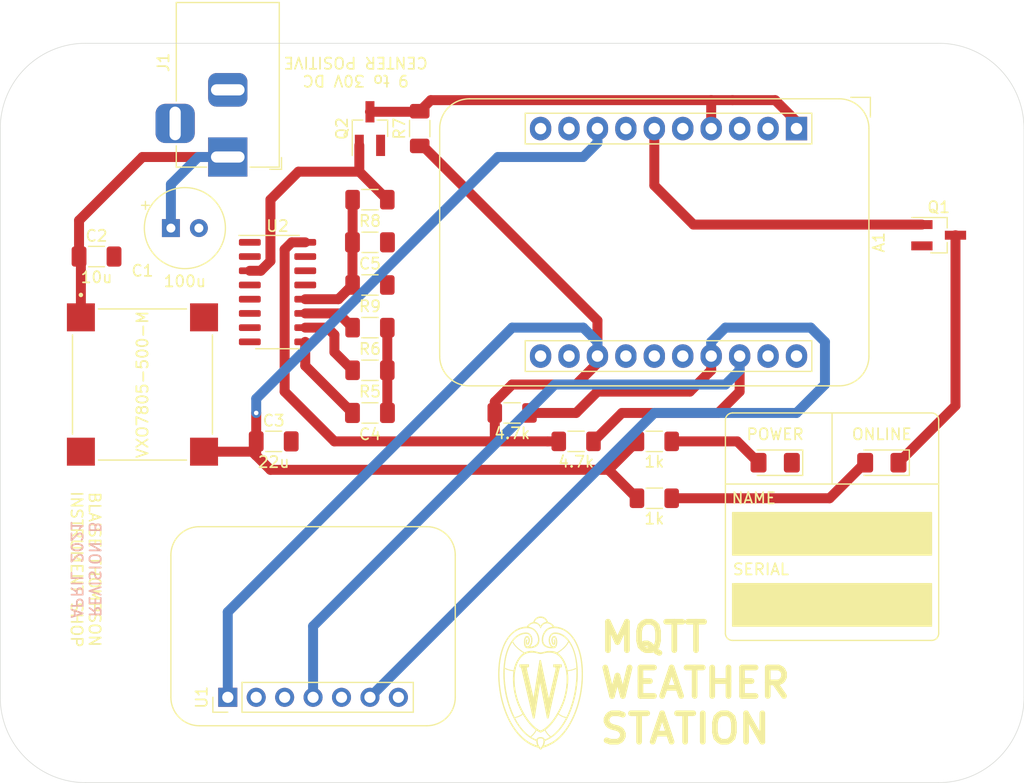
<source format=kicad_pcb>
(kicad_pcb (version 20171130) (host pcbnew 5.1.8+dfsg1-1+b1)

  (general
    (thickness 1.6)
    (drawings 37)
    (tracks 107)
    (zones 0)
    (modules 28)
    (nets 18)
  )

  (page USLetter)
  (title_block
    (title "MQTT Weather Station")
    (date 2021-04-12)
    (rev B)
    (company "University of Wisconsin-Madison")
    (comment 1 "Department of Chemistry")
    (comment 2 "Instrument Shop")
    (comment 3 "Blaise Thompson")
    (comment 4 blaise.thompson@wisc.edu)
  )

  (layers
    (0 F.Cu signal)
    (31 B.Cu signal)
    (32 B.Adhes user)
    (33 F.Adhes user)
    (34 B.Paste user)
    (35 F.Paste user)
    (36 B.SilkS user)
    (37 F.SilkS user)
    (38 B.Mask user)
    (39 F.Mask user)
    (40 Dwgs.User user)
    (41 Cmts.User user)
    (42 Eco1.User user)
    (43 Eco2.User user)
    (44 Edge.Cuts user)
    (45 Margin user)
    (46 B.CrtYd user)
    (47 F.CrtYd user)
    (48 B.Fab user)
    (49 F.Fab user hide)
  )

  (setup
    (last_trace_width 0.889)
    (trace_clearance 0.2)
    (zone_clearance 0.508)
    (zone_45_only no)
    (trace_min 0.2)
    (via_size 0.8)
    (via_drill 0.4)
    (via_min_size 0.4)
    (via_min_drill 0.3)
    (uvia_size 0.3)
    (uvia_drill 0.1)
    (uvias_allowed no)
    (uvia_min_size 0.2)
    (uvia_min_drill 0.1)
    (edge_width 0.05)
    (segment_width 0.2)
    (pcb_text_width 0.3)
    (pcb_text_size 1.5 1.5)
    (mod_edge_width 0.12)
    (mod_text_size 1 1)
    (mod_text_width 0.15)
    (pad_size 1.524 1.524)
    (pad_drill 0.762)
    (pad_to_mask_clearance 0)
    (aux_axis_origin 0 0)
    (visible_elements FFFFFF7F)
    (pcbplotparams
      (layerselection 0x010fc_ffffffff)
      (usegerberextensions false)
      (usegerberattributes true)
      (usegerberadvancedattributes true)
      (creategerberjobfile true)
      (excludeedgelayer true)
      (linewidth 0.100000)
      (plotframeref false)
      (viasonmask false)
      (mode 1)
      (useauxorigin false)
      (hpglpennumber 1)
      (hpglpenspeed 20)
      (hpglpendiameter 15.000000)
      (psnegative false)
      (psa4output false)
      (plotreference true)
      (plotvalue true)
      (plotinvisibletext false)
      (padsonsilk false)
      (subtractmaskfromsilk false)
      (outputformat 1)
      (mirror false)
      (drillshape 0)
      (scaleselection 1)
      (outputdirectory "../gerber/"))
  )

  (net 0 "")
  (net 1 "Net-(A1-Pad6)")
  (net 2 "Net-(A1-Pad17)")
  (net 3 "Net-(A1-Pad18)")
  (net 4 "Net-(A1-Pad1)")
  (net 5 GND)
  (net 6 +5V)
  (net 7 "Net-(D1-Pad2)")
  (net 8 "Net-(D2-Pad2)")
  (net 9 "Net-(D2-Pad1)")
  (net 10 +3V3)
  (net 11 "Net-(C1-Pad1)")
  (net 12 "Net-(C5-Pad1)")
  (net 13 "Net-(R6-Pad2)")
  (net 14 "Net-(R5-Pad2)")
  (net 15 "Net-(C4-Pad1)")
  (net 16 "Net-(C4-Pad2)")
  (net 17 "Net-(Q2-Pad1)")

  (net_class Default "This is the default net class."
    (clearance 0.2)
    (trace_width 0.889)
    (via_dia 0.8)
    (via_drill 0.4)
    (uvia_dia 0.3)
    (uvia_drill 0.1)
    (add_net +3V3)
    (add_net +5V)
    (add_net GND)
    (add_net "Net-(A1-Pad1)")
    (add_net "Net-(A1-Pad12)")
    (add_net "Net-(A1-Pad14)")
    (add_net "Net-(A1-Pad15)")
    (add_net "Net-(A1-Pad16)")
    (add_net "Net-(A1-Pad17)")
    (add_net "Net-(A1-Pad18)")
    (add_net "Net-(A1-Pad19)")
    (add_net "Net-(A1-Pad2)")
    (add_net "Net-(A1-Pad20)")
    (add_net "Net-(A1-Pad3)")
    (add_net "Net-(A1-Pad5)")
    (add_net "Net-(A1-Pad6)")
    (add_net "Net-(A1-Pad7)")
    (add_net "Net-(A1-Pad9)")
    (add_net "Net-(C1-Pad1)")
    (add_net "Net-(C4-Pad1)")
    (add_net "Net-(C4-Pad2)")
    (add_net "Net-(C5-Pad1)")
    (add_net "Net-(D1-Pad2)")
    (add_net "Net-(D2-Pad1)")
    (add_net "Net-(D2-Pad2)")
    (add_net "Net-(Q2-Pad1)")
    (add_net "Net-(R5-Pad2)")
    (add_net "Net-(R6-Pad2)")
    (add_net "Net-(U1-Pad2)")
    (add_net "Net-(U1-Pad5)")
    (add_net "Net-(U1-Pad7)")
    (add_net "Net-(U2-Pad1)")
    (add_net "Net-(U2-Pad13)")
    (add_net "Net-(U2-Pad14)")
    (add_net "Net-(U2-Pad15)")
    (add_net "Net-(U2-Pad2)")
    (add_net "Net-(U2-Pad4)")
    (add_net "Net-(U2-Pad5)")
    (add_net "Net-(U2-Pad6)")
    (add_net "Net-(U2-Pad7)")
  )

  (module Package_TO_SOT_SMD:SOT-23_Handsoldering (layer F.Cu) (tedit 5A0AB76C) (tstamp 60753E1B)
    (at 76.2 50.8 90)
    (descr "SOT-23, Handsoldering")
    (tags SOT-23)
    (path /607548BC)
    (attr smd)
    (fp_text reference Q2 (at 0 -2.5 90) (layer F.SilkS)
      (effects (font (size 1 1) (thickness 0.15)))
    )
    (fp_text value 2N7000 (at 0 2.5 90) (layer F.Fab)
      (effects (font (size 1 1) (thickness 0.15)))
    )
    (fp_text user %R (at 0 0) (layer F.Fab)
      (effects (font (size 0.5 0.5) (thickness 0.075)))
    )
    (fp_line (start 0.76 1.58) (end 0.76 0.65) (layer F.SilkS) (width 0.12))
    (fp_line (start 0.76 -1.58) (end 0.76 -0.65) (layer F.SilkS) (width 0.12))
    (fp_line (start -2.7 -1.75) (end 2.7 -1.75) (layer F.CrtYd) (width 0.05))
    (fp_line (start 2.7 -1.75) (end 2.7 1.75) (layer F.CrtYd) (width 0.05))
    (fp_line (start 2.7 1.75) (end -2.7 1.75) (layer F.CrtYd) (width 0.05))
    (fp_line (start -2.7 1.75) (end -2.7 -1.75) (layer F.CrtYd) (width 0.05))
    (fp_line (start 0.76 -1.58) (end -2.4 -1.58) (layer F.SilkS) (width 0.12))
    (fp_line (start -0.7 -0.95) (end -0.7 1.5) (layer F.Fab) (width 0.1))
    (fp_line (start -0.15 -1.52) (end 0.7 -1.52) (layer F.Fab) (width 0.1))
    (fp_line (start -0.7 -0.95) (end -0.15 -1.52) (layer F.Fab) (width 0.1))
    (fp_line (start 0.7 -1.52) (end 0.7 1.52) (layer F.Fab) (width 0.1))
    (fp_line (start -0.7 1.52) (end 0.7 1.52) (layer F.Fab) (width 0.1))
    (fp_line (start 0.76 1.58) (end -0.7 1.58) (layer F.SilkS) (width 0.12))
    (pad 3 smd rect (at 1.5 0 90) (size 1.9 0.8) (layers F.Cu F.Paste F.Mask)
      (net 4 "Net-(A1-Pad1)"))
    (pad 2 smd rect (at -1.5 0.95 90) (size 1.9 0.8) (layers F.Cu F.Paste F.Mask)
      (net 5 GND))
    (pad 1 smd rect (at -1.5 -0.95 90) (size 1.9 0.8) (layers F.Cu F.Paste F.Mask)
      (net 17 "Net-(Q2-Pad1)"))
    (model ${KISYS3DMOD}/Package_TO_SOT_SMD.3dshapes/SOT-23.wrl
      (at (xyz 0 0 0))
      (scale (xyz 1 1 1))
      (rotate (xyz 0 0 0))
    )
  )

  (module Package_TO_SOT_SMD:SOT-23_Handsoldering (layer F.Cu) (tedit 5A0AB76C) (tstamp 60754069)
    (at 127 60.325)
    (descr "SOT-23, Handsoldering")
    (tags SOT-23)
    (path /6075743A)
    (attr smd)
    (fp_text reference Q1 (at 0 -2.5) (layer F.SilkS)
      (effects (font (size 1 1) (thickness 0.15)))
    )
    (fp_text value 2N7000 (at 0 2.5) (layer F.Fab)
      (effects (font (size 1 1) (thickness 0.15)))
    )
    (fp_text user %R (at 0 0 90) (layer F.Fab)
      (effects (font (size 0.5 0.5) (thickness 0.075)))
    )
    (fp_line (start 0.76 1.58) (end 0.76 0.65) (layer F.SilkS) (width 0.12))
    (fp_line (start 0.76 -1.58) (end 0.76 -0.65) (layer F.SilkS) (width 0.12))
    (fp_line (start -2.7 -1.75) (end 2.7 -1.75) (layer F.CrtYd) (width 0.05))
    (fp_line (start 2.7 -1.75) (end 2.7 1.75) (layer F.CrtYd) (width 0.05))
    (fp_line (start 2.7 1.75) (end -2.7 1.75) (layer F.CrtYd) (width 0.05))
    (fp_line (start -2.7 1.75) (end -2.7 -1.75) (layer F.CrtYd) (width 0.05))
    (fp_line (start 0.76 -1.58) (end -2.4 -1.58) (layer F.SilkS) (width 0.12))
    (fp_line (start -0.7 -0.95) (end -0.7 1.5) (layer F.Fab) (width 0.1))
    (fp_line (start -0.15 -1.52) (end 0.7 -1.52) (layer F.Fab) (width 0.1))
    (fp_line (start -0.7 -0.95) (end -0.15 -1.52) (layer F.Fab) (width 0.1))
    (fp_line (start 0.7 -1.52) (end 0.7 1.52) (layer F.Fab) (width 0.1))
    (fp_line (start -0.7 1.52) (end 0.7 1.52) (layer F.Fab) (width 0.1))
    (fp_line (start 0.76 1.58) (end -0.7 1.58) (layer F.SilkS) (width 0.12))
    (pad 3 smd rect (at 1.5 0) (size 1.9 0.8) (layers F.Cu F.Paste F.Mask)
      (net 9 "Net-(D2-Pad1)"))
    (pad 2 smd rect (at -1.5 0.95) (size 1.9 0.8) (layers F.Cu F.Paste F.Mask)
      (net 5 GND))
    (pad 1 smd rect (at -1.5 -0.95) (size 1.9 0.8) (layers F.Cu F.Paste F.Mask)
      (net 1 "Net-(A1-Pad6)"))
    (model ${KISYS3DMOD}/Package_TO_SOT_SMD.3dshapes/SOT-23.wrl
      (at (xyz 0 0 0))
      (scale (xyz 1 1 1))
      (rotate (xyz 0 0 0))
    )
  )

  (module Resistor_SMD:R_1206_3216Metric_Pad1.30x1.75mm_HandSolder (layer F.Cu) (tedit 5F68FEEE) (tstamp 606E514F)
    (at 76.2 64.77)
    (descr "Resistor SMD 1206 (3216 Metric), square (rectangular) end terminal, IPC_7351 nominal with elongated pad for handsoldering. (Body size source: IPC-SM-782 page 72, https://www.pcb-3d.com/wordpress/wp-content/uploads/ipc-sm-782a_amendment_1_and_2.pdf), generated with kicad-footprint-generator")
    (tags "resistor handsolder")
    (path /60872B34)
    (attr smd)
    (fp_text reference R9 (at 0 1.905) (layer F.SilkS)
      (effects (font (size 1 1) (thickness 0.15)))
    )
    (fp_text value R_US (at 0 1.82) (layer F.Fab)
      (effects (font (size 1 1) (thickness 0.15)))
    )
    (fp_line (start 2.45 1.12) (end -2.45 1.12) (layer F.CrtYd) (width 0.05))
    (fp_line (start 2.45 -1.12) (end 2.45 1.12) (layer F.CrtYd) (width 0.05))
    (fp_line (start -2.45 -1.12) (end 2.45 -1.12) (layer F.CrtYd) (width 0.05))
    (fp_line (start -2.45 1.12) (end -2.45 -1.12) (layer F.CrtYd) (width 0.05))
    (fp_line (start -0.727064 0.91) (end 0.727064 0.91) (layer F.SilkS) (width 0.12))
    (fp_line (start -0.727064 -0.91) (end 0.727064 -0.91) (layer F.SilkS) (width 0.12))
    (fp_line (start 1.6 0.8) (end -1.6 0.8) (layer F.Fab) (width 0.1))
    (fp_line (start 1.6 -0.8) (end 1.6 0.8) (layer F.Fab) (width 0.1))
    (fp_line (start -1.6 -0.8) (end 1.6 -0.8) (layer F.Fab) (width 0.1))
    (fp_line (start -1.6 0.8) (end -1.6 -0.8) (layer F.Fab) (width 0.1))
    (fp_text user %R (at 0 0) (layer F.Fab)
      (effects (font (size 0.8 0.8) (thickness 0.12)))
    )
    (pad 2 smd roundrect (at 1.55 0) (size 1.3 1.75) (layers F.Cu F.Paste F.Mask) (roundrect_rratio 0.1923076923076923)
      (net 5 GND))
    (pad 1 smd roundrect (at -1.55 0) (size 1.3 1.75) (layers F.Cu F.Paste F.Mask) (roundrect_rratio 0.1923076923076923)
      (net 12 "Net-(C5-Pad1)"))
    (model ${KISYS3DMOD}/Resistor_SMD.3dshapes/R_1206_3216Metric.wrl
      (at (xyz 0 0 0))
      (scale (xyz 1 1 1))
      (rotate (xyz 0 0 0))
    )
  )

  (module Resistor_SMD:R_1206_3216Metric_Pad1.30x1.75mm_HandSolder (layer F.Cu) (tedit 5F68FEEE) (tstamp 606E513E)
    (at 76.2 57.15 180)
    (descr "Resistor SMD 1206 (3216 Metric), square (rectangular) end terminal, IPC_7351 nominal with elongated pad for handsoldering. (Body size source: IPC-SM-782 page 72, https://www.pcb-3d.com/wordpress/wp-content/uploads/ipc-sm-782a_amendment_1_and_2.pdf), generated with kicad-footprint-generator")
    (tags "resistor handsolder")
    (path /60836A20)
    (attr smd)
    (fp_text reference R8 (at 0 -1.905) (layer F.SilkS)
      (effects (font (size 1 1) (thickness 0.15)))
    )
    (fp_text value R_US (at 0 1.82) (layer F.Fab)
      (effects (font (size 1 1) (thickness 0.15)))
    )
    (fp_line (start 2.45 1.12) (end -2.45 1.12) (layer F.CrtYd) (width 0.05))
    (fp_line (start 2.45 -1.12) (end 2.45 1.12) (layer F.CrtYd) (width 0.05))
    (fp_line (start -2.45 -1.12) (end 2.45 -1.12) (layer F.CrtYd) (width 0.05))
    (fp_line (start -2.45 1.12) (end -2.45 -1.12) (layer F.CrtYd) (width 0.05))
    (fp_line (start -0.727064 0.91) (end 0.727064 0.91) (layer F.SilkS) (width 0.12))
    (fp_line (start -0.727064 -0.91) (end 0.727064 -0.91) (layer F.SilkS) (width 0.12))
    (fp_line (start 1.6 0.8) (end -1.6 0.8) (layer F.Fab) (width 0.1))
    (fp_line (start 1.6 -0.8) (end 1.6 0.8) (layer F.Fab) (width 0.1))
    (fp_line (start -1.6 -0.8) (end 1.6 -0.8) (layer F.Fab) (width 0.1))
    (fp_line (start -1.6 0.8) (end -1.6 -0.8) (layer F.Fab) (width 0.1))
    (fp_text user %R (at 0 0) (layer F.Fab)
      (effects (font (size 0.8 0.8) (thickness 0.12)))
    )
    (pad 2 smd roundrect (at 1.55 0 180) (size 1.3 1.75) (layers F.Cu F.Paste F.Mask) (roundrect_rratio 0.1923076923076923)
      (net 12 "Net-(C5-Pad1)"))
    (pad 1 smd roundrect (at -1.55 0 180) (size 1.3 1.75) (layers F.Cu F.Paste F.Mask) (roundrect_rratio 0.1923076923076923)
      (net 17 "Net-(Q2-Pad1)"))
    (model ${KISYS3DMOD}/Resistor_SMD.3dshapes/R_1206_3216Metric.wrl
      (at (xyz 0 0 0))
      (scale (xyz 1 1 1))
      (rotate (xyz 0 0 0))
    )
  )

  (module Resistor_SMD:R_1206_3216Metric_Pad1.30x1.75mm_HandSolder (layer F.Cu) (tedit 5F68FEEE) (tstamp 606E512D)
    (at 80.645 50.8 90)
    (descr "Resistor SMD 1206 (3216 Metric), square (rectangular) end terminal, IPC_7351 nominal with elongated pad for handsoldering. (Body size source: IPC-SM-782 page 72, https://www.pcb-3d.com/wordpress/wp-content/uploads/ipc-sm-782a_amendment_1_and_2.pdf), generated with kicad-footprint-generator")
    (tags "resistor handsolder")
    (path /6081A7E5)
    (attr smd)
    (fp_text reference R7 (at 0 -1.82 90) (layer F.SilkS)
      (effects (font (size 1 1) (thickness 0.15)))
    )
    (fp_text value R_US (at 0 1.82 90) (layer F.Fab)
      (effects (font (size 1 1) (thickness 0.15)))
    )
    (fp_line (start 2.45 1.12) (end -2.45 1.12) (layer F.CrtYd) (width 0.05))
    (fp_line (start 2.45 -1.12) (end 2.45 1.12) (layer F.CrtYd) (width 0.05))
    (fp_line (start -2.45 -1.12) (end 2.45 -1.12) (layer F.CrtYd) (width 0.05))
    (fp_line (start -2.45 1.12) (end -2.45 -1.12) (layer F.CrtYd) (width 0.05))
    (fp_line (start -0.727064 0.91) (end 0.727064 0.91) (layer F.SilkS) (width 0.12))
    (fp_line (start -0.727064 -0.91) (end 0.727064 -0.91) (layer F.SilkS) (width 0.12))
    (fp_line (start 1.6 0.8) (end -1.6 0.8) (layer F.Fab) (width 0.1))
    (fp_line (start 1.6 -0.8) (end 1.6 0.8) (layer F.Fab) (width 0.1))
    (fp_line (start -1.6 -0.8) (end 1.6 -0.8) (layer F.Fab) (width 0.1))
    (fp_line (start -1.6 0.8) (end -1.6 -0.8) (layer F.Fab) (width 0.1))
    (fp_text user %R (at 0 0 90) (layer F.Fab)
      (effects (font (size 0.8 0.8) (thickness 0.12)))
    )
    (pad 2 smd roundrect (at 1.55 0 90) (size 1.3 1.75) (layers F.Cu F.Paste F.Mask) (roundrect_rratio 0.1923076923076923)
      (net 4 "Net-(A1-Pad1)"))
    (pad 1 smd roundrect (at -1.55 0 90) (size 1.3 1.75) (layers F.Cu F.Paste F.Mask) (roundrect_rratio 0.1923076923076923)
      (net 10 +3V3))
    (model ${KISYS3DMOD}/Resistor_SMD.3dshapes/R_1206_3216Metric.wrl
      (at (xyz 0 0 0))
      (scale (xyz 1 1 1))
      (rotate (xyz 0 0 0))
    )
  )

  (module Resistor_SMD:R_1206_3216Metric_Pad1.30x1.75mm_HandSolder (layer F.Cu) (tedit 5F68FEEE) (tstamp 606E511C)
    (at 76.2 68.58 180)
    (descr "Resistor SMD 1206 (3216 Metric), square (rectangular) end terminal, IPC_7351 nominal with elongated pad for handsoldering. (Body size source: IPC-SM-782 page 72, https://www.pcb-3d.com/wordpress/wp-content/uploads/ipc-sm-782a_amendment_1_and_2.pdf), generated with kicad-footprint-generator")
    (tags "resistor handsolder")
    (path /606F2EF9)
    (attr smd)
    (fp_text reference R6 (at 0 -1.905) (layer F.SilkS)
      (effects (font (size 1 1) (thickness 0.15)))
    )
    (fp_text value 1M (at 0 1.82) (layer F.Fab)
      (effects (font (size 1 1) (thickness 0.15)))
    )
    (fp_line (start 2.45 1.12) (end -2.45 1.12) (layer F.CrtYd) (width 0.05))
    (fp_line (start 2.45 -1.12) (end 2.45 1.12) (layer F.CrtYd) (width 0.05))
    (fp_line (start -2.45 -1.12) (end 2.45 -1.12) (layer F.CrtYd) (width 0.05))
    (fp_line (start -2.45 1.12) (end -2.45 -1.12) (layer F.CrtYd) (width 0.05))
    (fp_line (start -0.727064 0.91) (end 0.727064 0.91) (layer F.SilkS) (width 0.12))
    (fp_line (start -0.727064 -0.91) (end 0.727064 -0.91) (layer F.SilkS) (width 0.12))
    (fp_line (start 1.6 0.8) (end -1.6 0.8) (layer F.Fab) (width 0.1))
    (fp_line (start 1.6 -0.8) (end 1.6 0.8) (layer F.Fab) (width 0.1))
    (fp_line (start -1.6 -0.8) (end 1.6 -0.8) (layer F.Fab) (width 0.1))
    (fp_line (start -1.6 0.8) (end -1.6 -0.8) (layer F.Fab) (width 0.1))
    (fp_text user %R (at 0 0) (layer F.Fab)
      (effects (font (size 0.8 0.8) (thickness 0.12)))
    )
    (pad 2 smd roundrect (at 1.55 0 180) (size 1.3 1.75) (layers F.Cu F.Paste F.Mask) (roundrect_rratio 0.1923076923076923)
      (net 13 "Net-(R6-Pad2)"))
    (pad 1 smd roundrect (at -1.55 0 180) (size 1.3 1.75) (layers F.Cu F.Paste F.Mask) (roundrect_rratio 0.1923076923076923)
      (net 16 "Net-(C4-Pad2)"))
    (model ${KISYS3DMOD}/Resistor_SMD.3dshapes/R_1206_3216Metric.wrl
      (at (xyz 0 0 0))
      (scale (xyz 1 1 1))
      (rotate (xyz 0 0 0))
    )
  )

  (module Resistor_SMD:R_1206_3216Metric_Pad1.30x1.75mm_HandSolder (layer F.Cu) (tedit 5F68FEEE) (tstamp 606E510B)
    (at 76.2 72.39 180)
    (descr "Resistor SMD 1206 (3216 Metric), square (rectangular) end terminal, IPC_7351 nominal with elongated pad for handsoldering. (Body size source: IPC-SM-782 page 72, https://www.pcb-3d.com/wordpress/wp-content/uploads/ipc-sm-782a_amendment_1_and_2.pdf), generated with kicad-footprint-generator")
    (tags "resistor handsolder")
    (path /606F2A08)
    (attr smd)
    (fp_text reference R5 (at 0 -1.905) (layer F.SilkS)
      (effects (font (size 1 1) (thickness 0.15)))
    )
    (fp_text value 100k (at 0 1.82) (layer F.Fab)
      (effects (font (size 1 1) (thickness 0.15)))
    )
    (fp_line (start 2.45 1.12) (end -2.45 1.12) (layer F.CrtYd) (width 0.05))
    (fp_line (start 2.45 -1.12) (end 2.45 1.12) (layer F.CrtYd) (width 0.05))
    (fp_line (start -2.45 -1.12) (end 2.45 -1.12) (layer F.CrtYd) (width 0.05))
    (fp_line (start -2.45 1.12) (end -2.45 -1.12) (layer F.CrtYd) (width 0.05))
    (fp_line (start -0.727064 0.91) (end 0.727064 0.91) (layer F.SilkS) (width 0.12))
    (fp_line (start -0.727064 -0.91) (end 0.727064 -0.91) (layer F.SilkS) (width 0.12))
    (fp_line (start 1.6 0.8) (end -1.6 0.8) (layer F.Fab) (width 0.1))
    (fp_line (start 1.6 -0.8) (end 1.6 0.8) (layer F.Fab) (width 0.1))
    (fp_line (start -1.6 -0.8) (end 1.6 -0.8) (layer F.Fab) (width 0.1))
    (fp_line (start -1.6 0.8) (end -1.6 -0.8) (layer F.Fab) (width 0.1))
    (fp_text user %R (at 0 0) (layer F.Fab)
      (effects (font (size 0.8 0.8) (thickness 0.12)))
    )
    (pad 2 smd roundrect (at 1.55 0 180) (size 1.3 1.75) (layers F.Cu F.Paste F.Mask) (roundrect_rratio 0.1923076923076923)
      (net 14 "Net-(R5-Pad2)"))
    (pad 1 smd roundrect (at -1.55 0 180) (size 1.3 1.75) (layers F.Cu F.Paste F.Mask) (roundrect_rratio 0.1923076923076923)
      (net 16 "Net-(C4-Pad2)"))
    (model ${KISYS3DMOD}/Resistor_SMD.3dshapes/R_1206_3216Metric.wrl
      (at (xyz 0 0 0))
      (scale (xyz 1 1 1))
      (rotate (xyz 0 0 0))
    )
  )

  (module Capacitor_SMD:C_1206_3216Metric_Pad1.33x1.80mm_HandSolder (layer F.Cu) (tedit 5F68FEEF) (tstamp 606E4FBA)
    (at 76.2 60.96)
    (descr "Capacitor SMD 1206 (3216 Metric), square (rectangular) end terminal, IPC_7351 nominal with elongated pad for handsoldering. (Body size source: IPC-SM-782 page 76, https://www.pcb-3d.com/wordpress/wp-content/uploads/ipc-sm-782a_amendment_1_and_2.pdf), generated with kicad-footprint-generator")
    (tags "capacitor handsolder")
    (path /608374EB)
    (attr smd)
    (fp_text reference C5 (at 0 1.905) (layer F.SilkS)
      (effects (font (size 1 1) (thickness 0.15)))
    )
    (fp_text value C (at 0 1.85) (layer F.Fab)
      (effects (font (size 1 1) (thickness 0.15)))
    )
    (fp_line (start 2.48 1.15) (end -2.48 1.15) (layer F.CrtYd) (width 0.05))
    (fp_line (start 2.48 -1.15) (end 2.48 1.15) (layer F.CrtYd) (width 0.05))
    (fp_line (start -2.48 -1.15) (end 2.48 -1.15) (layer F.CrtYd) (width 0.05))
    (fp_line (start -2.48 1.15) (end -2.48 -1.15) (layer F.CrtYd) (width 0.05))
    (fp_line (start -0.711252 0.91) (end 0.711252 0.91) (layer F.SilkS) (width 0.12))
    (fp_line (start -0.711252 -0.91) (end 0.711252 -0.91) (layer F.SilkS) (width 0.12))
    (fp_line (start 1.6 0.8) (end -1.6 0.8) (layer F.Fab) (width 0.1))
    (fp_line (start 1.6 -0.8) (end 1.6 0.8) (layer F.Fab) (width 0.1))
    (fp_line (start -1.6 -0.8) (end 1.6 -0.8) (layer F.Fab) (width 0.1))
    (fp_line (start -1.6 0.8) (end -1.6 -0.8) (layer F.Fab) (width 0.1))
    (fp_text user %R (at 0 0) (layer F.Fab)
      (effects (font (size 0.8 0.8) (thickness 0.12)))
    )
    (pad 2 smd roundrect (at 1.5625 0) (size 1.325 1.8) (layers F.Cu F.Paste F.Mask) (roundrect_rratio 0.1886784905660377)
      (net 5 GND))
    (pad 1 smd roundrect (at -1.5625 0) (size 1.325 1.8) (layers F.Cu F.Paste F.Mask) (roundrect_rratio 0.1886784905660377)
      (net 12 "Net-(C5-Pad1)"))
    (model ${KISYS3DMOD}/Capacitor_SMD.3dshapes/C_1206_3216Metric.wrl
      (at (xyz 0 0 0))
      (scale (xyz 1 1 1))
      (rotate (xyz 0 0 0))
    )
  )

  (module Capacitor_SMD:C_1206_3216Metric_Pad1.33x1.80mm_HandSolder (layer F.Cu) (tedit 5F68FEEF) (tstamp 606E4FA9)
    (at 76.2 76.2)
    (descr "Capacitor SMD 1206 (3216 Metric), square (rectangular) end terminal, IPC_7351 nominal with elongated pad for handsoldering. (Body size source: IPC-SM-782 page 76, https://www.pcb-3d.com/wordpress/wp-content/uploads/ipc-sm-782a_amendment_1_and_2.pdf), generated with kicad-footprint-generator")
    (tags "capacitor handsolder")
    (path /606E9B06)
    (attr smd)
    (fp_text reference C4 (at 0 1.905) (layer F.SilkS)
      (effects (font (size 1 1) (thickness 0.15)))
    )
    (fp_text value 1n (at 0 1.85) (layer F.Fab)
      (effects (font (size 1 1) (thickness 0.15)))
    )
    (fp_line (start 2.48 1.15) (end -2.48 1.15) (layer F.CrtYd) (width 0.05))
    (fp_line (start 2.48 -1.15) (end 2.48 1.15) (layer F.CrtYd) (width 0.05))
    (fp_line (start -2.48 -1.15) (end 2.48 -1.15) (layer F.CrtYd) (width 0.05))
    (fp_line (start -2.48 1.15) (end -2.48 -1.15) (layer F.CrtYd) (width 0.05))
    (fp_line (start -0.711252 0.91) (end 0.711252 0.91) (layer F.SilkS) (width 0.12))
    (fp_line (start -0.711252 -0.91) (end 0.711252 -0.91) (layer F.SilkS) (width 0.12))
    (fp_line (start 1.6 0.8) (end -1.6 0.8) (layer F.Fab) (width 0.1))
    (fp_line (start 1.6 -0.8) (end 1.6 0.8) (layer F.Fab) (width 0.1))
    (fp_line (start -1.6 -0.8) (end 1.6 -0.8) (layer F.Fab) (width 0.1))
    (fp_line (start -1.6 0.8) (end -1.6 -0.8) (layer F.Fab) (width 0.1))
    (fp_text user %R (at 0 0) (layer F.Fab)
      (effects (font (size 0.8 0.8) (thickness 0.12)))
    )
    (pad 2 smd roundrect (at 1.5625 0) (size 1.325 1.8) (layers F.Cu F.Paste F.Mask) (roundrect_rratio 0.1886784905660377)
      (net 16 "Net-(C4-Pad2)"))
    (pad 1 smd roundrect (at -1.5625 0) (size 1.325 1.8) (layers F.Cu F.Paste F.Mask) (roundrect_rratio 0.1886784905660377)
      (net 15 "Net-(C4-Pad1)"))
    (model ${KISYS3DMOD}/Capacitor_SMD.3dshapes/C_1206_3216Metric.wrl
      (at (xyz 0 0 0))
      (scale (xyz 1 1 1))
      (rotate (xyz 0 0 0))
    )
  )

  (module Package_SO:SOIC-16_3.9x9.9mm_P1.27mm (layer F.Cu) (tedit 5D9F72B1) (tstamp 606E4B4F)
    (at 67.945 65.405)
    (descr "SOIC, 16 Pin (JEDEC MS-012AC, https://www.analog.com/media/en/package-pcb-resources/package/pkg_pdf/soic_narrow-r/r_16.pdf), generated with kicad-footprint-generator ipc_gullwing_generator.py")
    (tags "SOIC SO")
    (path /606E1341)
    (attr smd)
    (fp_text reference U2 (at 0 -5.9) (layer F.SilkS)
      (effects (font (size 1 1) (thickness 0.15)))
    )
    (fp_text value CD4060BM96 (at 0 5.9) (layer F.Fab)
      (effects (font (size 1 1) (thickness 0.15)))
    )
    (fp_line (start 3.7 -5.2) (end -3.7 -5.2) (layer F.CrtYd) (width 0.05))
    (fp_line (start 3.7 5.2) (end 3.7 -5.2) (layer F.CrtYd) (width 0.05))
    (fp_line (start -3.7 5.2) (end 3.7 5.2) (layer F.CrtYd) (width 0.05))
    (fp_line (start -3.7 -5.2) (end -3.7 5.2) (layer F.CrtYd) (width 0.05))
    (fp_line (start -1.95 -3.975) (end -0.975 -4.95) (layer F.Fab) (width 0.1))
    (fp_line (start -1.95 4.95) (end -1.95 -3.975) (layer F.Fab) (width 0.1))
    (fp_line (start 1.95 4.95) (end -1.95 4.95) (layer F.Fab) (width 0.1))
    (fp_line (start 1.95 -4.95) (end 1.95 4.95) (layer F.Fab) (width 0.1))
    (fp_line (start -0.975 -4.95) (end 1.95 -4.95) (layer F.Fab) (width 0.1))
    (fp_line (start 0 -5.06) (end -3.45 -5.06) (layer F.SilkS) (width 0.12))
    (fp_line (start 0 -5.06) (end 1.95 -5.06) (layer F.SilkS) (width 0.12))
    (fp_line (start 0 5.06) (end -1.95 5.06) (layer F.SilkS) (width 0.12))
    (fp_line (start 0 5.06) (end 1.95 5.06) (layer F.SilkS) (width 0.12))
    (fp_text user %R (at 0 0) (layer F.Fab)
      (effects (font (size 0.98 0.98) (thickness 0.15)))
    )
    (pad 16 smd roundrect (at 2.475 -4.445) (size 1.95 0.6) (layers F.Cu F.Paste F.Mask) (roundrect_rratio 0.25)
      (net 10 +3V3))
    (pad 15 smd roundrect (at 2.475 -3.175) (size 1.95 0.6) (layers F.Cu F.Paste F.Mask) (roundrect_rratio 0.25))
    (pad 14 smd roundrect (at 2.475 -1.905) (size 1.95 0.6) (layers F.Cu F.Paste F.Mask) (roundrect_rratio 0.25))
    (pad 13 smd roundrect (at 2.475 -0.635) (size 1.95 0.6) (layers F.Cu F.Paste F.Mask) (roundrect_rratio 0.25))
    (pad 12 smd roundrect (at 2.475 0.635) (size 1.95 0.6) (layers F.Cu F.Paste F.Mask) (roundrect_rratio 0.25)
      (net 12 "Net-(C5-Pad1)"))
    (pad 11 smd roundrect (at 2.475 1.905) (size 1.95 0.6) (layers F.Cu F.Paste F.Mask) (roundrect_rratio 0.25)
      (net 13 "Net-(R6-Pad2)"))
    (pad 10 smd roundrect (at 2.475 3.175) (size 1.95 0.6) (layers F.Cu F.Paste F.Mask) (roundrect_rratio 0.25)
      (net 14 "Net-(R5-Pad2)"))
    (pad 9 smd roundrect (at 2.475 4.445) (size 1.95 0.6) (layers F.Cu F.Paste F.Mask) (roundrect_rratio 0.25)
      (net 15 "Net-(C4-Pad1)"))
    (pad 8 smd roundrect (at -2.475 4.445) (size 1.95 0.6) (layers F.Cu F.Paste F.Mask) (roundrect_rratio 0.25)
      (net 5 GND))
    (pad 7 smd roundrect (at -2.475 3.175) (size 1.95 0.6) (layers F.Cu F.Paste F.Mask) (roundrect_rratio 0.25))
    (pad 6 smd roundrect (at -2.475 1.905) (size 1.95 0.6) (layers F.Cu F.Paste F.Mask) (roundrect_rratio 0.25))
    (pad 5 smd roundrect (at -2.475 0.635) (size 1.95 0.6) (layers F.Cu F.Paste F.Mask) (roundrect_rratio 0.25))
    (pad 4 smd roundrect (at -2.475 -0.635) (size 1.95 0.6) (layers F.Cu F.Paste F.Mask) (roundrect_rratio 0.25))
    (pad 3 smd roundrect (at -2.475 -1.905) (size 1.95 0.6) (layers F.Cu F.Paste F.Mask) (roundrect_rratio 0.25)
      (net 17 "Net-(Q2-Pad1)"))
    (pad 2 smd roundrect (at -2.475 -3.175) (size 1.95 0.6) (layers F.Cu F.Paste F.Mask) (roundrect_rratio 0.25))
    (pad 1 smd roundrect (at -2.475 -4.445) (size 1.95 0.6) (layers F.Cu F.Paste F.Mask) (roundrect_rratio 0.25))
    (model ${KISYS3DMOD}/Package_SO.3dshapes/SOIC-16_3.9x9.9mm_P1.27mm.wrl
      (at (xyz 0 0 0))
      (scale (xyz 1 1 1))
      (rotate (xyz 0 0 0))
    )
  )

  (module Capacitor_THT:CP_Radial_Tantal_D7.0mm_P2.50mm (layer F.Cu) (tedit 5AE50EF0) (tstamp 5FCB270F)
    (at 58.42 59.69)
    (descr "CP, Radial_Tantal series, Radial, pin pitch=2.50mm, , diameter=7.0mm, Tantal Electrolytic Capacitor, http://cdn-reichelt.de/documents/datenblatt/B300/TANTAL-TB-Serie%23.pdf")
    (tags "CP Radial_Tantal series Radial pin pitch 2.50mm  diameter 7.0mm Tantal Electrolytic Capacitor")
    (path /5FCFDB85)
    (fp_text reference C1 (at -2.54 3.81) (layer F.SilkS)
      (effects (font (size 1 1) (thickness 0.15)))
    )
    (fp_text value 100u (at 1.25 4.75) (layer F.SilkS)
      (effects (font (size 1 1) (thickness 0.15)))
    )
    (fp_circle (center 1.25 0) (end 4.75 0) (layer F.Fab) (width 0.1))
    (fp_circle (center 1.25 0) (end 4.87 0) (layer F.SilkS) (width 0.12))
    (fp_circle (center 1.25 0) (end 5 0) (layer F.CrtYd) (width 0.05))
    (fp_line (start -1.745708 -1.5275) (end -1.045708 -1.5275) (layer F.Fab) (width 0.1))
    (fp_line (start -1.395708 -1.8775) (end -1.395708 -1.1775) (layer F.Fab) (width 0.1))
    (fp_line (start -2.624723 -2.035) (end -1.924723 -2.035) (layer F.SilkS) (width 0.12))
    (fp_line (start -2.274723 -2.385) (end -2.274723 -1.685) (layer F.SilkS) (width 0.12))
    (fp_text user %R (at 1.25 0) (layer F.Fab)
      (effects (font (size 1 1) (thickness 0.15)))
    )
    (pad 2 thru_hole circle (at 2.5 0) (size 1.6 1.6) (drill 0.8) (layers *.Cu *.Mask)
      (net 5 GND))
    (pad 1 thru_hole rect (at 0 0) (size 1.6 1.6) (drill 0.8) (layers *.Cu *.Mask)
      (net 11 "Net-(C1-Pad1)"))
    (model ${KISYS3DMOD}/Capacitor_THT.3dshapes/CP_Radial_Tantal_D7.0mm_P2.50mm.wrl
      (at (xyz 0 0 0))
      (scale (xyz 1 1 1))
      (rotate (xyz 0 0 0))
    )
  )

  (module footprints:CONV_VXO7805-500-M (layer F.Cu) (tedit 5F8F3960) (tstamp 5FCAFDA6)
    (at 55.88 73.66)
    (path /5FCB3C49)
    (fp_text reference PS1 (at -3.325 -9.135) (layer F.SilkS) hide
      (effects (font (size 1 1) (thickness 0.015)))
    )
    (fp_text value VXO7805-500-M (at 0 0 90) (layer F.SilkS)
      (effects (font (size 1 1) (thickness 0.15)))
    )
    (fp_line (start -6.25 -6.75) (end 6.25 -6.75) (layer F.Fab) (width 0.127))
    (fp_line (start 6.25 -6.75) (end 6.25 6.75) (layer F.Fab) (width 0.127))
    (fp_line (start 6.25 6.75) (end -6.25 6.75) (layer F.Fab) (width 0.127))
    (fp_line (start -6.25 6.75) (end -6.25 -6.75) (layer F.Fab) (width 0.127))
    (fp_line (start -7 -7.5) (end 7 -7.5) (layer F.CrtYd) (width 0.05))
    (fp_line (start 7 -7.5) (end 7 7.5) (layer F.CrtYd) (width 0.05))
    (fp_line (start 7 7.5) (end -7 7.5) (layer F.CrtYd) (width 0.05))
    (fp_line (start -7 7.5) (end -7 -7.5) (layer F.CrtYd) (width 0.05))
    (fp_line (start -3.93 -6.75) (end 3.93 -6.75) (layer F.SilkS) (width 0.127))
    (fp_circle (center -5.5 -8) (end -5.4 -8) (layer F.SilkS) (width 0.2))
    (fp_circle (center -5.5 -8) (end -5.4 -8) (layer F.Fab) (width 0.2))
    (fp_line (start 3.93 6.75) (end -3.93 6.75) (layer F.SilkS) (width 0.127))
    (fp_line (start 6.25 -4.43) (end 6.25 4.43) (layer F.SilkS) (width 0.127))
    (fp_line (start -6.25 4.43) (end -6.25 -4.43) (layer F.SilkS) (width 0.127))
    (pad 4 smd rect (at -5.5 6) (size 2.5 2.5) (layers F.Cu F.Paste F.Mask))
    (pad 3 smd rect (at 5.5 6) (size 2.5 2.5) (layers F.Cu F.Paste F.Mask)
      (net 6 +5V))
    (pad 2 smd rect (at 5.5 -6) (size 2.5 2.5) (layers F.Cu F.Paste F.Mask)
      (net 5 GND))
    (pad 1 smd rect (at -5.5 -6) (size 2.5 2.5) (layers F.Cu F.Paste F.Mask)
      (net 11 "Net-(C1-Pad1)"))
  )

  (module Resistor_SMD:R_1206_3216Metric_Pad1.30x1.75mm_HandSolder (layer F.Cu) (tedit 5F68FEEE) (tstamp 5FCB254D)
    (at 88.9 76.2)
    (descr "Resistor SMD 1206 (3216 Metric), square (rectangular) end terminal, IPC_7351 nominal with elongated pad for handsoldering. (Body size source: IPC-SM-782 page 72, https://www.pcb-3d.com/wordpress/wp-content/uploads/ipc-sm-782a_amendment_1_and_2.pdf), generated with kicad-footprint-generator")
    (tags "resistor handsolder")
    (path /5FCCD1D9)
    (attr smd)
    (fp_text reference R4 (at 0 -1.82) (layer F.Fab)
      (effects (font (size 1 1) (thickness 0.15)))
    )
    (fp_text value 4.7k (at 0 1.82) (layer F.SilkS)
      (effects (font (size 1 1) (thickness 0.15)))
    )
    (fp_line (start -1.6 0.8) (end -1.6 -0.8) (layer F.Fab) (width 0.1))
    (fp_line (start -1.6 -0.8) (end 1.6 -0.8) (layer F.Fab) (width 0.1))
    (fp_line (start 1.6 -0.8) (end 1.6 0.8) (layer F.Fab) (width 0.1))
    (fp_line (start 1.6 0.8) (end -1.6 0.8) (layer F.Fab) (width 0.1))
    (fp_line (start -0.727064 -0.91) (end 0.727064 -0.91) (layer F.SilkS) (width 0.12))
    (fp_line (start -0.727064 0.91) (end 0.727064 0.91) (layer F.SilkS) (width 0.12))
    (fp_line (start -2.45 1.12) (end -2.45 -1.12) (layer F.CrtYd) (width 0.05))
    (fp_line (start -2.45 -1.12) (end 2.45 -1.12) (layer F.CrtYd) (width 0.05))
    (fp_line (start 2.45 -1.12) (end 2.45 1.12) (layer F.CrtYd) (width 0.05))
    (fp_line (start 2.45 1.12) (end -2.45 1.12) (layer F.CrtYd) (width 0.05))
    (fp_text user %R (at 0 0) (layer F.Fab)
      (effects (font (size 0.8 0.8) (thickness 0.12)))
    )
    (pad 2 smd roundrect (at 1.55 0) (size 1.3 1.75) (layers F.Cu F.Paste F.Mask) (roundrect_rratio 0.1923069230769231)
      (net 2 "Net-(A1-Pad17)"))
    (pad 1 smd roundrect (at -1.55 0) (size 1.3 1.75) (layers F.Cu F.Paste F.Mask) (roundrect_rratio 0.1923069230769231)
      (net 10 +3V3))
    (model ${KISYS3DMOD}/Resistor_SMD.3dshapes/R_1206_3216Metric.wrl
      (at (xyz 0 0 0))
      (scale (xyz 1 1 1))
      (rotate (xyz 0 0 0))
    )
  )

  (module Resistor_SMD:R_1206_3216Metric_Pad1.30x1.75mm_HandSolder (layer F.Cu) (tedit 5F68FEEE) (tstamp 5FCB0F60)
    (at 94.615 78.74)
    (descr "Resistor SMD 1206 (3216 Metric), square (rectangular) end terminal, IPC_7351 nominal with elongated pad for handsoldering. (Body size source: IPC-SM-782 page 72, https://www.pcb-3d.com/wordpress/wp-content/uploads/ipc-sm-782a_amendment_1_and_2.pdf), generated with kicad-footprint-generator")
    (tags "resistor handsolder")
    (path /5FCCE9A7)
    (attr smd)
    (fp_text reference R3 (at 0 -1.82) (layer F.Fab)
      (effects (font (size 1 1) (thickness 0.15)))
    )
    (fp_text value 4.7k (at 0 1.82) (layer F.SilkS)
      (effects (font (size 1 1) (thickness 0.15)))
    )
    (fp_line (start -1.6 0.8) (end -1.6 -0.8) (layer F.Fab) (width 0.1))
    (fp_line (start -1.6 -0.8) (end 1.6 -0.8) (layer F.Fab) (width 0.1))
    (fp_line (start 1.6 -0.8) (end 1.6 0.8) (layer F.Fab) (width 0.1))
    (fp_line (start 1.6 0.8) (end -1.6 0.8) (layer F.Fab) (width 0.1))
    (fp_line (start -0.727064 -0.91) (end 0.727064 -0.91) (layer F.SilkS) (width 0.12))
    (fp_line (start -0.727064 0.91) (end 0.727064 0.91) (layer F.SilkS) (width 0.12))
    (fp_line (start -2.45 1.12) (end -2.45 -1.12) (layer F.CrtYd) (width 0.05))
    (fp_line (start -2.45 -1.12) (end 2.45 -1.12) (layer F.CrtYd) (width 0.05))
    (fp_line (start 2.45 -1.12) (end 2.45 1.12) (layer F.CrtYd) (width 0.05))
    (fp_line (start 2.45 1.12) (end -2.45 1.12) (layer F.CrtYd) (width 0.05))
    (fp_text user %R (at 0 0) (layer F.Fab)
      (effects (font (size 0.8 0.8) (thickness 0.12)))
    )
    (pad 2 smd roundrect (at 1.55 0) (size 1.3 1.75) (layers F.Cu F.Paste F.Mask) (roundrect_rratio 0.1923069230769231)
      (net 3 "Net-(A1-Pad18)"))
    (pad 1 smd roundrect (at -1.55 0) (size 1.3 1.75) (layers F.Cu F.Paste F.Mask) (roundrect_rratio 0.1923069230769231)
      (net 10 +3V3))
    (model ${KISYS3DMOD}/Resistor_SMD.3dshapes/R_1206_3216Metric.wrl
      (at (xyz 0 0 0))
      (scale (xyz 1 1 1))
      (rotate (xyz 0 0 0))
    )
  )

  (module Capacitor_SMD:C_1206_3216Metric_Pad1.33x1.80mm_HandSolder (layer F.Cu) (tedit 5F68FEEF) (tstamp 5FCB1B4D)
    (at 67.6025 78.74)
    (descr "Capacitor SMD 1206 (3216 Metric), square (rectangular) end terminal, IPC_7351 nominal with elongated pad for handsoldering. (Body size source: IPC-SM-782 page 76, https://www.pcb-3d.com/wordpress/wp-content/uploads/ipc-sm-782a_amendment_1_and_2.pdf), generated with kicad-footprint-generator")
    (tags "capacitor handsolder")
    (path /5FD01B31)
    (attr smd)
    (fp_text reference C3 (at 0 -1.85) (layer F.SilkS)
      (effects (font (size 1 1) (thickness 0.15)))
    )
    (fp_text value 22u (at 0 1.85) (layer F.SilkS)
      (effects (font (size 1 1) (thickness 0.15)))
    )
    (fp_line (start -1.6 0.8) (end -1.6 -0.8) (layer F.Fab) (width 0.1))
    (fp_line (start -1.6 -0.8) (end 1.6 -0.8) (layer F.Fab) (width 0.1))
    (fp_line (start 1.6 -0.8) (end 1.6 0.8) (layer F.Fab) (width 0.1))
    (fp_line (start 1.6 0.8) (end -1.6 0.8) (layer F.Fab) (width 0.1))
    (fp_line (start -0.711252 -0.91) (end 0.711252 -0.91) (layer F.SilkS) (width 0.12))
    (fp_line (start -0.711252 0.91) (end 0.711252 0.91) (layer F.SilkS) (width 0.12))
    (fp_line (start -2.48 1.15) (end -2.48 -1.15) (layer F.CrtYd) (width 0.05))
    (fp_line (start -2.48 -1.15) (end 2.48 -1.15) (layer F.CrtYd) (width 0.05))
    (fp_line (start 2.48 -1.15) (end 2.48 1.15) (layer F.CrtYd) (width 0.05))
    (fp_line (start 2.48 1.15) (end -2.48 1.15) (layer F.CrtYd) (width 0.05))
    (fp_text user %R (at 0 0) (layer F.Fab)
      (effects (font (size 0.8 0.8) (thickness 0.12)))
    )
    (pad 2 smd roundrect (at 1.5625 0) (size 1.325 1.8) (layers F.Cu F.Paste F.Mask) (roundrect_rratio 0.1886769811320755)
      (net 5 GND))
    (pad 1 smd roundrect (at -1.5625 0) (size 1.325 1.8) (layers F.Cu F.Paste F.Mask) (roundrect_rratio 0.1886769811320755)
      (net 6 +5V))
    (model ${KISYS3DMOD}/Capacitor_SMD.3dshapes/C_1206_3216Metric.wrl
      (at (xyz 0 0 0))
      (scale (xyz 1 1 1))
      (rotate (xyz 0 0 0))
    )
  )

  (module Capacitor_SMD:C_1206_3216Metric_Pad1.33x1.80mm_HandSolder (layer F.Cu) (tedit 5F68FEEF) (tstamp 5FCB278C)
    (at 51.7775 62.23)
    (descr "Capacitor SMD 1206 (3216 Metric), square (rectangular) end terminal, IPC_7351 nominal with elongated pad for handsoldering. (Body size source: IPC-SM-782 page 76, https://www.pcb-3d.com/wordpress/wp-content/uploads/ipc-sm-782a_amendment_1_and_2.pdf), generated with kicad-footprint-generator")
    (tags "capacitor handsolder")
    (path /5FD016D7)
    (attr smd)
    (fp_text reference C2 (at 0 -1.85) (layer F.SilkS)
      (effects (font (size 1 1) (thickness 0.15)))
    )
    (fp_text value 10u (at 0 1.85) (layer F.SilkS)
      (effects (font (size 1 1) (thickness 0.15)))
    )
    (fp_line (start -1.6 0.8) (end -1.6 -0.8) (layer F.Fab) (width 0.1))
    (fp_line (start -1.6 -0.8) (end 1.6 -0.8) (layer F.Fab) (width 0.1))
    (fp_line (start 1.6 -0.8) (end 1.6 0.8) (layer F.Fab) (width 0.1))
    (fp_line (start 1.6 0.8) (end -1.6 0.8) (layer F.Fab) (width 0.1))
    (fp_line (start -0.711252 -0.91) (end 0.711252 -0.91) (layer F.SilkS) (width 0.12))
    (fp_line (start -0.711252 0.91) (end 0.711252 0.91) (layer F.SilkS) (width 0.12))
    (fp_line (start -2.48 1.15) (end -2.48 -1.15) (layer F.CrtYd) (width 0.05))
    (fp_line (start -2.48 -1.15) (end 2.48 -1.15) (layer F.CrtYd) (width 0.05))
    (fp_line (start 2.48 -1.15) (end 2.48 1.15) (layer F.CrtYd) (width 0.05))
    (fp_line (start 2.48 1.15) (end -2.48 1.15) (layer F.CrtYd) (width 0.05))
    (fp_text user %R (at 0 0) (layer F.Fab)
      (effects (font (size 0.8 0.8) (thickness 0.12)))
    )
    (pad 2 smd roundrect (at 1.5625 0) (size 1.325 1.8) (layers F.Cu F.Paste F.Mask) (roundrect_rratio 0.1886769811320755)
      (net 5 GND))
    (pad 1 smd roundrect (at -1.5625 0) (size 1.325 1.8) (layers F.Cu F.Paste F.Mask) (roundrect_rratio 0.1886769811320755)
      (net 11 "Net-(C1-Pad1)"))
    (model ${KISYS3DMOD}/Capacitor_SMD.3dshapes/C_1206_3216Metric.wrl
      (at (xyz 0 0 0))
      (scale (xyz 1 1 1))
      (rotate (xyz 0 0 0))
    )
  )

  (module footprints:logo locked (layer F.Cu) (tedit 0) (tstamp 5FCB065A)
    (at 91.44 100.33)
    (fp_text reference G*** (at 0 0) (layer F.SilkS) hide
      (effects (font (size 1.524 1.524) (thickness 0.3)))
    )
    (fp_text value LOGO (at 0.75 0) (layer F.SilkS) hide
      (effects (font (size 1.524 1.524) (thickness 0.3)))
    )
    (fp_poly (pts (xy 0.027014 -5.946009) (xy 0.072375 -5.943948) (xy 0.113794 -5.94022) (xy 0.148483 -5.93485)
      (xy 0.151395 -5.934241) (xy 0.230635 -5.912503) (xy 0.304009 -5.882562) (xy 0.37183 -5.844215)
      (xy 0.434414 -5.797261) (xy 0.492077 -5.741496) (xy 0.538895 -5.685111) (xy 0.560962 -5.65338)
      (xy 0.583934 -5.616121) (xy 0.606332 -5.576086) (xy 0.626682 -5.536028) (xy 0.643506 -5.498699)
      (xy 0.654383 -5.469803) (xy 0.65984 -5.453891) (xy 0.664296 -5.442286) (xy 0.666434 -5.438033)
      (xy 0.672382 -5.435867) (xy 0.685301 -5.43276) (xy 0.698942 -5.430041) (xy 0.739191 -5.420618)
      (xy 0.784524 -5.406563) (xy 0.831659 -5.389008) (xy 0.877314 -5.369085) (xy 0.881541 -5.367069)
      (xy 0.954134 -5.327705) (xy 1.021352 -5.282286) (xy 1.082191 -5.2317) (xy 1.135644 -5.176831)
      (xy 1.180704 -5.118567) (xy 1.201778 -5.084993) (xy 1.224618 -5.045395) (xy 1.279059 -5.042254)
      (xy 1.385529 -5.034225) (xy 1.484491 -5.022674) (xy 1.578105 -5.007197) (xy 1.668531 -4.987393)
      (xy 1.757931 -4.962857) (xy 1.830719 -4.939361) (xy 1.961526 -4.889124) (xy 2.088777 -4.829501)
      (xy 2.212356 -4.760666) (xy 2.332152 -4.682791) (xy 2.448049 -4.596051) (xy 2.559933 -4.500619)
      (xy 2.667691 -4.396668) (xy 2.771209 -4.28437) (xy 2.870372 -4.163901) (xy 2.965067 -4.035432)
      (xy 3.05518 -3.899138) (xy 3.140596 -3.755191) (xy 3.221201 -3.603765) (xy 3.296883 -3.445033)
      (xy 3.367526 -3.279169) (xy 3.433017 -3.106346) (xy 3.493241 -2.926737) (xy 3.548085 -2.740515)
      (xy 3.597435 -2.547854) (xy 3.641177 -2.348928) (xy 3.679196 -2.143908) (xy 3.682619 -2.12344)
      (xy 3.699612 -2.016122) (xy 3.714818 -1.909768) (xy 3.728415 -1.8027) (xy 3.740581 -1.693246)
      (xy 3.751495 -1.579728) (xy 3.761334 -1.460472) (xy 3.770276 -1.333802) (xy 3.775515 -1.24968)
      (xy 3.777014 -1.217947) (xy 3.77832 -1.177275) (xy 3.779431 -1.128886) (xy 3.78035 -1.074)
      (xy 3.781074 -1.013836) (xy 3.781606 -0.949616) (xy 3.781943 -0.88256) (xy 3.782087 -0.813888)
      (xy 3.782038 -0.744821) (xy 3.781795 -0.676578) (xy 3.781358 -0.61038) (xy 3.780728 -0.547447)
      (xy 3.779904 -0.489001) (xy 3.778887 -0.43626) (xy 3.777676 -0.390445) (xy 3.776271 -0.352777)
      (xy 3.775521 -0.33782) (xy 3.760706 -0.109746) (xy 3.742134 0.110657) (xy 3.719574 0.325248)
      (xy 3.692797 0.535882) (xy 3.661575 0.744418) (xy 3.625677 0.952712) (xy 3.598562 1.09474)
      (xy 3.54392 1.352528) (xy 3.483133 1.605889) (xy 3.416343 1.854551) (xy 3.34369 2.098243)
      (xy 3.265316 2.336694) (xy 3.181363 2.569632) (xy 3.091971 2.796785) (xy 2.997284 3.017883)
      (xy 2.897441 3.232653) (xy 2.792585 3.440825) (xy 2.682856 3.642126) (xy 2.568397 3.836286)
      (xy 2.449349 4.023033) (xy 2.325853 4.202096) (xy 2.198051 4.373202) (xy 2.066084 4.536082)
      (xy 1.930094 4.690462) (xy 1.790222 4.836073) (xy 1.64661 4.972641) (xy 1.520289 5.082593)
      (xy 1.383014 5.19166) (xy 1.241799 5.293264) (xy 1.097294 5.387063) (xy 0.950149 5.472714)
      (xy 0.801014 5.549876) (xy 0.65054 5.618204) (xy 0.499377 5.677358) (xy 0.348174 5.726995)
      (xy 0.240991 5.756312) (xy 0.177344 5.772251) (xy 0.161635 5.795083) (xy 0.144591 5.818346)
      (xy 0.12432 5.843671) (xy 0.102624 5.86902) (xy 0.081308 5.892358) (xy 0.062175 5.911647)
      (xy 0.047028 5.92485) (xy 0.046183 5.925479) (xy 0.023935 5.939595) (xy 0.005278 5.94582)
      (xy -0.012043 5.94457) (xy -0.025819 5.938815) (xy -0.039009 5.929444) (xy -0.056697 5.913706)
      (xy -0.077247 5.89333) (xy -0.099018 5.870045) (xy -0.120372 5.845582) (xy -0.13967 5.821669)
      (xy -0.14986 5.807911) (xy -0.162635 5.790384) (xy -0.172254 5.779308) (xy -0.181229 5.772702)
      (xy -0.192076 5.768586) (xy -0.2032 5.765887) (xy -0.227923 5.759853) (xy -0.260084 5.751219)
      (xy -0.297497 5.740636) (xy -0.337976 5.728759) (xy -0.379334 5.716241) (xy -0.419386 5.703736)
      (xy -0.455945 5.691897) (xy -0.486826 5.681377) (xy -0.491738 5.679629) (xy -0.657169 5.614883)
      (xy -0.819721 5.540418) (xy -0.979341 5.456275) (xy -1.135977 5.362493) (xy -1.289578 5.259114)
      (xy -1.44009 5.146177) (xy -1.587463 5.023722) (xy -1.731643 4.89179) (xy -1.872578 4.75042)
      (xy -2.010217 4.599654) (xy -2.144506 4.439531) (xy -2.210281 4.3561) (xy -2.335605 4.187017)
      (xy -2.457423 4.00887) (xy -2.575411 3.822241) (xy -2.689246 3.627715) (xy -2.798603 3.425873)
      (xy -2.90316 3.217302) (xy -3.002593 3.002583) (xy -3.096577 2.7823) (xy -3.131711 2.69494)
      (xy -3.232075 2.428042) (xy -3.324365 2.15571) (xy -3.408491 1.878589) (xy -3.484368 1.597325)
      (xy -3.551907 1.312562) (xy -3.611022 1.024947) (xy -3.661624 0.735126) (xy -3.703627 0.443744)
      (xy -3.736942 0.151446) (xy -3.761483 -0.141121) (xy -3.777162 -0.433312) (xy -3.783453 -0.705538)
      (xy -3.673713 -0.705538) (xy -3.671178 -0.540616) (xy -3.666007 -0.378636) (xy -3.658207 -0.222147)
      (xy -3.654756 -0.16764) (xy -3.629382 0.139241) (xy -3.594658 0.443647) (xy -3.550652 0.74527)
      (xy -3.497433 1.043805) (xy -3.43507 1.338945) (xy -3.363633 1.630384) (xy -3.283189 1.917816)
      (xy -3.193808 2.200935) (xy -3.095558 2.479434) (xy -3.009316 2.701931) (xy -2.944043 2.857947)
      (xy -2.873614 3.015661) (xy -2.799086 3.172941) (xy -2.721512 3.327656) (xy -2.641949 3.477674)
      (xy -2.561451 3.620864) (xy -2.517015 3.696182) (xy -2.400193 3.883112) (xy -2.279583 4.061375)
      (xy -2.155281 4.230884) (xy -2.027384 4.391555) (xy -1.895989 4.543304) (xy -1.761193 4.686046)
      (xy -1.623093 4.819697) (xy -1.481786 4.944171) (xy -1.337368 5.059386) (xy -1.189937 5.165255)
      (xy -1.039589 5.261695) (xy -0.886422 5.34862) (xy -0.730533 5.425947) (xy -0.572017 5.493591)
      (xy -0.410973 5.551467) (xy -0.377957 5.562023) (xy -0.350619 5.570486) (xy -0.326448 5.577788)
      (xy -0.307203 5.583411) (xy -0.294643 5.586839) (xy -0.290762 5.587656) (xy -0.287612 5.585383)
      (xy -0.289503 5.576908) (xy -0.292791 5.56895) (xy -0.303253 5.543084) (xy -0.314991 5.510389)
      (xy -0.327029 5.473943) (xy -0.338394 5.436824) (xy -0.348111 5.402111) (xy -0.355205 5.372883)
      (xy -0.355902 5.36956) (xy -0.360734 5.341076) (xy -0.365067 5.306556) (xy -0.368436 5.270119)
      (xy -0.370097 5.243042) (xy -0.37311 5.175868) (xy -0.263095 5.175868) (xy -0.262837 5.220783)
      (xy -0.262663 5.22478) (xy -0.253573 5.311631) (xy -0.234536 5.398713) (xy -0.205736 5.485497)
      (xy -0.167358 5.57146) (xy -0.119587 5.656074) (xy -0.101133 5.684601) (xy -0.075674 5.721751)
      (xy -0.054266 5.750462) (xy -0.036083 5.771208) (xy -0.020301 5.784465) (xy -0.006093 5.790707)
      (xy 0.007365 5.790408) (xy 0.020899 5.784043) (xy 0.035334 5.772087) (xy 0.04104 5.766369)
      (xy 0.058353 5.746242) (xy 0.078748 5.719034) (xy 0.100884 5.686807) (xy 0.12342 5.651627)
      (xy 0.145014 5.615558) (xy 0.164324 5.580663) (xy 0.173723 5.562235) (xy 0.203997 5.493853)
      (xy 0.229291 5.42286) (xy 0.248108 5.353495) (xy 0.249129 5.348877) (xy 0.256248 5.307133)
      (xy 0.260882 5.26044) (xy 0.263034 5.211358) (xy 0.262707 5.162448) (xy 0.259904 5.11627)
      (xy 0.254628 5.075385) (xy 0.248779 5.048745) (xy 0.238121 5.027399) (xy 0.218756 5.006104)
      (xy 0.192095 4.985838) (xy 0.159549 4.967578) (xy 0.122527 4.952301) (xy 0.09906 4.945055)
      (xy 0.080157 4.941112) (xy 0.055259 4.937526) (xy 0.028527 4.934852) (xy 0.016653 4.934075)
      (xy -0.028475 4.934554) (xy -0.072822 4.940308) (xy -0.115061 4.950741) (xy -0.153865 4.965259)
      (xy -0.187906 4.983267) (xy -0.215859 5.00417) (xy -0.236395 5.027373) (xy -0.248188 5.052282)
      (xy -0.248346 5.052869) (xy -0.255563 5.088474) (xy -0.260575 5.13062) (xy -0.263095 5.175868)
      (xy -0.37311 5.175868) (xy -0.37338 5.169864) (xy -0.459409 5.135256) (xy -0.604078 5.071754)
      (xy -0.747061 4.998378) (xy -0.888112 4.91531) (xy -1.026984 4.822733) (xy -1.037208 4.815097)
      (xy -0.838788 4.815097) (xy -0.837274 4.818565) (xy -0.827269 4.826102) (xy -0.80956 4.837446)
      (xy -0.785514 4.851829) (xy -0.756498 4.868483) (xy -0.72388 4.886639) (xy -0.689026 4.905529)
      (xy -0.653305 4.924384) (xy -0.618082 4.942437) (xy -0.60706 4.947958) (xy -0.578468 4.961918)
      (xy -0.546992 4.976819) (xy -0.514077 4.992026) (xy -0.481168 5.006903) (xy -0.449708 5.020815)
      (xy -0.421141 5.033124) (xy -0.396913 5.043195) (xy -0.378466 5.050392) (xy -0.367245 5.054079)
      (xy -0.365299 5.054422) (xy -0.362628 5.050025) (xy -0.358943 5.038521) (xy -0.356315 5.02793)
      (xy -0.342084 4.987272) (xy -0.318707 4.950049) (xy -0.286732 4.916653) (xy -0.246706 4.887474)
      (xy -0.199176 4.862904) (xy -0.144689 4.843332) (xy -0.083793 4.829151) (xy -0.0762 4.82785)
      (xy -0.022519 4.822661) (xy 0.033329 4.823953) (xy 0.089522 4.831256) (xy 0.144237 4.8441)
      (xy 0.195652 4.862013) (xy 0.241944 4.884526) (xy 0.28129 4.911169) (xy 0.295672 4.923828)
      (xy 0.318311 4.949554) (xy 0.337647 4.979093) (xy 0.351848 5.009244) (xy 0.358667 5.033893)
      (xy 0.361164 5.046718) (xy 0.363446 5.053984) (xy 0.364044 5.0546) (xy 0.372258 5.052515)
      (xy 0.388243 5.046667) (xy 0.410599 5.037666) (xy 0.437924 5.026122) (xy 0.468818 5.012645)
      (xy 0.501881 4.997845) (xy 0.535713 4.982332) (xy 0.568913 4.966715) (xy 0.5969 4.953173)
      (xy 0.628547 4.937288) (xy 0.662414 4.919719) (xy 0.69714 4.901227) (xy 0.731369 4.882571)
      (xy 0.763741 4.864513) (xy 0.792899 4.847812) (xy 0.817483 4.83323) (xy 0.836137 4.821527)
      (xy 0.8475 4.813462) (xy 0.849256 4.811895) (xy 0.847459 4.807148) (xy 0.83923 4.798037)
      (xy 0.826231 4.786345) (xy 0.822942 4.783641) (xy 0.762409 4.731521) (xy 0.700954 4.672794)
      (xy 0.640569 4.609641) (xy 0.583245 4.544242) (xy 0.530976 4.478777) (xy 0.485752 4.415428)
      (xy 0.483463 4.41198) (xy 0.471811 4.393465) (xy 0.457818 4.36986) (xy 0.442503 4.343036)
      (xy 0.426882 4.314863) (xy 0.411973 4.287213) (xy 0.398795 4.261958) (xy 0.388365 4.240969)
      (xy 0.381701 4.226117) (xy 0.380341 4.222386) (xy 0.375405 4.221949) (xy 0.362832 4.227877)
      (xy 0.34255 4.240208) (xy 0.322442 4.253542) (xy 0.290622 4.27435) (xy 0.255391 4.296019)
      (xy 0.218026 4.317886) (xy 0.179806 4.339286) (xy 0.142008 4.359556) (xy 0.10591 4.378033)
      (xy 0.072791 4.394052) (xy 0.043928 4.406951) (xy 0.0206 4.416065) (xy 0.004083 4.42073)
      (xy -0.000433 4.421204) (xy -0.011994 4.418736) (xy -0.030962 4.411681) (xy -0.056052 4.400715)
      (xy -0.085981 4.386513) (xy -0.119463 4.369752) (xy -0.155216 4.351107) (xy -0.191954 4.331254)
      (xy -0.228393 4.310867) (xy -0.26325 4.290624) (xy -0.29524 4.2712) (xy -0.323078 4.25327)
      (xy -0.334581 4.245398) (xy -0.366902 4.222725) (xy -0.401099 4.290342) (xy -0.445267 4.369312)
      (xy -0.498171 4.449398) (xy -0.558692 4.529233) (xy -0.625713 4.607453) (xy -0.698117 4.682694)
      (xy -0.774785 4.753592) (xy -0.794094 4.770146) (xy -0.814928 4.788053) (xy -0.828687 4.800802)
      (xy -0.836322 4.80946) (xy -0.838788 4.815097) (xy -1.037208 4.815097) (xy -1.16343 4.72083)
      (xy -1.297204 4.609783) (xy -1.428059 4.489776) (xy -1.555749 4.360992) (xy -1.664205 4.2418)
      (xy -1.793445 4.08719) (xy -1.918665 3.92343) (xy -2.039738 3.750752) (xy -2.156538 3.569391)
      (xy -2.268939 3.379579) (xy -2.376815 3.181551) (xy -2.404498 3.1263) (xy -2.277705 3.1263)
      (xy -2.275074 3.133153) (xy -2.268099 3.147587) (xy -2.257458 3.168351) (xy -2.24383 3.194195)
      (xy -2.227895 3.22387) (xy -2.21033 3.256124) (xy -2.191817 3.289707) (xy -2.173032 3.32337)
      (xy -2.154655 3.35586) (xy -2.137366 3.38593) (xy -2.128256 3.401509) (xy -2.029009 3.564428)
      (xy -1.928635 3.718012) (xy -1.826523 3.863076) (xy -1.722065 4.00043) (xy -1.61465 4.130887)
      (xy -1.503668 4.255261) (xy -1.42748 4.335113) (xy -1.320014 4.440949) (xy -1.213764 4.537749)
      (xy -1.10772 4.62639) (xy -1.000867 4.707749) (xy -0.978509 4.723793) (xy -0.953283 4.741508)
      (xy -0.934894 4.753824) (xy -0.922052 4.761441) (xy -0.913471 4.765061) (xy -0.907862 4.765386)
      (xy -0.904849 4.763904) (xy -0.897771 4.758226) (xy -0.884793 4.747636) (xy -0.867836 4.733705)
      (xy -0.8509 4.719727) (xy -0.832404 4.703743) (xy -0.808934 4.682426) (xy -0.782588 4.657739)
      (xy -0.755462 4.631646) (xy -0.731441 4.607905) (xy -0.661425 4.53409) (xy -0.600271 4.461871)
      (xy -0.54708 4.390037) (xy -0.500948 4.317376) (xy -0.463252 4.247309) (xy -0.429579 4.179158)
      (xy -0.444333 4.168569) (xy -0.453243 4.161867) (xy -0.46839 4.15015) (xy -0.488073 4.134744)
      (xy -0.510593 4.116979) (xy -0.526143 4.10464) (xy -0.632771 4.015045) (xy -0.739748 3.915703)
      (xy -0.846753 3.807006) (xy -0.953463 3.689343) (xy -1.059556 3.563106) (xy -1.164709 3.428686)
      (xy -1.268599 3.286473) (xy -1.370906 3.136858) (xy -1.471304 2.980233) (xy -1.521454 2.89814)
      (xy -1.537996 2.870689) (xy -1.552841 2.846183) (xy -1.56517 2.825966) (xy -1.574164 2.811379)
      (xy -1.579002 2.803765) (xy -1.579519 2.803044) (xy -1.584564 2.804363) (xy -1.595461 2.81097)
      (xy -1.610277 2.821628) (xy -1.61808 2.827714) (xy -1.694625 2.883366) (xy -1.77989 2.935183)
      (xy -1.873037 2.982775) (xy -1.973228 3.025752) (xy -2.079624 3.063724) (xy -2.191388 3.0963)
      (xy -2.19964 3.098432) (xy -2.231014 3.106725) (xy -2.253472 3.113316) (xy -2.268046 3.118573)
      (xy -2.275768 3.122865) (xy -2.277705 3.1263) (xy -2.404498 3.1263) (xy -2.480038 2.975539)
      (xy -2.578483 2.761778) (xy -2.672022 2.5405) (xy -2.760531 2.31194) (xy -2.843881 2.07633)
      (xy -2.855434 2.041887) (xy -2.944344 1.75957) (xy -3.023916 1.474332) (xy -3.094196 1.185918)
      (xy -3.155235 0.894075) (xy -3.207079 0.59855) (xy -3.249777 0.299091) (xy -3.283377 -0.004557)
      (xy -3.307927 -0.312646) (xy -3.309993 -0.34544) (xy -3.312472 -0.392721) (xy -3.314683 -0.448552)
      (xy -3.31661 -0.511327) (xy -3.318239 -0.579438) (xy -3.319552 -0.651279) (xy -3.320536 -0.725244)
      (xy -3.321174 -0.799725) (xy -3.321332 -0.841973) (xy -3.209194 -0.841973) (xy -3.209048 -0.788059)
      (xy -3.208726 -0.736514) (xy -3.208221 -0.688478) (xy -3.207527 -0.645089) (xy -3.206638 -0.607486)
      (xy -3.205955 -0.58674) (xy -3.190077 -0.286854) (xy -3.165274 0.010769) (xy -3.131629 0.305784)
      (xy -3.089222 0.597845) (xy -3.038137 0.886607) (xy -2.978456 1.171725) (xy -2.91026 1.452853)
      (xy -2.833633 1.729646) (xy -2.748655 2.001759) (xy -2.655409 2.268846) (xy -2.553978 2.530562)
      (xy -2.444444 2.786562) (xy -2.360204 2.96799) (xy -2.344827 2.999367) (xy -2.332861 3.022212)
      (xy -2.323807 3.037367) (xy -2.317163 3.045676) (xy -2.312748 3.048) (xy -2.304731 3.046791)
      (xy -2.288935 3.043473) (xy -2.267415 3.038508) (xy -2.242221 3.032358) (xy -2.233477 3.030154)
      (xy -2.125946 2.999723) (xy -2.023644 2.964525) (xy -1.927412 2.924949) (xy -1.838094 2.88139)
      (xy -1.756532 2.834237) (xy -1.683571 2.783885) (xy -1.654537 2.760922) (xy -1.619973 2.732364)
      (xy -1.641502 2.693332) (xy -1.670717 2.640111) (xy -1.696992 2.591632) (xy -1.721552 2.545552)
      (xy -1.745623 2.49953) (xy -1.770431 2.451222) (xy -1.797201 2.398287) (xy -1.825418 2.34188)
      (xy -1.87316 2.244946) (xy -1.916217 2.155014) (xy -1.955274 2.07046) (xy -1.991016 1.989661)
      (xy -2.024127 1.910992) (xy -2.055294 1.832831) (xy -2.0852 1.753554) (xy -2.11453 1.671536)
      (xy -2.141488 1.59258) (xy -2.214857 1.359193) (xy -2.278555 1.126055) (xy -2.332781 0.892148)
      (xy -2.377738 0.656454) (xy -2.413628 0.417955) (xy -2.44065 0.175631) (xy -2.453754 0.0127)
      (xy -2.457533 -0.05235) (xy -2.460512 -0.124107) (xy -2.46269 -0.200782) (xy -2.464066 -0.280584)
      (xy -2.464114 -0.28748) (xy -2.323122 -0.28748) (xy -2.319237 -0.134067) (xy -2.311313 0.02108)
      (xy -2.299349 0.176444) (xy -2.298299 0.18796) (xy -2.275639 0.392471) (xy -2.245413 0.598128)
      (xy -2.207933 0.803734) (xy -2.163508 1.008091) (xy -2.112449 1.210001) (xy -2.055066 1.408268)
      (xy -1.99167 1.601694) (xy -1.922572 1.789081) (xy -1.848082 1.969233) (xy -1.820209 2.031638)
      (xy -1.730118 2.222834) (xy -1.636355 2.409349) (xy -1.539376 2.59041) (xy -1.439636 2.765245)
      (xy -1.337593 2.933082) (xy -1.2337 3.09315) (xy -1.128414 3.244677) (xy -1.022191 3.386891)
      (xy -1.013138 3.39852) (xy -0.931864 3.498966) (xy -0.846924 3.597123) (xy -0.759613 3.691653)
      (xy -0.671224 3.781222) (xy -0.583053 3.864491) (xy -0.496394 3.940127) (xy -0.457931 3.97156)
      (xy -0.424792 3.997068) (xy -0.385743 4.025545) (xy -0.343017 4.055486) (xy -0.298845 4.085383)
      (xy -0.255459 4.113732) (xy -0.215093 4.139027) (xy -0.179977 4.159762) (xy -0.173882 4.163173)
      (xy -0.149094 4.176482) (xy -0.121651 4.190539) (xy -0.093221 4.204563) (xy -0.065474 4.217774)
      (xy -0.04008 4.229391) (xy -0.018709 4.238635) (xy -0.00303 4.244724) (xy 0.005223 4.24688)
      (xy 0.011928 4.244696) (xy 0.026235 4.238593) (xy 0.046683 4.229244) (xy 0.071812 4.217321)
      (xy 0.100161 4.203497) (xy 0.10937 4.198933) (xy 0.155786 4.174876) (xy 0.441963 4.174876)
      (xy 0.444085 4.180428) (xy 0.449917 4.193371) (xy 0.458663 4.211995) (xy 0.469524 4.234586)
      (xy 0.474278 4.24434) (xy 0.521362 4.330364) (xy 0.578243 4.415947) (xy 0.645019 4.501214)
      (xy 0.721786 4.586292) (xy 0.78486 4.64899) (xy 0.800865 4.663913) (xy 0.819944 4.681209)
      (xy 0.840652 4.699623) (xy 0.861539 4.717903) (xy 0.881161 4.734796) (xy 0.898068 4.749049)
      (xy 0.910815 4.759409) (xy 0.917953 4.764622) (xy 0.918834 4.765) (xy 0.923565 4.762293)
      (xy 0.93447 4.755063) (xy 0.949466 4.744702) (xy 0.954394 4.741232) (xy 1.093013 4.637271)
      (xy 1.228432 4.523744) (xy 1.360565 4.400753) (xy 1.489326 4.268404) (xy 1.614629 4.1268)
      (xy 1.736388 3.976045) (xy 1.854517 3.816244) (xy 1.968932 3.6475) (xy 2.079545 3.469917)
      (xy 2.186271 3.283599) (xy 2.239799 3.184066) (xy 2.276473 3.114392) (xy 2.262186 3.111183)
      (xy 2.16506 3.086449) (xy 2.069168 3.056365) (xy 1.975901 3.021554) (xy 1.886654 2.982639)
      (xy 1.80282 2.940243) (xy 1.725792 2.89499) (xy 1.656964 2.847501) (xy 1.635844 2.83109)
      (xy 1.617245 2.81675) (xy 1.601405 2.805628) (xy 1.589997 2.798826) (xy 1.584698 2.797445)
      (xy 1.584692 2.797451) (xy 1.581012 2.802844) (xy 1.57292 2.815665) (xy 1.561211 2.834619)
      (xy 1.546684 2.858411) (xy 1.530134 2.885746) (xy 1.521145 2.90068) (xy 1.460575 2.99905)
      (xy 1.395521 3.100208) (xy 1.327681 3.201657) (xy 1.258751 3.3009) (xy 1.190429 3.395441)
      (xy 1.131581 3.473515) (xy 1.042153 3.585753) (xy 0.950316 3.693723) (xy 0.856971 3.796495)
      (xy 0.763015 3.893141) (xy 0.669349 3.982733) (xy 0.576872 4.064342) (xy 0.49607 4.129682)
      (xy 0.476198 4.145263) (xy 0.459609 4.158729) (xy 0.447785 4.168841) (xy 0.442208 4.174362)
      (xy 0.441963 4.174876) (xy 0.155786 4.174876) (xy 0.178722 4.162989) (xy 0.243389 4.126263)
      (xy 0.3057 4.087245) (xy 0.367988 4.04442) (xy 0.432585 3.996277) (xy 0.4826 3.956855)
      (xy 0.591519 3.864166) (xy 0.70007 3.76156) (xy 0.808078 3.64928) (xy 0.915364 3.527566)
      (xy 1.021754 3.396662) (xy 1.12707 3.256808) (xy 1.231136 3.108247) (xy 1.333775 2.951219)
      (xy 1.434811 2.785968) (xy 1.469777 2.724941) (xy 1.624286 2.724941) (xy 1.643993 2.741856)
      (xy 1.721772 2.802342) (xy 1.808353 2.857853) (xy 1.903659 2.908351) (xy 2.007611 2.953799)
      (xy 2.120132 2.994157) (xy 2.224303 3.024931) (xy 2.249435 3.031476) (xy 2.271895 3.036942)
      (xy 2.289407 3.040799) (xy 2.29969 3.04252) (xy 2.300344 3.042558) (xy 2.304788 3.041761)
      (xy 2.309482 3.038342) (xy 2.315113 3.031172) (xy 2.322373 3.019125) (xy 2.331948 3.001072)
      (xy 2.344529 2.975886) (xy 2.358052 2.948126) (xy 2.419951 2.815865) (xy 2.481705 2.675227)
      (xy 2.5426 2.527978) (xy 2.601925 2.375882) (xy 2.658965 2.220708) (xy 2.703201 2.093389)
      (xy 2.795384 1.805269) (xy 2.878474 1.512822) (xy 2.952412 1.216364) (xy 3.017139 0.916213)
      (xy 3.072599 0.612688) (xy 3.118732 0.306106) (xy 3.155481 -0.003214) (xy 3.182787 -0.314955)
      (xy 3.200321 -0.6223) (xy 3.201245 -0.648993) (xy 3.202086 -0.682457) (xy 3.202839 -0.721627)
      (xy 3.203501 -0.76544) (xy 3.204069 -0.812832) (xy 3.20454 -0.862741) (xy 3.204911 -0.914101)
      (xy 3.205176 -0.965851) (xy 3.205335 -1.016926) (xy 3.205382 -1.066262) (xy 3.205315 -1.112796)
      (xy 3.205131 -1.155465) (xy 3.204825 -1.193204) (xy 3.204394 -1.22495) (xy 3.203836 -1.24964)
      (xy 3.203146 -1.266211) (xy 3.202396 -1.27336) (xy 3.200662 -1.278268) (xy 3.197541 -1.280434)
      (xy 3.191193 -1.279494) (xy 3.17978 -1.275086) (xy 3.161463 -1.266844) (xy 3.155475 -1.26409)
      (xy 3.017113 -1.205957) (xy 2.875121 -1.157239) (xy 2.730063 -1.118099) (xy 2.582504 -1.088697)
      (xy 2.502227 -1.076958) (xy 2.474857 -1.073397) (xy 2.451332 -1.070216) (xy 2.433359 -1.067657)
      (xy 2.422647 -1.065961) (xy 2.420388 -1.065434) (xy 2.4207 -1.060261) (xy 2.42217 -1.046875)
      (xy 2.424577 -1.027131) (xy 2.427702 -1.002881) (xy 2.428784 -0.994717) (xy 2.446208 -0.840196)
      (xy 2.458329 -0.678298) (xy 2.465149 -0.510311) (xy 2.466672 -0.337523) (xy 2.462902 -0.161221)
      (xy 2.453841 0.017308) (xy 2.439493 0.196776) (xy 2.425384 0.3302) (xy 2.396835 0.54183)
      (xy 2.360804 0.753478) (xy 2.317603 0.963989) (xy 2.267544 1.172211) (xy 2.210936 1.376989)
      (xy 2.148091 1.577169) (xy 2.079321 1.771598) (xy 2.004935 1.959121) (xy 1.955581 2.07264)
      (xy 1.939413 2.107786) (xy 1.91935 2.150191) (xy 1.89615 2.198341) (xy 1.870571 2.250721)
      (xy 1.843372 2.305815) (xy 1.815309 2.36211) (xy 1.787142 2.418089) (xy 1.759629 2.47224)
      (xy 1.733527 2.523045) (xy 1.709595 2.568992) (xy 1.688592 2.608565) (xy 1.673484 2.63628)
      (xy 1.624286 2.724941) (xy 1.469777 2.724941) (xy 1.534067 2.612735) (xy 1.631366 2.431761)
      (xy 1.711773 2.2733) (xy 1.754129 2.186835) (xy 1.792113 2.107538) (xy 1.826422 2.033774)
      (xy 1.857755 1.963907) (xy 1.88681 1.896301) (xy 1.914287 1.829321) (xy 1.940884 1.761331)
      (xy 1.9673 1.690695) (xy 1.994232 1.615779) (xy 2.001842 1.594154) (xy 2.061644 1.412896)
      (xy 2.115764 1.227101) (xy 2.164094 1.037705) (xy 2.206529 0.845642) (xy 2.242964 0.651849)
      (xy 2.273293 0.457259) (xy 2.29741 0.26281) (xy 2.315211 0.069434) (xy 2.326588 -0.121931)
      (xy 2.331438 -0.310351) (xy 2.329654 -0.494891) (xy 2.32113 -0.674615) (xy 2.305761 -0.848589)
      (xy 2.290881 -0.966403) (xy 2.264018 -1.12971) (xy 2.231113 -1.286448) (xy 2.192269 -1.436423)
      (xy 2.147585 -1.579442) (xy 2.097164 -1.715311) (xy 2.041106 -1.843838) (xy 1.979512 -1.96483)
      (xy 1.912484 -2.078092) (xy 1.840123 -2.183433) (xy 1.762529 -2.280659) (xy 1.679806 -2.369577)
      (xy 1.592052 -2.449994) (xy 1.49937 -2.521716) (xy 1.46304 -2.546546) (xy 1.396368 -2.586415)
      (xy 1.324871 -2.621057) (xy 1.247656 -2.650771) (xy 1.163827 -2.675852) (xy 1.1113 -2.687783)
      (xy 1.532658 -2.687783) (xy 1.53441 -2.683082) (xy 1.542764 -2.674341) (xy 1.55599 -2.663334)
      (xy 1.558058 -2.661768) (xy 1.653321 -2.584485) (xy 1.745004 -2.498174) (xy 1.832727 -2.403453)
      (xy 1.916108 -2.300939) (xy 1.994764 -2.191248) (xy 2.068315 -2.074998) (xy 2.136377 -1.952806)
      (xy 2.19857 -1.825287) (xy 2.254511 -1.693061) (xy 2.303819 -1.556742) (xy 2.346112 -1.416948)
      (xy 2.35913 -1.367535) (xy 2.365425 -1.341934) (xy 2.372372 -1.312409) (xy 2.379598 -1.28069)
      (xy 2.38673 -1.248507) (xy 2.393395 -1.217592) (xy 2.39922 -1.189675) (xy 2.403831 -1.166487)
      (xy 2.406855 -1.149757) (xy 2.40792 -1.141284) (xy 2.412652 -1.141004) (xy 2.425686 -1.142027)
      (xy 2.445282 -1.144131) (xy 2.469695 -1.147095) (xy 2.497184 -1.150699) (xy 2.526007 -1.15472)
      (xy 2.554421 -1.158938) (xy 2.580684 -1.163131) (xy 2.58318 -1.163549) (xy 2.643655 -1.175099)
      (xy 2.709998 -1.190155) (xy 2.778892 -1.207874) (xy 2.847024 -1.22741) (xy 2.90068 -1.244421)
      (xy 2.93913 -1.257767) (xy 2.980778 -1.273163) (xy 3.023589 -1.289778) (xy 3.065528 -1.306781)
      (xy 3.10456 -1.323342) (xy 3.138651 -1.33863) (xy 3.165764 -1.351815) (xy 3.17246 -1.355359)
      (xy 3.19786 -1.369175) (xy 3.196295 -1.412298) (xy 3.195394 -1.431504) (xy 3.193855 -1.458275)
      (xy 3.19184 -1.490049) (xy 3.189512 -1.524261) (xy 3.187322 -1.55448) (xy 3.168234 -1.762333)
      (xy 3.142486 -1.965041) (xy 3.110174 -2.162298) (xy 3.071389 -2.353796) (xy 3.026226 -2.539229)
      (xy 2.974778 -2.718288) (xy 2.917138 -2.890667) (xy 2.8534 -3.056059) (xy 2.783657 -3.214155)
      (xy 2.708003 -3.36465) (xy 2.62653 -3.507235) (xy 2.56385 -3.60553) (xy 2.54907 -3.627411)
      (xy 2.536251 -3.645917) (xy 2.526442 -3.659569) (xy 2.520696 -3.666884) (xy 2.519715 -3.667714)
      (xy 2.51663 -3.663389) (xy 2.510474 -3.651821) (xy 2.502302 -3.635048) (xy 2.497393 -3.624483)
      (xy 2.464749 -3.560451) (xy 2.423876 -3.492709) (xy 2.375537 -3.422279) (xy 2.320496 -3.350182)
      (xy 2.259514 -3.277439) (xy 2.193355 -3.205072) (xy 2.153987 -3.164748) (xy 2.042427 -3.059252)
      (xy 1.923388 -2.958564) (xy 1.796205 -2.862164) (xy 1.660215 -2.769528) (xy 1.614883 -2.74069)
      (xy 1.589637 -2.724812) (xy 1.567332 -2.71064) (xy 1.549418 -2.699106) (xy 1.537349 -2.691145)
      (xy 1.532658 -2.687783) (xy 1.1113 -2.687783) (xy 1.07249 -2.696598) (xy 0.972751 -2.713306)
      (xy 0.9525 -2.716085) (xy 0.915053 -2.719956) (xy 0.870417 -2.722791) (xy 0.820935 -2.724588)
      (xy 0.768949 -2.725346) (xy 0.716804 -2.725062) (xy 0.666841 -2.723736) (xy 0.621405 -2.721364)
      (xy 0.582839 -2.717947) (xy 0.57044 -2.716368) (xy 0.511998 -2.7072) (xy 0.450159 -2.695683)
      (xy 0.383112 -2.681446) (xy 0.309046 -2.664119) (xy 0.2794 -2.656826) (xy 0.218535 -2.641898)
      (xy 0.166284 -2.629641) (xy 0.121502 -2.619895) (xy 0.083042 -2.612502) (xy 0.049761 -2.607304)
      (xy 0.020512 -2.604141) (xy -0.005848 -2.602855) (xy -0.030465 -2.603288) (xy -0.054484 -2.60528)
      (xy -0.073918 -2.607872) (xy -0.092038 -2.611127) (xy -0.118231 -2.616524) (xy -0.150732 -2.623665)
      (xy -0.187777 -2.632151) (xy -0.227602 -2.641584) (xy -0.268442 -2.651566) (xy -0.278295 -2.654024)
      (xy -0.355046 -2.672759) (xy -0.4236 -2.688369) (xy -0.485362 -2.70105) (xy -0.541739 -2.710997)
      (xy -0.594134 -2.718407) (xy -0.643953 -2.723476) (xy -0.692602 -2.726399) (xy -0.741485 -2.727373)
      (xy -0.792007 -2.726592) (xy -0.797509 -2.726415) (xy -0.902826 -2.71981) (xy -1.005151 -2.70734)
      (xy -1.102971 -2.68928) (xy -1.194775 -2.665908) (xy -1.275394 -2.638901) (xy -1.356512 -2.603068)
      (xy -1.437413 -2.557603) (xy -1.517475 -2.503027) (xy -1.596076 -2.439861) (xy -1.672596 -2.368624)
      (xy -1.746412 -2.289838) (xy -1.816903 -2.204023) (xy -1.85348 -2.154787) (xy -1.921413 -2.052432)
      (xy -1.984747 -1.941488) (xy -2.043288 -1.82252) (xy -2.096843 -1.696093) (xy -2.145219 -1.562773)
      (xy -2.188223 -1.423125) (xy -2.225661 -1.277715) (xy -2.257341 -1.127109) (xy -2.283068 -0.971871)
      (xy -2.298262 -0.85344) (xy -2.310536 -0.72214) (xy -2.318771 -0.583034) (xy -2.322966 -0.437642)
      (xy -2.323122 -0.28748) (xy -2.464114 -0.28748) (xy -2.464641 -0.361722) (xy -2.464414 -0.442406)
      (xy -2.463384 -0.520844) (xy -2.461552 -0.595247) (xy -2.458918 -0.663824) (xy -2.45548 -0.724783)
      (xy -2.45387 -0.74676) (xy -2.450556 -0.786206) (xy -2.446679 -0.828309) (xy -2.442423 -0.871391)
      (xy -2.437975 -0.913773) (xy -2.433518 -0.953775) (xy -2.429237 -0.989719) (xy -2.425318 -1.019926)
      (xy -2.421944 -1.042716) (xy -2.420226 -1.052298) (xy -2.419254 -1.059637) (xy -2.421489 -1.063983)
      (xy -2.429045 -1.066552) (xy -2.444036 -1.068561) (xy -2.449544 -1.069155) (xy -2.482193 -1.07313)
      (xy -2.521597 -1.078693) (xy -2.564702 -1.085347) (xy -2.608457 -1.092594) (xy -2.649808 -1.099936)
      (xy -2.685704 -1.106878) (xy -2.701191 -1.110161) (xy -2.775153 -1.128051) (xy -2.851417 -1.149341)
      (xy -2.927772 -1.173279) (xy -3.002009 -1.199109) (xy -3.07192 -1.226077) (xy -3.135293 -1.253431)
      (xy -3.170558 -1.270365) (xy -3.199135 -1.284748) (xy -3.2023 -1.260864) (xy -3.20358 -1.245899)
      (xy -3.204745 -1.221913) (xy -3.20579 -1.190047) (xy -3.206707 -1.151437) (xy -3.207491 -1.107224)
      (xy -3.208135 -1.058547) (xy -3.208633 -1.006544) (xy -3.20898 -0.952355) (xy -3.209169 -0.897119)
      (xy -3.209194 -0.841973) (xy -3.321332 -0.841973) (xy -3.32145 -0.873116) (xy -3.321349 -0.94381)
      (xy -3.320857 -1.010201) (xy -3.319956 -1.070681) (xy -3.318632 -1.123645) (xy -3.317754 -1.14808)
      (xy -3.305725 -1.366487) (xy -3.196709 -1.366487) (xy -3.133785 -1.33644) (xy -3.020157 -1.286425)
      (xy -2.903137 -1.243425) (xy -2.78163 -1.207136) (xy -2.654541 -1.177255) (xy -2.520776 -1.153477)
      (xy -2.43078 -1.141276) (xy -2.418737 -1.139732) (xy -2.411827 -1.138682) (xy -2.408039 -1.14232)
      (xy -2.405653 -1.14935) (xy -2.403718 -1.158876) (xy -2.400387 -1.175803) (xy -2.396163 -1.197553)
      (xy -2.392488 -1.21666) (xy -2.376795 -1.290085) (xy -2.356909 -1.369469) (xy -2.33368 -1.451953)
      (xy -2.307959 -1.534678) (xy -2.280596 -1.614783) (xy -2.252442 -1.68941) (xy -2.250155 -1.695123)
      (xy -2.233121 -1.735544) (xy -2.212159 -1.782234) (xy -2.188485 -1.832703) (xy -2.163318 -1.884459)
      (xy -2.137873 -1.935011) (xy -2.113368 -1.981869) (xy -2.091021 -2.02254) (xy -2.085431 -2.032282)
      (xy -2.019562 -2.139073) (xy -1.948317 -2.242065) (xy -1.872645 -2.340135) (xy -1.793493 -2.432158)
      (xy -1.711811 -2.517012) (xy -1.628548 -2.593572) (xy -1.573128 -2.63906) (xy -1.552439 -2.655368)
      (xy -1.534918 -2.669463) (xy -1.521983 -2.68018) (xy -1.515057 -2.686352) (xy -1.514279 -2.68732)
      (xy -1.518228 -2.690811) (xy -1.52906 -2.698014) (xy -1.54481 -2.707652) (xy -1.553273 -2.712615)
      (xy -1.578233 -2.72765) (xy -1.609622 -2.747465) (xy -1.645655 -2.77086) (xy -1.684547 -2.796636)
      (xy -1.724515 -2.823591) (xy -1.763774 -2.850527) (xy -1.800539 -2.876242) (xy -1.833026 -2.899536)
      (xy -1.85166 -2.913304) (xy -1.947425 -2.988224) (xy -2.038662 -3.065588) (xy -2.124718 -3.144686)
      (xy -2.204937 -3.224808) (xy -2.278665 -3.305246) (xy -2.345246 -3.385288) (xy -2.404025 -3.464226)
      (xy -2.454348 -3.541351) (xy -2.489903 -3.604794) (xy -2.519858 -3.662931) (xy -2.567381 -3.590416)
      (xy -2.648617 -3.458276) (xy -2.724799 -3.317604) (xy -2.795823 -3.168741) (xy -2.861585 -3.012028)
      (xy -2.92198 -2.847805) (xy -2.976904 -2.676413) (xy -3.026253 -2.498193) (xy -3.069923 -2.313487)
      (xy -3.10781 -2.122633) (xy -3.13981 -1.925974) (xy -3.165817 -1.723851) (xy -3.179661 -1.5875)
      (xy -3.182939 -1.550653) (xy -3.186129 -1.513328) (xy -3.189023 -1.478075) (xy -3.19141 -1.447442)
      (xy -3.193085 -1.423976) (xy -3.193269 -1.421114) (xy -3.196709 -1.366487) (xy -3.305725 -1.366487)
      (xy -3.305012 -1.379431) (xy -3.285894 -1.604743) (xy -3.260451 -1.823821) (xy -3.228734 -2.036465)
      (xy -3.190793 -2.24248) (xy -3.146679 -2.441666) (xy -3.096442 -2.633827) (xy -3.040133 -2.818766)
      (xy -2.977802 -2.996284) (xy -2.909501 -3.166185) (xy -2.835278 -3.32827) (xy -2.755185 -3.482342)
      (xy -2.693416 -3.58902) (xy -2.611586 -3.716433) (xy -2.601768 -3.730012) (xy -2.461391 -3.730012)
      (xy -2.460969 -3.726957) (xy -2.454519 -3.709819) (xy -2.44359 -3.686078) (xy -2.429219 -3.657661)
      (xy -2.412445 -3.626495) (xy -2.394308 -3.594509) (xy -2.375844 -3.563628) (xy -2.358092 -3.535782)
      (xy -2.357472 -3.53485) (xy -2.288944 -3.439529) (xy -2.210848 -3.344773) (xy -2.123774 -3.251118)
      (xy -2.028314 -3.1591) (xy -1.92506 -3.069256) (xy -1.814602 -2.982121) (xy -1.697532 -2.898232)
      (xy -1.574442 -2.818126) (xy -1.55194 -2.804301) (xy -1.527085 -2.789061) (xy -1.502844 -2.774017)
      (xy -1.481792 -2.760779) (xy -1.466507 -2.750958) (xy -1.464988 -2.749956) (xy -1.438996 -2.732737)
      (xy -1.34843 -2.768581) (xy -1.289506 -2.791383) (xy -1.237597 -2.810163) (xy -1.190627 -2.825437)
      (xy -1.14652 -2.837719) (xy -1.103199 -2.847523) (xy -1.058589 -2.855364) (xy -1.010613 -2.861755)
      (xy -0.957194 -2.867213) (xy -0.946479 -2.868167) (xy -0.894987 -2.871687) (xy -0.840557 -2.87366)
      (xy -0.785458 -2.874121) (xy -0.731958 -2.873104) (xy -0.682324 -2.870643) (xy -0.638824 -2.866774)
      (xy -0.61207 -2.863051) (xy -0.598098 -2.860384) (xy -0.575381 -2.85567) (xy -0.545073 -2.849165)
      (xy -0.508326 -2.841121) (xy -0.466292 -2.831795) (xy -0.420124 -2.821439) (xy -0.370973 -2.810309)
      (xy -0.319993 -2.798659) (xy -0.30981 -2.796319) (xy -0.246966 -2.781906) (xy -0.193127 -2.769674)
      (xy -0.147412 -2.75946) (xy -0.10894 -2.751105) (xy -0.076828 -2.744446) (xy -0.050196 -2.739323)
      (xy -0.028162 -2.735574) (xy -0.009846 -2.733039) (xy 0.005635 -2.731555) (xy 0.019162 -2.730962)
      (xy 0.031616 -2.731098) (xy 0.04318 -2.731751) (xy 0.054175 -2.733375) (xy 0.073938 -2.737167)
      (xy 0.101364 -2.742883) (xy 0.135351 -2.750279) (xy 0.174795 -2.759111) (xy 0.218593 -2.769136)
      (xy 0.265644 -2.780109) (xy 0.314843 -2.791786) (xy 0.3175 -2.792422) (xy 0.367127 -2.804278)
      (xy 0.414933 -2.815627) (xy 0.45977 -2.826202) (xy 0.50049 -2.835736) (xy 0.535947 -2.843962)
      (xy 0.564994 -2.850612) (xy 0.586483 -2.855419) (xy 0.599268 -2.858114) (xy 0.59944 -2.858147)
      (xy 0.632538 -2.862888) (xy 0.674125 -2.866281) (xy 0.722623 -2.868346) (xy 0.776452 -2.869102)
      (xy 0.834033 -2.86857) (xy 0.893789 -2.866768) (xy 0.95414 -2.863717) (xy 1.013508 -2.859436)
      (xy 1.070313 -2.853946) (xy 1.086637 -2.852064) (xy 1.178115 -2.837817) (xy 1.262334 -2.817771)
      (xy 1.340626 -2.791552) (xy 1.408936 -2.761473) (xy 1.46284 -2.734819) (xy 1.53279 -2.77844)
      (xy 1.646095 -2.851667) (xy 1.750835 -2.924845) (xy 1.84853 -2.999148) (xy 1.940701 -3.075753)
      (xy 2.028869 -3.155835) (xy 2.061782 -3.187563) (xy 2.138223 -3.265403) (xy 2.20839 -3.342918)
      (xy 2.271794 -3.419453) (xy 2.327945 -3.494356) (xy 2.376355 -3.566972) (xy 2.416533 -3.636648)
      (xy 2.447992 -3.70273) (xy 2.44867 -3.704349) (xy 2.465006 -3.743478) (xy 2.420306 -3.798329)
      (xy 2.397243 -3.825342) (xy 2.368365 -3.857159) (xy 2.335252 -3.892198) (xy 2.299488 -3.928879)
      (xy 2.262654 -3.965622) (xy 2.226332 -4.000846) (xy 2.192105 -4.032971) (xy 2.161555 -4.060415)
      (xy 2.138745 -4.07962) (xy 2.03976 -4.153477) (xy 1.938321 -4.218062) (xy 1.834758 -4.273243)
      (xy 1.729401 -4.318889) (xy 1.622581 -4.354868) (xy 1.514629 -4.38105) (xy 1.405876 -4.397302)
      (xy 1.325823 -4.402832) (xy 1.26933 -4.403308) (xy 1.220549 -4.400158) (xy 1.177542 -4.392927)
      (xy 1.138369 -4.381163) (xy 1.10109 -4.364411) (xy 1.063767 -4.342217) (xy 1.062162 -4.341155)
      (xy 1.014997 -4.303832) (xy 0.972258 -4.257691) (xy 0.934267 -4.203207) (xy 0.901352 -4.140858)
      (xy 0.873835 -4.071121) (xy 0.869685 -4.058465) (xy 0.850345 -3.981909) (xy 0.839478 -3.90152)
      (xy 0.836977 -3.8189) (xy 0.842732 -3.735656) (xy 0.856636 -3.653391) (xy 0.878581 -3.573709)
      (xy 0.907306 -3.500712) (xy 0.931376 -3.454791) (xy 0.95997 -3.411098) (xy 0.991729 -3.371194)
      (xy 1.025292 -3.336642) (xy 1.059299 -3.309004) (xy 1.090026 -3.290923) (xy 1.12535 -3.278162)
      (xy 1.161263 -3.271995) (xy 1.195211 -3.272613) (xy 1.224643 -3.280207) (xy 1.225905 -3.280753)
      (xy 1.256058 -3.297081) (xy 1.281617 -3.31815) (xy 1.305522 -3.346445) (xy 1.308552 -3.35063)
      (xy 1.333268 -3.392058) (xy 1.354518 -3.441698) (xy 1.371773 -3.498038) (xy 1.384503 -3.559562)
      (xy 1.386663 -3.57378) (xy 1.390889 -3.620069) (xy 1.391747 -3.672657) (xy 1.38945 -3.728336)
      (xy 1.384213 -3.783897) (xy 1.376248 -3.836134) (xy 1.366298 -3.879942) (xy 1.351818 -3.924058)
      (xy 1.334005 -3.964911) (xy 1.313698 -4.001242) (xy 1.291735 -4.031793) (xy 1.268957 -4.055306)
      (xy 1.246201 -4.070523) (xy 1.236779 -4.074159) (xy 1.209286 -4.077271) (xy 1.182181 -4.070911)
      (xy 1.156363 -4.055756) (xy 1.132732 -4.032482) (xy 1.112187 -4.001763) (xy 1.097559 -3.969602)
      (xy 1.085111 -3.927215) (xy 1.076801 -3.879364) (xy 1.07271 -3.828838) (xy 1.072919 -3.778426)
      (xy 1.077512 -3.730916) (xy 1.086569 -3.689097) (xy 1.0891 -3.68114) (xy 1.105224 -3.641627)
      (xy 1.123364 -3.612051) (xy 1.143544 -3.592383) (xy 1.165788 -3.582597) (xy 1.17752 -3.5814)
      (xy 1.19282 -3.585178) (xy 1.204979 -3.597082) (xy 1.214777 -3.617972) (xy 1.217012 -3.624907)
      (xy 1.223541 -3.663249) (xy 1.221657 -3.705426) (xy 1.211584 -3.749923) (xy 1.193544 -3.795224)
      (xy 1.191314 -3.799732) (xy 1.182712 -3.818273) (xy 1.176386 -3.834691) (xy 1.173534 -3.845822)
      (xy 1.17348 -3.846843) (xy 1.178263 -3.864448) (xy 1.191473 -3.879157) (xy 1.20402 -3.886226)
      (xy 1.224918 -3.889743) (xy 1.246364 -3.884112) (xy 1.267174 -3.870197) (xy 1.286164 -3.848861)
      (xy 1.302147 -3.820966) (xy 1.305987 -3.811935) (xy 1.310395 -3.799926) (xy 1.313564 -3.788335)
      (xy 1.315701 -3.775163) (xy 1.317014 -3.758414) (xy 1.31771 -3.736087) (xy 1.317995 -3.706185)
      (xy 1.318031 -3.6957) (xy 1.317869 -3.659825) (xy 1.317055 -3.631865) (xy 1.315418 -3.609588)
      (xy 1.312787 -3.59076) (xy 1.308993 -3.57315) (xy 1.308532 -3.571324) (xy 1.293725 -3.522396)
      (xy 1.276308 -3.480418) (xy 1.256712 -3.445991) (xy 1.235367 -3.419716) (xy 1.212703 -3.402195)
      (xy 1.18915 -3.394028) (xy 1.18119 -3.393488) (xy 1.158484 -3.397757) (xy 1.133406 -3.409506)
      (xy 1.108442 -3.42729) (xy 1.087653 -3.44781) (xy 1.070661 -3.470844) (xy 1.052507 -3.501116)
      (xy 1.034518 -3.536012) (xy 1.018019 -3.57292) (xy 1.004338 -3.609228) (xy 1.001811 -3.61696)
      (xy 0.985065 -3.681316) (xy 0.974287 -3.748424) (xy 0.969511 -3.816212) (xy 0.970769 -3.882606)
      (xy 0.978093 -3.945536) (xy 0.991516 -4.002929) (xy 0.99555 -4.015364) (xy 1.016995 -4.065203)
      (xy 1.04468 -4.10919) (xy 1.077713 -4.146232) (xy 1.1152 -4.175231) (xy 1.134594 -4.186012)
      (xy 1.15601 -4.195533) (xy 1.175078 -4.201204) (xy 1.196685 -4.204245) (xy 1.211546 -4.205246)
      (xy 1.234082 -4.205999) (xy 1.250363 -4.205038) (xy 1.264233 -4.201779) (xy 1.279534 -4.195634)
      (xy 1.282019 -4.194506) (xy 1.318243 -4.172498) (xy 1.351506 -4.14138) (xy 1.381567 -4.101827)
      (xy 1.408189 -4.054517) (xy 1.431133 -4.000126) (xy 1.450161 -3.939331) (xy 1.465034 -3.872809)
      (xy 1.475515 -3.801236) (xy 1.481364 -3.72529) (xy 1.482343 -3.645647) (xy 1.481863 -3.62712)
      (xy 1.47687 -3.54919) (xy 1.467345 -3.476005) (xy 1.453544 -3.408146) (xy 1.435725 -3.346193)
      (xy 1.414143 -3.290726) (xy 1.389057 -3.242325) (xy 1.360722 -3.201569) (xy 1.329397 -3.169039)
      (xy 1.295337 -3.145315) (xy 1.262479 -3.131949) (xy 1.243155 -3.128034) (xy 1.215471 -3.124446)
      (xy 1.181227 -3.121284) (xy 1.142222 -3.118645) (xy 1.100254 -3.116628) (xy 1.057121 -3.115331)
      (xy 1.014622 -3.114851) (xy 0.974556 -3.115287) (xy 0.962755 -3.115628) (xy 0.852322 -3.122733)
      (xy 0.749626 -3.136319) (xy 0.654544 -3.156428) (xy 0.566955 -3.183103) (xy 0.486735 -3.216385)
      (xy 0.413762 -3.256316) (xy 0.347915 -3.30294) (xy 0.302279 -3.343148) (xy 0.25075 -3.399294)
      (xy 0.207645 -3.460098) (xy 0.172623 -3.526213) (xy 0.145346 -3.598292) (xy 0.125472 -3.676988)
      (xy 0.123823 -3.68554) (xy 0.119381 -3.71732) (xy 0.116208 -3.75696) (xy 0.114291 -3.802245)
      (xy 0.113617 -3.850957) (xy 0.11364 -3.853093) (xy 0.220489 -3.853093) (xy 0.226691 -3.771732)
      (xy 0.241409 -3.693806) (xy 0.264457 -3.620177) (xy 0.295647 -3.551708) (xy 0.313139 -3.521436)
      (xy 0.336587 -3.488338) (xy 0.366653 -3.452924) (xy 0.40096 -3.417597) (xy 0.437128 -3.384762)
      (xy 0.472779 -3.356822) (xy 0.482977 -3.349782) (xy 0.553518 -3.30822) (xy 0.628683 -3.274042)
      (xy 0.706637 -3.247871) (xy 0.785543 -3.230333) (xy 0.857098 -3.222378) (xy 0.885881 -3.221232)
      (xy 0.906037 -3.221805) (xy 0.919021 -3.224538) (xy 0.926285 -3.229874) (xy 0.929282 -3.238255)
      (xy 0.92964 -3.244455) (xy 0.925294 -3.263728) (xy 0.912462 -3.287518) (xy 0.894032 -3.31216)
      (xy 0.850708 -3.37195) (xy 0.813574 -3.438744) (xy 0.782816 -3.511353) (xy 0.758621 -3.588587)
      (xy 0.741175 -3.669255) (xy 0.730664 -3.752167) (xy 0.727273 -3.836132) (xy 0.731189 -3.919959)
      (xy 0.742597 -4.002459) (xy 0.761684 -4.082441) (xy 0.769671 -4.107994) (xy 0.798657 -4.181616)
      (xy 0.83456 -4.249494) (xy 0.876816 -4.311058) (xy 0.924861 -4.365739) (xy 0.978132 -4.412968)
      (xy 1.036066 -4.452173) (xy 1.098098 -4.482785) (xy 1.16078 -4.503507) (xy 1.209262 -4.512619)
      (xy 1.265403 -4.517497) (xy 1.32767 -4.518234) (xy 1.394529 -4.514923) (xy 1.464446 -4.507657)
      (xy 1.535889 -4.496529) (xy 1.607324 -4.481632) (xy 1.635227 -4.474723) (xy 1.740145 -4.442449)
      (xy 1.84424 -4.400406) (xy 1.946973 -4.34898) (xy 2.047802 -4.288556) (xy 2.14619 -4.219521)
      (xy 2.241595 -4.142262) (xy 2.333479 -4.057164) (xy 2.421301 -3.964614) (xy 2.504522 -3.864998)
      (xy 2.525822 -3.837352) (xy 2.619884 -3.705249) (xy 2.708327 -3.564874) (xy 2.791092 -3.416459)
      (xy 2.868124 -3.260234) (xy 2.939363 -3.096432) (xy 3.004752 -2.925282) (xy 3.064234 -2.747016)
      (xy 3.117751 -2.561865) (xy 3.165245 -2.37006) (xy 3.20666 -2.171832) (xy 3.241936 -1.967412)
      (xy 3.271017 -1.757031) (xy 3.293845 -1.540921) (xy 3.310363 -1.319311) (xy 3.320512 -1.092435)
      (xy 3.324235 -0.860521) (xy 3.321958 -0.643853) (xy 3.310504 -0.351204) (xy 3.289631 -0.058473)
      (xy 3.259461 0.233737) (xy 3.220116 0.524822) (xy 3.171716 0.814179) (xy 3.114384 1.101205)
      (xy 3.04824 1.385296) (xy 2.973406 1.665849) (xy 2.890004 1.942261) (xy 2.798155 2.213927)
      (xy 2.697981 2.480245) (xy 2.688029 2.505264) (xy 2.599484 2.717656) (xy 2.506444 2.923163)
      (xy 2.409066 3.121567) (xy 2.307508 3.312654) (xy 2.201927 3.496207) (xy 2.092481 3.672008)
      (xy 1.979328 3.839844) (xy 1.862624 3.999496) (xy 1.742528 4.150749) (xy 1.619197 4.293387)
      (xy 1.492789 4.427193) (xy 1.36346 4.551952) (xy 1.23137 4.667446) (xy 1.096675 4.77346)
      (xy 0.97028 4.862642) (xy 0.877931 4.921778) (xy 0.7826 4.97813) (xy 0.686404 5.030566)
      (xy 0.591459 5.077953) (xy 0.499883 5.119161) (xy 0.459158 5.135854) (xy 0.377297 5.168279)
      (xy 0.373762 5.231911) (xy 0.364628 5.323984) (xy 0.347463 5.411505) (xy 0.321774 5.496735)
      (xy 0.307926 5.53339) (xy 0.299538 5.55479) (xy 0.293039 5.572255) (xy 0.289092 5.583938)
      (xy 0.28832 5.588) (xy 0.293832 5.586665) (xy 0.306967 5.583055) (xy 0.325598 5.577765)
      (xy 0.342141 5.57298) (xy 0.479777 5.52849) (xy 0.618984 5.474929) (xy 0.758408 5.412955)
      (xy 0.896699 5.343229) (xy 1.032503 5.266409) (xy 1.164469 5.183155) (xy 1.221571 5.144235)
      (xy 1.31974 5.0735) (xy 1.413343 5.001335) (xy 1.504344 4.926081) (xy 1.594706 4.846079)
      (xy 1.686394 4.759668) (xy 1.745126 4.701789) (xy 1.884543 4.555998) (xy 2.019008 4.402605)
      (xy 2.148767 4.241281) (xy 2.274065 4.071695) (xy 2.395147 3.893517) (xy 2.51226 3.706418)
      (xy 2.608509 3.54076) (xy 2.728237 3.318089) (xy 2.841546 3.0879) (xy 2.948301 2.85066)
      (xy 3.048364 2.606835) (xy 3.141601 2.356892) (xy 3.227876 2.101297) (xy 3.307051 1.840517)
      (xy 3.378991 1.57502) (xy 3.44356 1.30527) (xy 3.500621 1.031736) (xy 3.55004 0.754883)
      (xy 3.591679 0.475179) (xy 3.625402 0.19309) (xy 3.644829 -0.0127) (xy 3.660738 -0.237276)
      (xy 3.671065 -0.463754) (xy 3.675854 -0.690933) (xy 3.675151 -0.917611) (xy 3.669001 -1.142587)
      (xy 3.65745 -1.364658) (xy 3.640543 -1.582624) (xy 3.618325 -1.795281) (xy 3.590843 -2.001428)
      (xy 3.563189 -2.1717) (xy 3.523554 -2.376595) (xy 3.47829 -2.574898) (xy 3.427491 -2.766437)
      (xy 3.371249 -2.951039) (xy 3.309657 -3.128534) (xy 3.242808 -3.298748) (xy 3.170796 -3.461509)
      (xy 3.093714 -3.616645) (xy 3.011654 -3.763984) (xy 2.92471 -3.903353) (xy 2.832975 -4.034581)
      (xy 2.736542 -4.157494) (xy 2.635504 -4.271921) (xy 2.529954 -4.37769) (xy 2.419985 -4.474628)
      (xy 2.305691 -4.562563) (xy 2.25044 -4.600776) (xy 2.133129 -4.673147) (xy 2.011788 -4.736457)
      (xy 1.886918 -4.790553) (xy 1.75902 -4.835279) (xy 1.628596 -4.870482) (xy 1.496149 -4.89601)
      (xy 1.362178 -4.911706) (xy 1.227187 -4.917418) (xy 1.218262 -4.91744) (xy 1.128749 -4.913948)
      (xy 1.040712 -4.903705) (xy 0.955349 -4.887066) (xy 0.873863 -4.864383) (xy 0.797451 -4.836009)
      (xy 0.727315 -4.802298) (xy 0.664654 -4.763602) (xy 0.644183 -4.748539) (xy 0.564514 -4.680805)
      (xy 0.492827 -4.606849) (xy 0.429216 -4.526852) (xy 0.373775 -4.440998) (xy 0.326601 -4.349469)
      (xy 0.287786 -4.252448) (xy 0.257427 -4.150118) (xy 0.235619 -4.042661) (xy 0.22299 -3.937027)
      (xy 0.220489 -3.853093) (xy 0.11364 -3.853093) (xy 0.114172 -3.900878) (xy 0.115941 -3.949792)
      (xy 0.118912 -3.995481) (xy 0.123069 -4.035728) (xy 0.126134 -4.05638) (xy 0.15041 -4.172476)
      (xy 0.182457 -4.28229) (xy 0.222539 -4.386385) (xy 0.270918 -4.485325) (xy 0.327856 -4.57967)
      (xy 0.393615 -4.669984) (xy 0.436331 -4.721233) (xy 0.494816 -4.78278) (xy 0.554832 -4.835037)
      (xy 0.617478 -4.878866) (xy 0.68326 -4.914845) (xy 0.71642 -4.930291) (xy 0.74668 -4.943289)
      (xy 0.776687 -4.954802) (xy 0.809088 -4.965794) (xy 0.846528 -4.977229) (xy 0.88392 -4.987912)
      (xy 0.907797 -4.994249) (xy 0.935745 -5.00112) (xy 0.965745 -5.00809) (xy 0.995779 -5.014724)
      (xy 1.023828 -5.020586) (xy 1.047875 -5.025241) (xy 1.065901 -5.028253) (xy 1.075308 -5.029201)
      (xy 1.076695 -5.032874) (xy 1.072569 -5.042959) (xy 1.063905 -5.058049) (xy 1.051682 -5.07674)
      (xy 1.036877 -5.097626) (xy 1.020467 -5.119302) (xy 1.00343 -5.140364) (xy 0.986742 -5.159406)
      (xy 0.979245 -5.167312) (xy 0.923307 -5.217261) (xy 0.861043 -5.259472) (xy 0.793104 -5.293594)
      (xy 0.720139 -5.319278) (xy 0.67818 -5.329663) (xy 0.655412 -5.332952) (xy 0.625473 -5.335085)
      (xy 0.591287 -5.336067) (xy 0.555775 -5.335899) (xy 0.52186 -5.334584) (xy 0.492466 -5.332124)
      (xy 0.47498 -5.329497) (xy 0.398447 -5.309845) (xy 0.328446 -5.282461) (xy 0.26488 -5.247264)
      (xy 0.207655 -5.204173) (xy 0.156673 -5.153106) (xy 0.111838 -5.09398) (xy 0.073055 -5.026715)
      (xy 0.045426 -4.964732) (xy 0.03484 -4.938865) (xy 0.026418 -4.92116) (xy 0.019104 -4.910146)
      (xy 0.011839 -4.904352) (xy 0.003564 -4.902305) (xy 0.000467 -4.902201) (xy -0.008741 -4.903494)
      (xy -0.016495 -4.908366) (xy -0.023858 -4.918307) (xy -0.031895 -4.934804) (xy -0.04167 -4.959347)
      (xy -0.043107 -4.96316) (xy -0.074267 -5.035272) (xy -0.110653 -5.098875) (xy -0.152753 -5.154452)
      (xy -0.201057 -5.202484) (xy -0.256054 -5.243451) (xy -0.318234 -5.277836) (xy -0.388085 -5.306118)
      (xy -0.393918 -5.308098) (xy -0.467417 -5.32751) (xy -0.541535 -5.336934) (xy -0.615557 -5.336452)
      (xy -0.688769 -5.326148) (xy -0.760457 -5.306104) (xy -0.829908 -5.276404) (xy -0.873099 -5.252216)
      (xy -0.910369 -5.226115) (xy -0.948544 -5.193723) (xy -0.985585 -5.157192) (xy -1.019453 -5.11867)
      (xy -1.048108 -5.080309) (xy -1.068601 -5.04606) (xy -1.07686 -5.0299) (xy -1.0477 -5.024122)
      (xy -1.031404 -5.020582) (xy -1.008306 -5.015158) (xy -0.981421 -5.008576) (xy -0.953766 -5.001559)
      (xy -0.9525 -5.001232) (xy -0.864978 -4.976136) (xy -0.786097 -4.948211) (xy -0.714567 -4.916771)
      (xy -0.649099 -4.881129) (xy -0.588403 -4.840599) (xy -0.531189 -4.794494) (xy -0.48796 -4.754033)
      (xy -0.409979 -4.669518) (xy -0.340455 -4.579475) (xy -0.279563 -4.484261) (xy -0.227477 -4.384233)
      (xy -0.184373 -4.27975) (xy -0.150427 -4.171169) (xy -0.125813 -4.058848) (xy -0.116293 -3.99542)
      (xy -0.112682 -3.956766) (xy -0.110579 -3.912064) (xy -0.109944 -3.864013) (xy -0.110733 -3.815316)
      (xy -0.112904 -3.768672) (xy -0.116414 -3.726782) (xy -0.121073 -3.69316) (xy -0.140233 -3.611061)
      (xy -0.16708 -3.535583) (xy -0.201734 -3.466564) (xy -0.244317 -3.403844) (xy -0.294949 -3.347262)
      (xy -0.353753 -3.296656) (xy -0.420848 -3.251867) (xy -0.474821 -3.222903) (xy -0.52898 -3.198031)
      (xy -0.580396 -3.178148) (xy -0.6334 -3.161748) (xy -0.69088 -3.147638) (xy -0.734698 -3.138455)
      (xy -0.775139 -3.131221) (xy -0.81438 -3.12573) (xy -0.854595 -3.12178) (xy -0.897959 -3.119164)
      (xy -0.946647 -3.117681) (xy -1.002833 -3.117124) (xy -1.016 -3.117105) (xy -1.07749 -3.117469)
      (xy -1.129717 -3.118639) (xy -1.173552 -3.120695) (xy -1.209866 -3.123717) (xy -1.239532 -3.127785)
      (xy -1.263419 -3.132978) (xy -1.2824 -3.139377) (xy -1.288361 -3.14207) (xy -1.32297 -3.164404)
      (xy -1.355023 -3.196096) (xy -1.384245 -3.236601) (xy -1.410356 -3.285376) (xy -1.433081 -3.341877)
      (xy -1.452142 -3.40556) (xy -1.467261 -3.475881) (xy -1.471441 -3.501117) (xy -1.475778 -3.538257)
      (xy -1.478755 -3.582616) (xy -1.480371 -3.631473) (xy -1.480624 -3.682107) (xy -1.479515 -3.731793)
      (xy -1.477042 -3.777812) (xy -1.473205 -3.817439) (xy -1.471535 -3.829324) (xy -1.457639 -3.902261)
      (xy -1.439764 -3.968694) (xy -1.418181 -4.028095) (xy -1.393162 -4.07994) (xy -1.364979 -4.123703)
      (xy -1.333904 -4.158858) (xy -1.300208 -4.18488) (xy -1.282862 -4.19412) (xy -1.26656 -4.200894)
      (xy -1.252177 -4.204629) (xy -1.235761 -4.20596) (xy -1.213357 -4.205525) (xy -1.212276 -4.20548)
      (xy -1.167833 -4.198833) (xy -1.127048 -4.183244) (xy -1.090214 -4.159356) (xy -1.057621 -4.127812)
      (xy -1.029561 -4.089255) (xy -1.006323 -4.044329) (xy -0.9882 -3.993677) (xy -0.975481 -3.937941)
      (xy -0.968459 -3.877764) (xy -0.967423 -3.813791) (xy -0.972665 -3.746665) (xy -0.98098 -3.694178)
      (xy -0.993633 -3.639981) (xy -1.009725 -3.589455) (xy -1.028728 -3.543252) (xy -1.050115 -3.502023)
      (xy -1.073358 -3.466421) (xy -1.097931 -3.437096) (xy -1.123305 -3.414701) (xy -1.148953 -3.399887)
      (xy -1.174349 -3.393307) (xy -1.198964 -3.39561) (xy -1.216317 -3.403389) (xy -1.235634 -3.419998)
      (xy -1.254829 -3.445185) (xy -1.273055 -3.47739) (xy -1.289468 -3.515057) (xy -1.303222 -3.556628)
      (xy -1.306842 -3.570177) (xy -1.311405 -3.590151) (xy -1.314561 -3.609428) (xy -1.316541 -3.630606)
      (xy -1.317572 -3.656286) (xy -1.317884 -3.689063) (xy -1.317881 -3.6957) (xy -1.31767 -3.727801)
      (xy -1.317 -3.751865) (xy -1.315659 -3.770013) (xy -1.313435 -3.784365) (xy -1.310116 -3.797041)
      (xy -1.306781 -3.806722) (xy -1.290622 -3.841557) (xy -1.271429 -3.866885) (xy -1.249293 -3.882618)
      (xy -1.224307 -3.888669) (xy -1.221103 -3.88874) (xy -1.202017 -3.886119) (xy -1.187406 -3.877181)
      (xy -1.186677 -3.876507) (xy -1.176445 -3.865469) (xy -1.171406 -3.85492) (xy -1.17161 -3.842599)
      (xy -1.177105 -3.826246) (xy -1.18794 -3.803598) (xy -1.18828 -3.802932) (xy -1.202603 -3.770332)
      (xy -1.214033 -3.735426) (xy -1.221564 -3.701812) (xy -1.224192 -3.674361) (xy -1.221402 -3.640576)
      (xy -1.213303 -3.614057) (xy -1.200908 -3.595192) (xy -1.18523 -3.584369) (xy -1.167283 -3.581975)
      (xy -1.14808 -3.588398) (xy -1.128634 -3.604027) (xy -1.109958 -3.629249) (xy -1.109292 -3.630378)
      (xy -1.092182 -3.667882) (xy -1.080014 -3.712157) (xy -1.072778 -3.761103) (xy -1.07046 -3.812621)
      (xy -1.073049 -3.86461) (xy -1.080535 -3.914971) (xy -1.092904 -3.961605) (xy -1.110146 -4.002411)
      (xy -1.11137 -4.004693) (xy -1.129969 -4.03168) (xy -1.152635 -4.053252) (xy -1.177667 -4.068501)
      (xy -1.203362 -4.076524) (xy -1.228021 -4.076414) (xy -1.239637 -4.072941) (xy -1.267782 -4.055911)
      (xy -1.293932 -4.029713) (xy -1.317731 -3.995207) (xy -1.338822 -3.953253) (xy -1.356847 -3.904709)
      (xy -1.37145 -3.850435) (xy -1.382274 -3.79129) (xy -1.388962 -3.728135) (xy -1.38999 -3.71094)
      (xy -1.39051 -3.643913) (xy -1.385455 -3.57941) (xy -1.375163 -3.518389) (xy -1.359973 -3.461809)
      (xy -1.340223 -3.41063) (xy -1.316251 -3.365809) (xy -1.288396 -3.328306) (xy -1.256995 -3.299079)
      (xy -1.240847 -3.288321) (xy -1.211999 -3.276697) (xy -1.178384 -3.271771) (xy -1.143005 -3.273698)
      (xy -1.111229 -3.281744) (xy -1.081451 -3.294116) (xy -1.056434 -3.30849) (xy -1.032351 -3.327325)
      (xy -1.014811 -3.343685) (xy -0.971581 -3.39268) (xy -0.933695 -3.449298) (xy -0.90147 -3.512336)
      (xy -0.875221 -3.580588) (xy -0.855266 -3.652849) (xy -0.84192 -3.727915) (xy -0.835499 -3.804581)
      (xy -0.83632 -3.881643) (xy -0.844698 -3.957895) (xy -0.848296 -3.97818) (xy -0.866058 -4.050799)
      (xy -0.890224 -4.118524) (xy -0.920296 -4.180638) (xy -0.955774 -4.236426) (xy -0.99616 -4.285173)
      (xy -1.040954 -4.326165) (xy -1.089657 -4.358684) (xy -1.125818 -4.376028) (xy -1.159044 -4.38789)
      (xy -1.192666 -4.396216) (xy -1.228987 -4.401315) (xy -1.270311 -4.403497) (xy -1.318939 -4.403068)
      (xy -1.32588 -4.402838) (xy -1.435759 -4.393891) (xy -1.544614 -4.374986) (xy -1.652126 -4.346303)
      (xy -1.757976 -4.30802) (xy -1.861846 -4.260315) (xy -1.963417 -4.203368) (xy -2.06237 -4.137355)
      (xy -2.158386 -4.062457) (xy -2.251146 -3.978851) (xy -2.340332 -3.886716) (xy -2.424281 -3.787917)
      (xy -2.441727 -3.765494) (xy -2.453185 -3.74927) (xy -2.459469 -3.737893) (xy -2.461391 -3.730012)
      (xy -2.601768 -3.730012) (xy -2.525792 -3.83509) (xy -2.436168 -3.944849) (xy -2.342853 -4.045568)
      (xy -2.245981 -4.137106) (xy -2.145689 -4.219322) (xy -2.042113 -4.292072) (xy -1.984546 -4.327558)
      (xy -1.879561 -4.383645) (xy -1.77236 -4.429863) (xy -1.662516 -4.466343) (xy -1.549602 -4.493217)
      (xy -1.433191 -4.510616) (xy -1.3716 -4.515932) (xy -1.293701 -4.518132) (xy -1.222873 -4.513781)
      (xy -1.158156 -4.502545) (xy -1.098589 -4.484093) (xy -1.04321 -4.458094) (xy -0.991058 -4.424214)
      (xy -0.941171 -4.382122) (xy -0.918132 -4.359301) (xy -0.869167 -4.302294) (xy -0.827539 -4.240207)
      (xy -0.792831 -4.172214) (xy -0.764626 -4.097487) (xy -0.742506 -4.0152) (xy -0.740955 -4.00812)
      (xy -0.737103 -3.989084) (xy -0.734201 -3.971253) (xy -0.732116 -3.952696) (xy -0.730717 -3.93148)
      (xy -0.729871 -3.905673) (xy -0.729446 -3.873341) (xy -0.729315 -3.83794) (xy -0.729643 -3.787711)
      (xy -0.730963 -3.745296) (xy -0.73358 -3.708371) (xy -0.737795 -3.674613) (xy -0.743912 -3.641699)
      (xy -0.752233 -3.607306) (xy -0.76306 -3.569111) (xy -0.765323 -3.561572) (xy -0.783225 -3.509388)
      (xy -0.804999 -3.457483) (xy -0.829537 -3.407988) (xy -0.855731 -3.363035) (xy -0.882473 -3.324753)
      (xy -0.898383 -3.305803) (xy -0.914505 -3.286173) (xy -0.925803 -3.268298) (xy -0.931235 -3.254039)
      (xy -0.93106 -3.24739) (xy -0.92439 -3.24312) (xy -0.909232 -3.241333) (xy -0.886915 -3.24189)
      (xy -0.858766 -3.244652) (xy -0.826115 -3.249482) (xy -0.790289 -3.256239) (xy -0.752617 -3.264786)
      (xy -0.74422 -3.266891) (xy -0.659985 -3.29251) (xy -0.581745 -3.324696) (xy -0.51 -3.363086)
      (xy -0.445253 -3.407316) (xy -0.388007 -3.457025) (xy -0.338763 -3.511849) (xy -0.298023 -3.571426)
      (xy -0.281916 -3.601044) (xy -0.255687 -3.661596) (xy -0.236641 -3.724777) (xy -0.224714 -3.791429)
      (xy -0.219842 -3.862391) (xy -0.22196 -3.938505) (xy -0.231003 -4.020612) (xy -0.243987 -4.095238)
      (xy -0.268817 -4.197973) (xy -0.301132 -4.294151) (xy -0.341294 -4.384463) (xy -0.389664 -4.469598)
      (xy -0.446604 -4.550244) (xy -0.512476 -4.627091) (xy -0.535928 -4.651425) (xy -0.576942 -4.691602)
      (xy -0.61395 -4.724963) (xy -0.648861 -4.752951) (xy -0.683588 -4.777009) (xy -0.720042 -4.798578)
      (xy -0.754175 -4.816212) (xy -0.838392 -4.852402) (xy -0.926893 -4.880571) (xy -1.020046 -4.900762)
      (xy -1.118217 -4.913018) (xy -1.221774 -4.91738) (xy -1.331084 -4.913892) (xy -1.446515 -4.902597)
      (xy -1.47066 -4.899363) (xy -1.604334 -4.875581) (xy -1.73581 -4.841964) (xy -1.864695 -4.798678)
      (xy -1.990597 -4.745888) (xy -2.113121 -4.683758) (xy -2.231876 -4.612452) (xy -2.345104 -4.533163)
      (xy -2.395995 -4.492976) (xy -2.450822 -4.44635) (xy -2.507648 -4.395134) (xy -2.564537 -4.341179)
      (xy -2.619549 -4.286334) (xy -2.670749 -4.232451) (xy -2.716197 -4.181379) (xy -2.727373 -4.16814)
      (xy -2.830077 -4.037294) (xy -2.927119 -3.898109) (xy -3.018455 -3.750713) (xy -3.104047 -3.595232)
      (xy -3.183851 -3.43179) (xy -3.257827 -3.260514) (xy -3.325932 -3.081531) (xy -3.388126 -2.894964)
      (xy -3.444368 -2.700941) (xy -3.494615 -2.499587) (xy -3.538827 -2.291028) (xy -3.576961 -2.07539)
      (xy -3.608977 -1.852798) (xy -3.634833 -1.623379) (xy -3.654487 -1.387258) (xy -3.657389 -1.34366)
      (xy -3.665451 -1.192463) (xy -3.670856 -1.034011) (xy -3.673608 -0.870853) (xy -3.673713 -0.705538)
      (xy -3.783453 -0.705538) (xy -3.783891 -0.724481) (xy -3.781583 -1.013983) (xy -3.770151 -1.301173)
      (xy -3.749507 -1.585403) (xy -3.733401 -1.74752) (xy -3.706069 -1.965422) (xy -3.672277 -2.178696)
      (xy -3.632149 -2.386965) (xy -3.585808 -2.589853) (xy -3.533377 -2.786983) (xy -3.474981 -2.977979)
      (xy -3.410742 -3.162465) (xy -3.340784 -3.340063) (xy -3.265231 -3.510398) (xy -3.184204 -3.673092)
      (xy -3.097829 -3.82777) (xy -3.006229 -3.974055) (xy -3.001212 -3.981593) (xy -2.9084 -4.113059)
      (xy -2.810872 -4.236555) (xy -2.708872 -4.351915) (xy -2.602648 -4.458971) (xy -2.492445 -4.557557)
      (xy -2.37851 -4.647506) (xy -2.261089 -4.72865) (xy -2.140427 -4.800825) (xy -2.01677 -4.863861)
      (xy -1.890365 -4.917593) (xy -1.761458 -4.961854) (xy -1.630295 -4.996477) (xy -1.497121 -5.021295)
      (xy -1.4605 -5.026338) (xy -1.435699 -5.029188) (xy -1.405051 -5.032242) (xy -1.370915 -5.035312)
      (xy -1.335652 -5.038211) (xy -1.301621 -5.040752) (xy -1.271181 -5.042747) (xy -1.246693 -5.044008)
      (xy -1.233513 -5.044362) (xy -1.221025 -5.047966) (xy -1.216682 -5.054533) (xy -1.210521 -5.06776)
      (xy -1.199143 -5.086706) (xy -1.18396 -5.109391) (xy -1.166386 -5.133838) (xy -1.147834 -5.158067)
      (xy -1.129715 -5.180098) (xy -1.116666 -5.194619) (xy -1.05123 -5.256238) (xy -0.979123 -5.310469)
      (xy -0.901037 -5.356926) (xy -0.817665 -5.395221) (xy -0.729701 -5.424966) (xy -0.684169 -5.436521)
      (xy -0.654597 -5.44322) (xy -0.651535 -5.452389) (xy -0.534361 -5.452389) (xy -0.497051 -5.448944)
      (xy -0.46091 -5.443567) (xy -0.419543 -5.43409) (xy -0.376494 -5.421538) (xy -0.33531 -5.406936)
      (xy -0.30226 -5.392643) (xy -0.243952 -5.359683) (xy -0.186595 -5.318204) (xy -0.131977 -5.269812)
      (xy -0.081888 -5.216114) (xy -0.038117 -5.158715) (xy -0.032735 -5.150687) (xy -0.01814 -5.128881)
      (xy -0.007905 -5.114634) (xy -0.001036 -5.106872) (xy 0.003463 -5.10452) (xy 0.006587 -5.106502)
      (xy 0.007241 -5.107502) (xy 0.012254 -5.115509) (xy 0.021371 -5.129711) (xy 0.033114 -5.147815)
      (xy 0.041439 -5.160564) (xy 0.091377 -5.22859) (xy 0.146335 -5.287803) (xy 0.206278 -5.338182)
      (xy 0.271171 -5.379703) (xy 0.34098 -5.412343) (xy 0.41567 -5.43608) (xy 0.47695 -5.448347)
      (xy 0.497795 -5.451726) (xy 0.514548 -5.454812) (xy 0.524878 -5.457155) (xy 0.526986 -5.457974)
      (xy 0.527688 -5.465301) (xy 0.523657 -5.479532) (xy 0.515704 -5.499058) (xy 0.504639 -5.522268)
      (xy 0.491272 -5.547551) (xy 0.476413 -5.573297) (xy 0.460872 -5.597895) (xy 0.445939 -5.619101)
      (xy 0.398569 -5.673812) (xy 0.34493 -5.72058) (xy 0.28527 -5.759256) (xy 0.219835 -5.789692)
      (xy 0.148873 -5.811739) (xy 0.11176 -5.819507) (xy 0.07934 -5.823654) (xy 0.040225 -5.826149)
      (xy -0.002255 -5.82699) (xy -0.044771 -5.826179) (xy -0.083993 -5.823713) (xy -0.116592 -5.819593)
      (xy -0.116889 -5.81954) (xy -0.190462 -5.801783) (xy -0.258635 -5.775563) (xy -0.321156 -5.741033)
      (xy -0.377773 -5.698345) (xy -0.428236 -5.647649) (xy -0.452999 -5.616782) (xy -0.468711 -5.593939)
      (xy -0.484948 -5.567425) (xy -0.500492 -5.53955) (xy -0.514124 -5.512623) (xy -0.524628 -5.488955)
      (xy -0.530784 -5.470855) (xy -0.531383 -5.468125) (xy -0.534361 -5.452389) (xy -0.651535 -5.452389)
      (xy -0.641873 -5.48132) (xy -0.633823 -5.502998) (xy -0.622828 -5.529413) (xy -0.610692 -5.556322)
      (xy -0.604609 -5.568943) (xy -0.562069 -5.64456) (xy -0.513415 -5.71219) (xy -0.458801 -5.771711)
      (xy -0.398382 -5.823001) (xy -0.332311 -5.865939) (xy -0.260743 -5.900402) (xy -0.183833 -5.926269)
      (xy -0.138086 -5.937035) (xy -0.104839 -5.941915) (xy -0.064381 -5.94502) (xy -0.019501 -5.946375)
      (xy 0.027014 -5.946009)) (layer F.SilkS) (width 0.01))
    (fp_poly (pts (xy -0.009503 -2.052159) (xy 0.007933 -2.051512) (xy 0.018683 -2.050132) (xy 0.024481 -2.047773)
      (xy 0.027064 -2.04419) (xy 0.027312 -2.04343) (xy 0.028537 -2.037834) (xy 0.031761 -2.022654)
      (xy 0.036909 -1.998256) (xy 0.043904 -1.965001) (xy 0.05267 -1.923254) (xy 0.063132 -1.873377)
      (xy 0.075213 -1.815733) (xy 0.088838 -1.750686) (xy 0.10393 -1.6786) (xy 0.120413 -1.599836)
      (xy 0.138212 -1.51476) (xy 0.157251 -1.423733) (xy 0.177452 -1.327119) (xy 0.198742 -1.225281)
      (xy 0.221043 -1.118583) (xy 0.244279 -1.007387) (xy 0.268375 -0.892058) (xy 0.293255 -0.772957)
      (xy 0.318842 -0.650449) (xy 0.345061 -0.524897) (xy 0.371835 -0.396664) (xy 0.383589 -0.34036)
      (xy 0.410596 -0.211006) (xy 0.437087 -0.084142) (xy 0.462985 0.039867) (xy 0.488216 0.160656)
      (xy 0.512702 0.27786) (xy 0.536367 0.391114) (xy 0.559134 0.500053) (xy 0.580927 0.604311)
      (xy 0.601671 0.703524) (xy 0.621288 0.797327) (xy 0.639702 0.885354) (xy 0.656836 0.967241)
      (xy 0.672615 1.042622) (xy 0.686963 1.111133) (xy 0.699801 1.172408) (xy 0.711055 1.226083)
      (xy 0.720648 1.271792) (xy 0.728504 1.30917) (xy 0.734545 1.337853) (xy 0.738697 1.357475)
      (xy 0.740882 1.367671) (xy 0.741196 1.36906) (xy 0.743609 1.377405) (xy 0.745499 1.37862)
      (xy 0.747792 1.371715) (xy 0.75071 1.3589) (xy 0.75233 1.351781) (xy 0.75614 1.335185)
      (xy 0.762042 1.309532) (xy 0.76994 1.275243) (xy 0.779736 1.23274) (xy 0.791332 1.182445)
      (xy 0.804633 1.124777) (xy 0.81954 1.06016) (xy 0.835956 0.989013) (xy 0.853785 0.911758)
      (xy 0.872928 0.828816) (xy 0.893289 0.740609) (xy 0.91477 0.647558) (xy 0.937275 0.550084)
      (xy 0.960706 0.448609) (xy 0.984965 0.343553) (xy 1.009956 0.235338) (xy 1.035582 0.124385)
      (xy 1.054338 0.04318) (xy 1.085751 -0.092815) (xy 1.114958 -0.219268) (xy 1.142035 -0.336542)
      (xy 1.167057 -0.444995) (xy 1.1901 -0.544988) (xy 1.211241 -0.636881) (xy 1.230555 -0.721034)
      (xy 1.248118 -0.797807) (xy 1.264006 -0.86756) (xy 1.278294 -0.930653) (xy 1.29106 -0.987447)
      (xy 1.302378 -1.0383) (xy 1.312324 -1.083574) (xy 1.320974 -1.123629) (xy 1.328405 -1.158823)
      (xy 1.334692 -1.189518) (xy 1.339911 -1.216074) (xy 1.344137 -1.23885) (xy 1.347448 -1.258207)
      (xy 1.349918 -1.274505) (xy 1.351623 -1.288103) (xy 1.35264 -1.299362) (xy 1.353043 -1.308643)
      (xy 1.35291 -1.316303) (xy 1.352316 -1.322705) (xy 1.351337 -1.328208) (xy 1.350049 -1.333172)
      (xy 1.348527 -1.337958) (xy 1.346847 -1.342924) (xy 1.346602 -1.34366) (xy 1.331641 -1.374343)
      (xy 1.309555 -1.39782) (xy 1.280449 -1.414028) (xy 1.244424 -1.422902) (xy 1.21666 -1.424712)
      (xy 1.193898 -1.424322) (xy 1.172022 -1.423081) (xy 1.155471 -1.421249) (xy 1.15443 -1.42107)
      (xy 1.13284 -1.4172) (xy 1.13284 -1.67132) (xy 1.89484 -1.67132) (xy 1.89484 -1.54305)
      (xy 1.894841 -1.41478) (xy 1.84277 -1.41478) (xy 1.818094 -1.414515) (xy 1.800598 -1.413367)
      (xy 1.787312 -1.41081) (xy 1.775263 -1.406317) (xy 1.764345 -1.400885) (xy 1.735022 -1.379942)
      (xy 1.712361 -1.351427) (xy 1.707445 -1.342591) (xy 1.705974 -1.33693) (xy 1.702384 -1.321663)
      (xy 1.696745 -1.297106) (xy 1.689126 -1.263574) (xy 1.679599 -1.221382) (xy 1.668233 -1.170846)
      (xy 1.655099 -1.112281) (xy 1.640267 -1.046003) (xy 1.623807 -0.972327) (xy 1.605788 -0.891568)
      (xy 1.586282 -0.804042) (xy 1.565359 -0.710064) (xy 1.543088 -0.60995) (xy 1.51954 -0.504015)
      (xy 1.494785 -0.392574) (xy 1.468893 -0.275944) (xy 1.441935 -0.154438) (xy 1.41398 -0.028374)
      (xy 1.385099 0.101935) (xy 1.355362 0.236172) (xy 1.324838 0.374022) (xy 1.293599 0.51517)
      (xy 1.261715 0.6593) (xy 1.229255 0.806096) (xy 1.209009 0.897689) (xy 1.176237 1.045968)
      (xy 1.144011 1.191776) (xy 1.1124 1.334797) (xy 1.081474 1.474715) (xy 1.051303 1.611215)
      (xy 1.021956 1.743982) (xy 0.993504 1.8727) (xy 0.966016 1.997055) (xy 0.939561 2.116729)
      (xy 0.91421 2.231409) (xy 0.890032 2.340779) (xy 0.867097 2.444522) (xy 0.845475 2.542325)
      (xy 0.825235 2.633871) (xy 0.806447 2.718845) (xy 0.789181 2.796931) (xy 0.773507 2.867815)
      (xy 0.759494 2.93118) (xy 0.747212 2.986712) (xy 0.73673 3.034094) (xy 0.72812 3.073012)
      (xy 0.721449 3.10315) (xy 0.716789 3.124193) (xy 0.714208 3.135825) (xy 0.713684 3.13817)
      (xy 0.712204 3.142781) (xy 0.709192 3.145949) (xy 0.702978 3.147944) (xy 0.691893 3.149036)
      (xy 0.674265 3.149498) (xy 0.648425 3.149599) (xy 0.643218 3.1496) (xy 0.57543 3.1496)
      (xy 0.567226 3.10769) (xy 0.565605 3.099376) (xy 0.562123 3.081482) (xy 0.556855 3.054402)
      (xy 0.549879 3.018527) (xy 0.541269 2.974253) (xy 0.531104 2.921971) (xy 0.519459 2.862075)
      (xy 0.506411 2.794958) (xy 0.492036 2.721014) (xy 0.476411 2.640636) (xy 0.459612 2.554217)
      (xy 0.441716 2.46215) (xy 0.422799 2.364828) (xy 0.402937 2.262646) (xy 0.382207 2.155995)
      (xy 0.360685 2.045269) (xy 0.338448 1.930862) (xy 0.315573 1.813167) (xy 0.292135 1.692577)
      (xy 0.268211 1.569485) (xy 0.258903 1.521596) (xy 0.234903 1.398128) (xy 0.211395 1.277246)
      (xy 0.188456 1.15933) (xy 0.166159 1.044759) (xy 0.144579 0.933914) (xy 0.123789 0.827174)
      (xy 0.103863 0.72492) (xy 0.084877 0.627532) (xy 0.066904 0.535389) (xy 0.050018 0.448872)
      (xy 0.034294 0.36836) (xy 0.019805 0.294234) (xy 0.006627 0.226873) (xy -0.005168 0.166658)
      (xy -0.015504 0.113968) (xy -0.024307 0.069183) (xy -0.031504 0.032684) (xy -0.03702 0.004851)
      (xy -0.04078 -0.013938) (xy -0.042712 -0.0233) (xy -0.042963 -0.024337) (xy -0.043105 -0.024947)
      (xy -0.043145 -0.026125) (xy -0.043134 -0.027525) (xy -0.043127 -0.028801) (xy -0.043178 -0.029607)
      (xy -0.043338 -0.029597) (xy -0.043663 -0.028426) (xy -0.044205 -0.025747) (xy -0.045018 -0.021215)
      (xy -0.046155 -0.014485) (xy -0.047669 -0.005209) (xy -0.049614 0.006957) (xy -0.052044 0.022359)
      (xy -0.055011 0.041344) (xy -0.058569 0.064257) (xy -0.062771 0.091444) (xy -0.067671 0.12325)
      (xy -0.073322 0.160022) (xy -0.079778 0.202105) (xy -0.087092 0.249846) (xy -0.095317 0.303589)
      (xy -0.104507 0.363681) (xy -0.114716 0.430468) (xy -0.125995 0.504295) (xy -0.1384 0.585509)
      (xy -0.151982 0.674454) (xy -0.166797 0.771478) (xy -0.182896 0.876925) (xy -0.200334 0.991141)
      (xy -0.219164 1.114473) (xy -0.239439 1.247267) (xy -0.254157 1.34366) (xy -0.272199 1.461816)
      (xy -0.290093 1.578998) (xy -0.30776 1.694688) (xy -0.325121 1.808368) (xy -0.342098 1.919522)
      (xy -0.35861 2.027632) (xy -0.374579 2.132182) (xy -0.389927 2.232654) (xy -0.404573 2.328531)
      (xy -0.41844 2.419296) (xy -0.431447 2.504432) (xy -0.443517 2.583421) (xy -0.45457 2.655748)
      (xy -0.464526 2.720893) (xy -0.473308 2.778342) (xy -0.480836 2.827575) (xy -0.487031 2.868077)
      (xy -0.491814 2.89933) (xy -0.493771 2.91211) (xy -0.530159 3.1496) (xy -0.680329 3.1496)
      (xy -0.685389 3.13055) (xy -0.686869 3.124372) (xy -0.690579 3.108617) (xy -0.696446 3.083601)
      (xy -0.704394 3.049642) (xy -0.71435 3.007057) (xy -0.726239 2.956164) (xy -0.739989 2.89728)
      (xy -0.755525 2.830723) (xy -0.772772 2.75681) (xy -0.791657 2.675858) (xy -0.812106 2.588185)
      (xy -0.834045 2.494109) (xy -0.857399 2.393946) (xy -0.882096 2.288014) (xy -0.90806 2.176631)
      (xy -0.935218 2.060113) (xy -0.963495 1.938779) (xy -0.992818 1.812946) (xy -1.023113 1.682931)
      (xy -1.054306 1.549052) (xy -1.086322 1.411625) (xy -1.119088 1.270969) (xy -1.152529 1.127401)
      (xy -1.186573 0.981238) (xy -1.203914 0.90678) (xy -1.238248 0.759367) (xy -1.272027 0.614363)
      (xy -1.305177 0.472086) (xy -1.337623 0.332855) (xy -1.36929 0.196988) (xy -1.400104 0.064805)
      (xy -1.429992 -0.063377) (xy -1.458877 -0.187239) (xy -1.486687 -0.306461) (xy -1.513346 -0.420726)
      (xy -1.538781 -0.529714) (xy -1.562916 -0.633107) (xy -1.585678 -0.730587) (xy -1.606991 -0.821834)
      (xy -1.626783 -0.90653) (xy -1.644977 -0.984357) (xy -1.6615 -1.054995) (xy -1.676278 -1.118126)
      (xy -1.689235 -1.173431) (xy -1.700299 -1.220592) (xy -1.709393 -1.25929) (xy -1.716444 -1.289206)
      (xy -1.721378 -1.310022) (xy -1.724119 -1.321418) (xy -1.724642 -1.323477) (xy -1.738473 -1.354061)
      (xy -1.760843 -1.380652) (xy -1.79061 -1.402331) (xy -1.82663 -1.41818) (xy -1.850396 -1.424434)
      (xy -1.88214 -1.430906) (xy -1.884864 -1.67132) (xy -1.03632 -1.67132) (xy -1.03632 -1.427591)
      (xy -1.081306 -1.430784) (xy -1.103962 -1.432089) (xy -1.11997 -1.431847) (xy -1.13278 -1.429605)
      (xy -1.145847 -1.424907) (xy -1.15424 -1.421183) (xy -1.18151 -1.404133) (xy -1.202031 -1.380757)
      (xy -1.216088 -1.350492) (xy -1.223967 -1.312778) (xy -1.225983 -1.28016) (xy -1.225939 -1.275202)
      (xy -1.225625 -1.269426) (xy -1.224957 -1.262468) (xy -1.223853 -1.253962) (xy -1.222232 -1.243542)
      (xy -1.220009 -1.230843) (xy -1.217104 -1.2155) (xy -1.213434 -1.197147) (xy -1.208915 -1.175418)
      (xy -1.203466 -1.149948) (xy -1.197005 -1.120371) (xy -1.189448 -1.086322) (xy -1.180714 -1.047436)
      (xy -1.17072 -1.003346) (xy -1.159383 -0.953687) (xy -1.146621 -0.898094) (xy -1.132352 -0.836201)
      (xy -1.116493 -0.767642) (xy -1.098962 -0.692053) (xy -1.079677 -0.609067) (xy -1.058554 -0.518319)
      (xy -1.035511 -0.419444) (xy -1.010467 -0.312075) (xy -0.983338 -0.195848) (xy -0.954042 -0.070396)
      (xy -0.928105 0.04064) (xy -0.901968 0.152496) (xy -0.876413 0.261806) (xy -0.851539 0.368153)
      (xy -0.827444 0.471122) (xy -0.804224 0.570296) (xy -0.781978 0.665258) (xy -0.760804 0.755594)
      (xy -0.7408 0.840886) (xy -0.722062 0.920718) (xy -0.704689 0.994675) (xy -0.688778 1.062341)
      (xy -0.674428 1.123298) (xy -0.661736 1.177131) (xy -0.650799 1.223425) (xy -0.641716 1.261762)
      (xy -0.634585 1.291726) (xy -0.629502 1.312902) (xy -0.626566 1.324873) (xy -0.625852 1.327527)
      (xy -0.62476 1.323356) (xy -0.622168 1.30943) (xy -0.618122 1.286033) (xy -0.612668 1.253453)
      (xy -0.60585 1.211976) (xy -0.597713 1.161888) (xy -0.588304 1.103474) (xy -0.577667 1.037022)
      (xy -0.565847 0.962816) (xy -0.552891 0.881144) (xy -0.538843 0.792292) (xy -0.523748 0.696545)
      (xy -0.507652 0.59419) (xy -0.4906 0.485512) (xy -0.472637 0.370799) (xy -0.453809 0.250336)
      (xy -0.434161 0.124409) (xy -0.413739 -0.006696) (xy -0.392586 -0.142692) (xy -0.37075 -0.283294)
      (xy -0.363727 -0.328553) (xy -0.343714 -0.457556) (xy -0.324077 -0.584118) (xy -0.304874 -0.707862)
      (xy -0.286165 -0.82841) (xy -0.268008 -0.945385) (xy -0.250462 -1.058407) (xy -0.233585 -1.167101)
      (xy -0.217436 -1.271088) (xy -0.202075 -1.369991) (xy -0.187558 -1.463431) (xy -0.173946 -1.551032)
      (xy -0.161297 -1.632415) (xy -0.14967 -1.707203) (xy -0.139122 -1.775018) (xy -0.129714 -1.835482)
      (xy -0.121503 -1.888219) (xy -0.114549 -1.93285) (xy -0.10891 -1.968997) (xy -0.104644 -1.996283)
      (xy -0.101811 -2.01433) (xy -0.100469 -2.02276) (xy -0.10041 -2.02311) (xy -0.095435 -2.05232)
      (xy -0.03536 -2.05232) (xy -0.009503 -2.052159)) (layer F.SilkS) (width 0.01))
  )

  (module Resistor_SMD:R_1206_3216Metric_Pad1.30x1.75mm_HandSolder (layer F.Cu) (tedit 5F68FEEE) (tstamp 60754358)
    (at 101.6 83.82)
    (descr "Resistor SMD 1206 (3216 Metric), square (rectangular) end terminal, IPC_7351 nominal with elongated pad for handsoldering. (Body size source: IPC-SM-782 page 72, https://www.pcb-3d.com/wordpress/wp-content/uploads/ipc-sm-782a_amendment_1_and_2.pdf), generated with kicad-footprint-generator")
    (tags "resistor handsolder")
    (path /5FCBB32C)
    (attr smd)
    (fp_text reference R2 (at 0 -1.82) (layer F.Fab)
      (effects (font (size 1 1) (thickness 0.15)))
    )
    (fp_text value 1k (at 0 1.82) (layer F.SilkS)
      (effects (font (size 1 1) (thickness 0.15)))
    )
    (fp_line (start -1.6 0.8) (end -1.6 -0.8) (layer F.Fab) (width 0.1))
    (fp_line (start -1.6 -0.8) (end 1.6 -0.8) (layer F.Fab) (width 0.1))
    (fp_line (start 1.6 -0.8) (end 1.6 0.8) (layer F.Fab) (width 0.1))
    (fp_line (start 1.6 0.8) (end -1.6 0.8) (layer F.Fab) (width 0.1))
    (fp_line (start -0.727064 -0.91) (end 0.727064 -0.91) (layer F.SilkS) (width 0.12))
    (fp_line (start -0.727064 0.91) (end 0.727064 0.91) (layer F.SilkS) (width 0.12))
    (fp_line (start -2.45 1.12) (end -2.45 -1.12) (layer F.CrtYd) (width 0.05))
    (fp_line (start -2.45 -1.12) (end 2.45 -1.12) (layer F.CrtYd) (width 0.05))
    (fp_line (start 2.45 -1.12) (end 2.45 1.12) (layer F.CrtYd) (width 0.05))
    (fp_line (start 2.45 1.12) (end -2.45 1.12) (layer F.CrtYd) (width 0.05))
    (fp_text user %R (at 0 0) (layer F.Fab)
      (effects (font (size 0.8 0.8) (thickness 0.12)))
    )
    (pad 2 smd roundrect (at 1.55 0) (size 1.3 1.75) (layers F.Cu F.Paste F.Mask) (roundrect_rratio 0.1923069230769231)
      (net 8 "Net-(D2-Pad2)"))
    (pad 1 smd roundrect (at -1.55 0) (size 1.3 1.75) (layers F.Cu F.Paste F.Mask) (roundrect_rratio 0.1923069230769231)
      (net 6 +5V))
    (model ${KISYS3DMOD}/Resistor_SMD.3dshapes/R_1206_3216Metric.wrl
      (at (xyz 0 0 0))
      (scale (xyz 1 1 1))
      (rotate (xyz 0 0 0))
    )
  )

  (module Resistor_SMD:R_1206_3216Metric_Pad1.30x1.75mm_HandSolder (layer F.Cu) (tedit 5F68FEEE) (tstamp 5FCB2176)
    (at 101.6 78.74)
    (descr "Resistor SMD 1206 (3216 Metric), square (rectangular) end terminal, IPC_7351 nominal with elongated pad for handsoldering. (Body size source: IPC-SM-782 page 72, https://www.pcb-3d.com/wordpress/wp-content/uploads/ipc-sm-782a_amendment_1_and_2.pdf), generated with kicad-footprint-generator")
    (tags "resistor handsolder")
    (path /5FCB68D3)
    (attr smd)
    (fp_text reference R1 (at 0 -1.82) (layer F.Fab)
      (effects (font (size 1 1) (thickness 0.15)))
    )
    (fp_text value 1k (at 0 1.82) (layer F.SilkS)
      (effects (font (size 1 1) (thickness 0.15)))
    )
    (fp_line (start -1.6 0.8) (end -1.6 -0.8) (layer F.Fab) (width 0.1))
    (fp_line (start -1.6 -0.8) (end 1.6 -0.8) (layer F.Fab) (width 0.1))
    (fp_line (start 1.6 -0.8) (end 1.6 0.8) (layer F.Fab) (width 0.1))
    (fp_line (start 1.6 0.8) (end -1.6 0.8) (layer F.Fab) (width 0.1))
    (fp_line (start -0.727064 -0.91) (end 0.727064 -0.91) (layer F.SilkS) (width 0.12))
    (fp_line (start -0.727064 0.91) (end 0.727064 0.91) (layer F.SilkS) (width 0.12))
    (fp_line (start -2.45 1.12) (end -2.45 -1.12) (layer F.CrtYd) (width 0.05))
    (fp_line (start -2.45 -1.12) (end 2.45 -1.12) (layer F.CrtYd) (width 0.05))
    (fp_line (start 2.45 -1.12) (end 2.45 1.12) (layer F.CrtYd) (width 0.05))
    (fp_line (start 2.45 1.12) (end -2.45 1.12) (layer F.CrtYd) (width 0.05))
    (fp_text user %R (at 0 0) (layer F.Fab)
      (effects (font (size 0.8 0.8) (thickness 0.12)))
    )
    (pad 2 smd roundrect (at 1.55 0) (size 1.3 1.75) (layers F.Cu F.Paste F.Mask) (roundrect_rratio 0.1923069230769231)
      (net 7 "Net-(D1-Pad2)"))
    (pad 1 smd roundrect (at -1.55 0) (size 1.3 1.75) (layers F.Cu F.Paste F.Mask) (roundrect_rratio 0.1923069230769231)
      (net 6 +5V))
    (model ${KISYS3DMOD}/Resistor_SMD.3dshapes/R_1206_3216Metric.wrl
      (at (xyz 0 0 0))
      (scale (xyz 1 1 1))
      (rotate (xyz 0 0 0))
    )
  )

  (module LED_SMD:LED_1206_3216Metric_Pad1.42x1.75mm_HandSolder (layer F.Cu) (tedit 5F68FEF1) (tstamp 5FCB33FA)
    (at 121.92 80.645 180)
    (descr "LED SMD 1206 (3216 Metric), square (rectangular) end terminal, IPC_7351 nominal, (Body size source: http://www.tortai-tech.com/upload/download/2011102023233369053.pdf), generated with kicad-footprint-generator")
    (tags "LED handsolder")
    (path /5FCBB332)
    (attr smd)
    (fp_text reference D2 (at -3.81 0) (layer F.SilkS) hide
      (effects (font (size 1 1) (thickness 0.15)))
    )
    (fp_text value LED (at 0 1.82) (layer F.Fab)
      (effects (font (size 1 1) (thickness 0.15)))
    )
    (fp_line (start 1.6 -0.8) (end -1.2 -0.8) (layer F.Fab) (width 0.1))
    (fp_line (start -1.2 -0.8) (end -1.6 -0.4) (layer F.Fab) (width 0.1))
    (fp_line (start -1.6 -0.4) (end -1.6 0.8) (layer F.Fab) (width 0.1))
    (fp_line (start -1.6 0.8) (end 1.6 0.8) (layer F.Fab) (width 0.1))
    (fp_line (start 1.6 0.8) (end 1.6 -0.8) (layer F.Fab) (width 0.1))
    (fp_line (start 1.6 -1.135) (end -2.46 -1.135) (layer F.SilkS) (width 0.12))
    (fp_line (start -2.46 -1.135) (end -2.46 1.135) (layer F.SilkS) (width 0.12))
    (fp_line (start -2.46 1.135) (end 1.6 1.135) (layer F.SilkS) (width 0.12))
    (fp_line (start -2.45 1.12) (end -2.45 -1.12) (layer F.CrtYd) (width 0.05))
    (fp_line (start -2.45 -1.12) (end 2.45 -1.12) (layer F.CrtYd) (width 0.05))
    (fp_line (start 2.45 -1.12) (end 2.45 1.12) (layer F.CrtYd) (width 0.05))
    (fp_line (start 2.45 1.12) (end -2.45 1.12) (layer F.CrtYd) (width 0.05))
    (fp_text user %R (at 0 0) (layer F.Fab)
      (effects (font (size 0.8 0.8) (thickness 0.12)))
    )
    (pad 2 smd roundrect (at 1.4875 0 180) (size 1.425 1.75) (layers F.Cu F.Paste F.Mask) (roundrect_rratio 0.1754385964912281)
      (net 8 "Net-(D2-Pad2)"))
    (pad 1 smd roundrect (at -1.4875 0 180) (size 1.425 1.75) (layers F.Cu F.Paste F.Mask) (roundrect_rratio 0.1754385964912281)
      (net 9 "Net-(D2-Pad1)"))
    (model ${KISYS3DMOD}/LED_SMD.3dshapes/LED_1206_3216Metric.wrl
      (at (xyz 0 0 0))
      (scale (xyz 1 1 1))
      (rotate (xyz 0 0 0))
    )
  )

  (module LED_SMD:LED_1206_3216Metric_Pad1.42x1.75mm_HandSolder (layer F.Cu) (tedit 5F68FEF1) (tstamp 5FCB316E)
    (at 112.395 80.645 180)
    (descr "LED SMD 1206 (3216 Metric), square (rectangular) end terminal, IPC_7351 nominal, (Body size source: http://www.tortai-tech.com/upload/download/2011102023233369053.pdf), generated with kicad-footprint-generator")
    (tags "LED handsolder")
    (path /5FCB6F3B)
    (attr smd)
    (fp_text reference D1 (at -3.81 0) (layer F.SilkS) hide
      (effects (font (size 1 1) (thickness 0.15)))
    )
    (fp_text value LED (at 0 1.82) (layer F.Fab)
      (effects (font (size 1 1) (thickness 0.15)))
    )
    (fp_line (start 1.6 -0.8) (end -1.2 -0.8) (layer F.Fab) (width 0.1))
    (fp_line (start -1.2 -0.8) (end -1.6 -0.4) (layer F.Fab) (width 0.1))
    (fp_line (start -1.6 -0.4) (end -1.6 0.8) (layer F.Fab) (width 0.1))
    (fp_line (start -1.6 0.8) (end 1.6 0.8) (layer F.Fab) (width 0.1))
    (fp_line (start 1.6 0.8) (end 1.6 -0.8) (layer F.Fab) (width 0.1))
    (fp_line (start 1.6 -1.135) (end -2.46 -1.135) (layer F.SilkS) (width 0.12))
    (fp_line (start -2.46 -1.135) (end -2.46 1.135) (layer F.SilkS) (width 0.12))
    (fp_line (start -2.46 1.135) (end 1.6 1.135) (layer F.SilkS) (width 0.12))
    (fp_line (start -2.45 1.12) (end -2.45 -1.12) (layer F.CrtYd) (width 0.05))
    (fp_line (start -2.45 -1.12) (end 2.45 -1.12) (layer F.CrtYd) (width 0.05))
    (fp_line (start 2.45 -1.12) (end 2.45 1.12) (layer F.CrtYd) (width 0.05))
    (fp_line (start 2.45 1.12) (end -2.45 1.12) (layer F.CrtYd) (width 0.05))
    (fp_text user %R (at 1.905 0) (layer F.Fab)
      (effects (font (size 0.8 0.8) (thickness 0.12)))
    )
    (pad 2 smd roundrect (at 1.4875 0 180) (size 1.425 1.75) (layers F.Cu F.Paste F.Mask) (roundrect_rratio 0.1754385964912281)
      (net 7 "Net-(D1-Pad2)"))
    (pad 1 smd roundrect (at -1.4875 0 180) (size 1.425 1.75) (layers F.Cu F.Paste F.Mask) (roundrect_rratio 0.1754385964912281)
      (net 5 GND))
    (model ${KISYS3DMOD}/LED_SMD.3dshapes/LED_1206_3216Metric.wrl
      (at (xyz 0 0 0))
      (scale (xyz 1 1 1))
      (rotate (xyz 0 0 0))
    )
  )

  (module Connector_PinHeader_2.54mm:PinHeader_1x07_P2.54mm_Vertical (layer F.Cu) (tedit 59FED5CC) (tstamp 5FCA93C9)
    (at 63.5 101.6 90)
    (descr "Through hole straight pin header, 1x07, 2.54mm pitch, single row")
    (tags "Through hole pin header THT 1x07 2.54mm single row")
    (path /5FCAB071)
    (fp_text reference U1 (at 0 -2.33 90) (layer F.SilkS)
      (effects (font (size 1 1) (thickness 0.15)))
    )
    (fp_text value BME280 (at 0 17.57 90) (layer F.Fab)
      (effects (font (size 1 1) (thickness 0.15)))
    )
    (fp_line (start -0.635 -1.27) (end 1.27 -1.27) (layer F.Fab) (width 0.1))
    (fp_line (start 1.27 -1.27) (end 1.27 16.51) (layer F.Fab) (width 0.1))
    (fp_line (start 1.27 16.51) (end -1.27 16.51) (layer F.Fab) (width 0.1))
    (fp_line (start -1.27 16.51) (end -1.27 -0.635) (layer F.Fab) (width 0.1))
    (fp_line (start -1.27 -0.635) (end -0.635 -1.27) (layer F.Fab) (width 0.1))
    (fp_line (start -1.33 16.57) (end 1.33 16.57) (layer F.SilkS) (width 0.12))
    (fp_line (start -1.33 1.27) (end -1.33 16.57) (layer F.SilkS) (width 0.12))
    (fp_line (start 1.33 1.27) (end 1.33 16.57) (layer F.SilkS) (width 0.12))
    (fp_line (start -1.33 1.27) (end 1.33 1.27) (layer F.SilkS) (width 0.12))
    (fp_line (start -1.33 0) (end -1.33 -1.33) (layer F.SilkS) (width 0.12))
    (fp_line (start -1.33 -1.33) (end 0 -1.33) (layer F.SilkS) (width 0.12))
    (fp_line (start -1.8 -1.8) (end -1.8 17.05) (layer F.CrtYd) (width 0.05))
    (fp_line (start -1.8 17.05) (end 1.8 17.05) (layer F.CrtYd) (width 0.05))
    (fp_line (start 1.8 17.05) (end 1.8 -1.8) (layer F.CrtYd) (width 0.05))
    (fp_line (start 1.8 -1.8) (end -1.8 -1.8) (layer F.CrtYd) (width 0.05))
    (fp_text user %R (at 0 7.62) (layer F.Fab)
      (effects (font (size 1 1) (thickness 0.15)))
    )
    (pad 7 thru_hole oval (at 0 15.24 90) (size 1.7 1.7) (drill 1) (layers *.Cu *.Mask))
    (pad 6 thru_hole oval (at 0 12.7 90) (size 1.7 1.7) (drill 1) (layers *.Cu *.Mask)
      (net 2 "Net-(A1-Pad17)"))
    (pad 5 thru_hole oval (at 0 10.16 90) (size 1.7 1.7) (drill 1) (layers *.Cu *.Mask))
    (pad 4 thru_hole oval (at 0 7.62 90) (size 1.7 1.7) (drill 1) (layers *.Cu *.Mask)
      (net 3 "Net-(A1-Pad18)"))
    (pad 3 thru_hole oval (at 0 5.08 90) (size 1.7 1.7) (drill 1) (layers *.Cu *.Mask)
      (net 5 GND))
    (pad 2 thru_hole oval (at 0 2.54 90) (size 1.7 1.7) (drill 1) (layers *.Cu *.Mask))
    (pad 1 thru_hole rect (at 0 0 90) (size 1.7 1.7) (drill 1) (layers *.Cu *.Mask)
      (net 10 +3V3))
    (model ${KISYS3DMOD}/Connector_PinHeader_2.54mm.3dshapes/PinHeader_1x07_P2.54mm_Vertical.wrl
      (at (xyz 0 0 0))
      (scale (xyz 1 1 1))
      (rotate (xyz 0 0 0))
    )
  )

  (module Connector_BarrelJack:BarrelJack_Horizontal (layer F.Cu) (tedit 5A1DBF6A) (tstamp 5FCA8C5E)
    (at 63.5 53.34 270)
    (descr "DC Barrel Jack")
    (tags "Power Jack")
    (path /5FCA9980)
    (fp_text reference J1 (at -8.45 5.75 90) (layer F.SilkS)
      (effects (font (size 1 1) (thickness 0.15)))
    )
    (fp_text value Barrel_Jack (at -6.2 -5.5 90) (layer F.Fab)
      (effects (font (size 1 1) (thickness 0.15)))
    )
    (fp_line (start -0.003213 -4.505425) (end 0.8 -3.75) (layer F.Fab) (width 0.1))
    (fp_line (start 1.1 -3.75) (end 1.1 -4.8) (layer F.SilkS) (width 0.12))
    (fp_line (start 0.05 -4.8) (end 1.1 -4.8) (layer F.SilkS) (width 0.12))
    (fp_line (start 1 -4.5) (end 1 -4.75) (layer F.CrtYd) (width 0.05))
    (fp_line (start 1 -4.75) (end -14 -4.75) (layer F.CrtYd) (width 0.05))
    (fp_line (start 1 -4.5) (end 1 -2) (layer F.CrtYd) (width 0.05))
    (fp_line (start 1 -2) (end 2 -2) (layer F.CrtYd) (width 0.05))
    (fp_line (start 2 -2) (end 2 2) (layer F.CrtYd) (width 0.05))
    (fp_line (start 2 2) (end 1 2) (layer F.CrtYd) (width 0.05))
    (fp_line (start 1 2) (end 1 4.75) (layer F.CrtYd) (width 0.05))
    (fp_line (start 1 4.75) (end -1 4.75) (layer F.CrtYd) (width 0.05))
    (fp_line (start -1 4.75) (end -1 6.75) (layer F.CrtYd) (width 0.05))
    (fp_line (start -1 6.75) (end -5 6.75) (layer F.CrtYd) (width 0.05))
    (fp_line (start -5 6.75) (end -5 4.75) (layer F.CrtYd) (width 0.05))
    (fp_line (start -5 4.75) (end -14 4.75) (layer F.CrtYd) (width 0.05))
    (fp_line (start -14 4.75) (end -14 -4.75) (layer F.CrtYd) (width 0.05))
    (fp_line (start -5 4.6) (end -13.8 4.6) (layer F.SilkS) (width 0.12))
    (fp_line (start -13.8 4.6) (end -13.8 -4.6) (layer F.SilkS) (width 0.12))
    (fp_line (start 0.9 1.9) (end 0.9 4.6) (layer F.SilkS) (width 0.12))
    (fp_line (start 0.9 4.6) (end -1 4.6) (layer F.SilkS) (width 0.12))
    (fp_line (start -13.8 -4.6) (end 0.9 -4.6) (layer F.SilkS) (width 0.12))
    (fp_line (start 0.9 -4.6) (end 0.9 -2) (layer F.SilkS) (width 0.12))
    (fp_line (start -10.2 -4.5) (end -10.2 4.5) (layer F.Fab) (width 0.1))
    (fp_line (start -13.7 -4.5) (end -13.7 4.5) (layer F.Fab) (width 0.1))
    (fp_line (start -13.7 4.5) (end 0.8 4.5) (layer F.Fab) (width 0.1))
    (fp_line (start 0.8 4.5) (end 0.8 -3.75) (layer F.Fab) (width 0.1))
    (fp_line (start 0 -4.5) (end -13.7 -4.5) (layer F.Fab) (width 0.1))
    (fp_text user %R (at -3 -2.95 90) (layer F.Fab)
      (effects (font (size 1 1) (thickness 0.15)))
    )
    (pad 3 thru_hole roundrect (at -3 4.7 270) (size 3.5 3.5) (drill oval 3 1) (layers *.Cu *.Mask) (roundrect_rratio 0.25))
    (pad 2 thru_hole roundrect (at -6 0 270) (size 3 3.5) (drill oval 1 3) (layers *.Cu *.Mask) (roundrect_rratio 0.25)
      (net 5 GND))
    (pad 1 thru_hole rect (at 0 0 270) (size 3.5 3.5) (drill oval 1 3) (layers *.Cu *.Mask)
      (net 11 "Net-(C1-Pad1)"))
    (model ${KISYS3DMOD}/Connector_BarrelJack.3dshapes/BarrelJack_Horizontal.wrl
      (at (xyz 0 0 0))
      (scale (xyz 1 1 1))
      (rotate (xyz 0 0 0))
    )
  )

  (module Module:Adafruit_HUZZAH_ESP8266_breakout (layer F.Cu) (tedit 59B04F86) (tstamp 5FCA8969)
    (at 114.3 50.8 270)
    (descr "32-bit microcontroller module with WiFi, https://www.adafruit.com/product/2471")
    (tags "ESP8266 WiFi microcontroller")
    (path /5FCA8814)
    (fp_text reference A1 (at 10.16 -7.35 90) (layer F.SilkS)
      (effects (font (size 1 1) (thickness 0.15)))
    )
    (fp_text value Adafruit_HUZZAH_ESP8266_breakout (at 10.16 32.75 90) (layer F.Fab)
      (effects (font (size 1 1) (thickness 0.15)))
    )
    (fp_line (start 0 -6.35) (end 20.32 -6.35) (layer F.Fab) (width 0.1))
    (fp_line (start 0 31.75) (end 20.32 31.75) (layer F.Fab) (width 0.1))
    (fp_line (start -2.54 -3.81) (end -2.54 29.21) (layer F.Fab) (width 0.1))
    (fp_line (start 22.86 -3.81) (end 22.86 29.21) (layer F.Fab) (width 0.1))
    (fp_line (start -2.79 -4.85) (end -2.79 -6.6) (layer F.Fab) (width 0.1))
    (fp_line (start -2.79 -6.6) (end -1.04 -6.6) (layer F.Fab) (width 0.1))
    (fp_line (start 0 -6.47) (end 20.32 -6.47) (layer F.SilkS) (width 0.12))
    (fp_line (start 0 31.87) (end 20.32 31.87) (layer F.SilkS) (width 0.12))
    (fp_line (start -2.66 -3.81) (end -2.66 29.21) (layer F.SilkS) (width 0.12))
    (fp_line (start 22.98 -3.81) (end 22.98 29.21) (layer F.SilkS) (width 0.12))
    (fp_line (start -2.79 -4.85) (end -2.79 -6.6) (layer F.SilkS) (width 0.12))
    (fp_line (start -2.79 -6.6) (end -1.04 -6.6) (layer F.SilkS) (width 0.12))
    (fp_line (start -1.37 -1.37) (end -1.37 24.23) (layer F.SilkS) (width 0.12))
    (fp_line (start -1.37 24.23) (end 1.37 24.23) (layer F.SilkS) (width 0.12))
    (fp_line (start 1.37 24.23) (end 1.37 -1.37) (layer F.SilkS) (width 0.12))
    (fp_line (start 1.37 -1.37) (end -1.37 -1.37) (layer F.SilkS) (width 0.12))
    (fp_line (start 18.95 -1.37) (end 18.95 24.23) (layer F.SilkS) (width 0.12))
    (fp_line (start 18.95 24.23) (end 21.69 24.23) (layer F.SilkS) (width 0.12))
    (fp_line (start 21.69 24.23) (end 21.69 -1.37) (layer F.SilkS) (width 0.12))
    (fp_line (start 21.69 -1.37) (end 18.95 -1.37) (layer F.SilkS) (width 0.12))
    (fp_line (start -2.79 -6.6) (end -2.79 32) (layer F.CrtYd) (width 0.05))
    (fp_line (start -2.79 32) (end 23.11 32) (layer F.CrtYd) (width 0.05))
    (fp_line (start 23.11 32) (end 23.11 -6.6) (layer F.CrtYd) (width 0.05))
    (fp_line (start 23.11 -6.6) (end -2.79 -6.6) (layer F.CrtYd) (width 0.05))
    (fp_text user %R (at 10.16 12.7 90) (layer F.Fab)
      (effects (font (size 1 1) (thickness 0.15)))
    )
    (fp_arc (start 0 29.21) (end 0 31.87) (angle 90) (layer F.SilkS) (width 0.12))
    (fp_arc (start 20.32 29.21) (end 22.98 29.21) (angle 90) (layer F.SilkS) (width 0.12))
    (fp_arc (start 20.32 -3.81) (end 20.32 -6.47) (angle 90) (layer F.SilkS) (width 0.12))
    (fp_arc (start 0 -3.81) (end -2.66 -3.81) (angle 90) (layer F.SilkS) (width 0.12))
    (fp_arc (start 0 29.21) (end 0 31.75) (angle 90) (layer F.Fab) (width 0.1))
    (fp_arc (start 20.32 29.21) (end 22.86 29.21) (angle 90) (layer F.Fab) (width 0.1))
    (fp_arc (start 20.32 -3.81) (end 20.32 -6.35) (angle 90) (layer F.Fab) (width 0.1))
    (fp_arc (start 0 -3.81) (end -2.54 -3.81) (angle 90) (layer F.Fab) (width 0.1))
    (pad 11 thru_hole oval (at 20.32 22.86 270) (size 2.1 1.9) (drill 1.02) (layers *.Cu *.Mask)
      (net 5 GND))
    (pad 10 thru_hole oval (at 0 22.86 270) (size 2.1 1.9) (drill 1.02) (layers *.Cu *.Mask)
      (net 5 GND))
    (pad 12 thru_hole oval (at 20.32 20.32 270) (size 2.1 1.9) (drill 1.02) (layers *.Cu *.Mask))
    (pad 9 thru_hole oval (at 0 20.32 270) (size 2.1 1.9) (drill 1.02) (layers *.Cu *.Mask))
    (pad 13 thru_hole oval (at 20.32 17.78 270) (size 2.1 1.9) (drill 1.02) (layers *.Cu *.Mask)
      (net 10 +3V3))
    (pad 8 thru_hole oval (at 0 17.78 270) (size 2.1 1.9) (drill 1.02) (layers *.Cu *.Mask)
      (net 6 +5V))
    (pad 14 thru_hole oval (at 20.32 15.24 270) (size 2.1 1.9) (drill 1.02) (layers *.Cu *.Mask))
    (pad 7 thru_hole oval (at 0 15.24 270) (size 2.1 1.9) (drill 1.02) (layers *.Cu *.Mask))
    (pad 15 thru_hole oval (at 20.32 12.7 270) (size 2.1 1.9) (drill 1.02) (layers *.Cu *.Mask))
    (pad 6 thru_hole oval (at 0 12.7 270) (size 2.1 1.9) (drill 1.02) (layers *.Cu *.Mask)
      (net 1 "Net-(A1-Pad6)"))
    (pad 16 thru_hole oval (at 20.32 10.16 270) (size 2.1 1.9) (drill 1.02) (layers *.Cu *.Mask))
    (pad 5 thru_hole oval (at 0 10.16 270) (size 2.1 1.9) (drill 1.02) (layers *.Cu *.Mask))
    (pad 17 thru_hole oval (at 20.32 7.62 270) (size 2.1 1.9) (drill 1.02) (layers *.Cu *.Mask)
      (net 2 "Net-(A1-Pad17)"))
    (pad 4 thru_hole oval (at 0 7.62 270) (size 2.1 1.9) (drill 1.02) (layers *.Cu *.Mask)
      (net 4 "Net-(A1-Pad1)"))
    (pad 18 thru_hole oval (at 20.32 5.08 270) (size 2.1 1.9) (drill 1.02) (layers *.Cu *.Mask)
      (net 3 "Net-(A1-Pad18)"))
    (pad 3 thru_hole oval (at 0 5.08 270) (size 2.1 1.9) (drill 1.02) (layers *.Cu *.Mask))
    (pad 19 thru_hole oval (at 20.32 2.54 270) (size 2.1 1.9) (drill 1.02) (layers *.Cu *.Mask))
    (pad 2 thru_hole oval (at 0 2.54 270) (size 2.1 1.9) (drill 1.02) (layers *.Cu *.Mask))
    (pad 20 thru_hole oval (at 20.32 0 270) (size 2.1 1.9) (drill 1.02) (layers *.Cu *.Mask))
    (pad 1 thru_hole rect (at 0 0 270) (size 2.1 1.9) (drill 1.02) (layers *.Cu *.Mask)
      (net 4 "Net-(A1-Pad1)"))
    (model ${KISYS3DMOD}/Module.3dshapes/Adafruit_HUZZAH_ESP8266_breakout.wrl
      (at (xyz 0 0 0))
      (scale (xyz 1 1 1))
      (rotate (xyz 0 0 0))
    )
  )

  (module MountingHole:MountingHole_3.2mm_M3 locked (layer F.Cu) (tedit 56D1B4CB) (tstamp 5FC82DAD)
    (at 127 50.8)
    (descr "Mounting Hole 3.2mm, no annular, M3")
    (tags "mounting hole 3.2mm no annular m3")
    (attr virtual)
    (fp_text reference REF** (at 0 -4.2) (layer F.SilkS) hide
      (effects (font (size 1 1) (thickness 0.15)))
    )
    (fp_text value MountingHole_3.2mm_M3 (at 0 4.2) (layer F.Fab) hide
      (effects (font (size 1 1) (thickness 0.15)))
    )
    (fp_circle (center 0 0) (end 3.45 0) (layer F.CrtYd) (width 0.05))
    (fp_circle (center 0 0) (end 3.2 0) (layer Cmts.User) (width 0.15))
    (fp_text user %R (at 0.3 0) (layer F.Fab) hide
      (effects (font (size 1 1) (thickness 0.15)))
    )
    (pad 1 np_thru_hole circle (at 0 0) (size 3.2 3.2) (drill 3.2) (layers *.Cu *.Mask))
  )

  (module MountingHole:MountingHole_3.2mm_M3 locked (layer F.Cu) (tedit 56D1B4CB) (tstamp 5FC82DAD)
    (at 127 101.6)
    (descr "Mounting Hole 3.2mm, no annular, M3")
    (tags "mounting hole 3.2mm no annular m3")
    (attr virtual)
    (fp_text reference REF** (at 0 -4.2) (layer F.SilkS) hide
      (effects (font (size 1 1) (thickness 0.15)))
    )
    (fp_text value MountingHole_3.2mm_M3 (at 0 4.2) (layer F.Fab) hide
      (effects (font (size 1 1) (thickness 0.15)))
    )
    (fp_circle (center 0 0) (end 3.45 0) (layer F.CrtYd) (width 0.05))
    (fp_circle (center 0 0) (end 3.2 0) (layer Cmts.User) (width 0.15))
    (fp_text user %R (at 0.3 0) (layer F.Fab) hide
      (effects (font (size 1 1) (thickness 0.15)))
    )
    (pad 1 np_thru_hole circle (at 0 0) (size 3.2 3.2) (drill 3.2) (layers *.Cu *.Mask))
  )

  (module MountingHole:MountingHole_3.2mm_M3 locked (layer F.Cu) (tedit 56D1B4CB) (tstamp 5FC82DAD)
    (at 50.8 101.6)
    (descr "Mounting Hole 3.2mm, no annular, M3")
    (tags "mounting hole 3.2mm no annular m3")
    (attr virtual)
    (fp_text reference REF** (at 0 -4.2) (layer F.SilkS) hide
      (effects (font (size 1 1) (thickness 0.15)))
    )
    (fp_text value MountingHole_3.2mm_M3 (at 0 4.2) (layer F.Fab) hide
      (effects (font (size 1 1) (thickness 0.15)))
    )
    (fp_circle (center 0 0) (end 3.45 0) (layer F.CrtYd) (width 0.05))
    (fp_circle (center 0 0) (end 3.2 0) (layer Cmts.User) (width 0.15))
    (fp_text user %R (at 0.3 0) (layer F.Fab) hide
      (effects (font (size 1 1) (thickness 0.15)))
    )
    (pad 1 np_thru_hole circle (at 0 0) (size 3.2 3.2) (drill 3.2) (layers *.Cu *.Mask))
  )

  (module MountingHole:MountingHole_3.2mm_M3 locked (layer F.Cu) (tedit 56D1B4CB) (tstamp 5FC82D8C)
    (at 50.8 50.8)
    (descr "Mounting Hole 3.2mm, no annular, M3")
    (tags "mounting hole 3.2mm no annular m3")
    (attr virtual)
    (fp_text reference REF** (at 0 -4.2) (layer F.SilkS) hide
      (effects (font (size 1 1) (thickness 0.15)))
    )
    (fp_text value MountingHole_3.2mm_M3 (at 0 4.2) (layer F.Fab) hide
      (effects (font (size 1 1) (thickness 0.15)))
    )
    (fp_circle (center 0 0) (end 3.45 0) (layer F.CrtYd) (width 0.05))
    (fp_circle (center 0 0) (end 3.2 0) (layer Cmts.User) (width 0.15))
    (fp_text user %R (at 0.3 0) (layer F.Fab) hide
      (effects (font (size 1 1) (thickness 0.15)))
    )
    (pad 1 np_thru_hole circle (at 0 0) (size 3.2 3.2) (drill 3.2) (layers *.Cu *.Mask))
  )

  (gr_line (start 107.95 95.885) (end 107.95 76.835) (layer F.SilkS) (width 0.12) (tstamp 5FCB37A6))
  (gr_line (start 127 76.835) (end 127 95.885) (layer F.SilkS) (width 0.12) (tstamp 5FCB37A5))
  (gr_arc (start 126.365 95.885) (end 126.365 96.52) (angle -90) (layer F.SilkS) (width 0.12))
  (gr_line (start 117.475 82.55) (end 127 82.55) (layer F.SilkS) (width 0.12))
  (gr_line (start 117.475 82.55) (end 107.95 82.55) (layer F.SilkS) (width 0.12))
  (gr_line (start 117.475 76.2) (end 117.475 82.55) (layer F.SilkS) (width 0.12))
  (gr_line (start 126.365 96.52) (end 108.585 96.52) (layer F.SilkS) (width 0.12) (tstamp 5FCB2E91))
  (gr_line (start 126.365 76.2) (end 108.585 76.2) (layer F.SilkS) (width 0.12) (tstamp 5FCB2E90))
  (gr_poly (pts (xy 126.365 95.25) (xy 108.585 95.25) (xy 108.585 91.44) (xy 126.365 91.44)) (layer F.SilkS) (width 0.1) (tstamp 5FCB2CCE))
  (gr_poly (pts (xy 126.365 88.9) (xy 108.585 88.9) (xy 108.585 85.09) (xy 126.365 85.09)) (layer F.SilkS) (width 0.1))
  (gr_text "SERIAL\n" (at 111.125 90.17) (layer F.SilkS) (tstamp 5FCB2CB2)
    (effects (font (size 1 1) (thickness 0.15)))
  )
  (gr_text NAME (at 110.49 83.82) (layer F.SilkS) (tstamp 5FD3A493)
    (effects (font (size 1 1) (thickness 0.15)))
  )
  (gr_text "9 to 30V DC\nCENTER POSITIVE" (at 74.93 45.72 180) (layer F.SilkS)
    (effects (font (size 1 1) (thickness 0.15)))
  )
  (gr_text "REVISION B\nAPRIL 2021" (at 50.8 90.17 270) (layer B.SilkS) (tstamp 5FCB2A48)
    (effects (font (size 1 1) (thickness 0.15)) (justify mirror))
  )
  (gr_text "BLAISE THOMPSON\nINSTRUMENT SHOP" (at 50.8 90.17 270) (layer F.SilkS)
    (effects (font (size 1 1) (thickness 0.15)))
  )
  (gr_arc (start 126.365 76.835) (end 127 76.835) (angle -90) (layer F.SilkS) (width 0.12))
  (gr_arc (start 108.585 95.885) (end 107.95 95.885) (angle -90) (layer F.SilkS) (width 0.12))
  (gr_arc (start 108.585 76.835) (end 108.585 76.2) (angle -90) (layer F.SilkS) (width 0.12))
  (gr_text ONLINE (at 121.92 78.105) (layer F.SilkS)
    (effects (font (size 1 1) (thickness 0.15)))
  )
  (gr_text POWER (at 112.395 78.105) (layer F.SilkS) (tstamp 5FCB2EA8)
    (effects (font (size 1 1) (thickness 0.15)))
  )
  (gr_text "MQTT\nWEATHER \nSTATION" (at 96.52 100.33) (layer F.SilkS)
    (effects (font (size 2.54 2.54) (thickness 0.508)) (justify left))
  )
  (gr_line (start 83.82 101.6) (end 83.82 88.9) (layer F.SilkS) (width 0.12) (tstamp 5FCAFB67))
  (gr_line (start 60.96 104.14) (end 81.28 104.14) (layer F.SilkS) (width 0.12) (tstamp 5FCAFB66))
  (gr_line (start 58.42 88.9) (end 58.42 101.6) (layer F.SilkS) (width 0.12) (tstamp 5FCAFB65))
  (gr_line (start 81.28 86.36) (end 60.96 86.36) (layer F.SilkS) (width 0.12) (tstamp 5FCAFB64))
  (gr_arc (start 81.28 101.6) (end 81.28 104.14) (angle -90) (layer F.SilkS) (width 0.12))
  (gr_arc (start 60.96 101.6) (end 58.42 101.6) (angle -90) (layer F.SilkS) (width 0.12))
  (gr_arc (start 60.96 88.9) (end 60.96 86.36) (angle -90) (layer F.SilkS) (width 0.12))
  (gr_arc (start 81.28 88.9) (end 83.82 88.9) (angle -90) (layer F.SilkS) (width 0.12) (tstamp 5FCB2134))
  (gr_line (start 50.8 109.22) (end 127 109.22) (layer Edge.Cuts) (width 0.05) (tstamp 5FC82DD2))
  (gr_line (start 43.18 50.8) (end 43.18 101.6) (layer Edge.Cuts) (width 0.05) (tstamp 5FC82DD1))
  (gr_line (start 127 43.18) (end 50.8 43.18) (layer Edge.Cuts) (width 0.05) (tstamp 5FC82DD0))
  (gr_line (start 134.62 50.8) (end 134.62 101.6) (layer Edge.Cuts) (width 0.05) (tstamp 5FC82DCF))
  (gr_arc (start 127 101.6) (end 127 109.22) (angle -90) (layer Edge.Cuts) (width 0.05))
  (gr_arc (start 50.8 101.6) (end 43.18 101.6) (angle -90) (layer Edge.Cuts) (width 0.05))
  (gr_arc (start 50.8 50.8) (end 50.8 43.18) (angle -90) (layer Edge.Cuts) (width 0.05))
  (gr_arc (start 127 50.8) (end 134.62 50.8) (angle -90) (layer Edge.Cuts) (width 0.05))

  (segment (start 125.5 59.375) (end 105.095 59.375) (width 0.889) (layer F.Cu) (net 1))
  (segment (start 105.095 59.375) (end 101.6 55.88) (width 0.889) (layer F.Cu) (net 1))
  (segment (start 101.6 55.88) (end 101.6 50.8) (width 0.889) (layer F.Cu) (net 1))
  (segment (start 76.2 101.6) (end 101.6 76.2) (width 0.889) (layer B.Cu) (net 2))
  (segment (start 101.6 76.2) (end 114.3 76.2) (width 0.889) (layer B.Cu) (net 2))
  (segment (start 114.3 76.2) (end 116.84 73.66) (width 0.889) (layer B.Cu) (net 2))
  (segment (start 116.84 73.66) (end 116.84 69.85) (width 0.889) (layer B.Cu) (net 2))
  (segment (start 116.84 69.85) (end 115.57 68.58) (width 0.889) (layer B.Cu) (net 2))
  (segment (start 115.57 68.58) (end 107.95 68.58) (width 0.889) (layer B.Cu) (net 2))
  (segment (start 107.95 68.58) (end 106.68 69.85) (width 0.889) (layer B.Cu) (net 2))
  (segment (start 106.68 69.85) (end 106.68 71.12) (width 0.889) (layer B.Cu) (net 2))
  (segment (start 90.45 76.2) (end 94.615 76.2) (width 0.889) (layer F.Cu) (net 2))
  (segment (start 94.615 76.2) (end 96.52 74.295) (width 0.889) (layer F.Cu) (net 2))
  (segment (start 96.52 74.295) (end 104.775 74.295) (width 0.889) (layer F.Cu) (net 2))
  (segment (start 106.68 72.39) (end 106.68 71.12) (width 0.889) (layer F.Cu) (net 2))
  (segment (start 104.775 74.295) (end 106.68 72.39) (width 0.889) (layer F.Cu) (net 2))
  (segment (start 71.12 101.6) (end 71.12 95.25) (width 0.889) (layer B.Cu) (net 3))
  (segment (start 71.12 95.25) (end 92.71 73.66) (width 0.889) (layer B.Cu) (net 3))
  (segment (start 92.71 73.66) (end 107.95 73.66) (width 0.889) (layer B.Cu) (net 3))
  (segment (start 109.22 72.39) (end 109.22 71.12) (width 0.889) (layer B.Cu) (net 3))
  (segment (start 107.95 73.66) (end 109.22 72.39) (width 0.889) (layer B.Cu) (net 3))
  (segment (start 96.165 78.74) (end 98.705 76.2) (width 0.889) (layer F.Cu) (net 3))
  (segment (start 98.705 76.2) (end 107.315 76.2) (width 0.889) (layer F.Cu) (net 3))
  (segment (start 109.22 74.295) (end 109.22 71.12) (width 0.889) (layer F.Cu) (net 3))
  (segment (start 107.315 76.2) (end 109.22 74.295) (width 0.889) (layer F.Cu) (net 3))
  (segment (start 76.2 49.3) (end 80.595 49.3) (width 0.889) (layer F.Cu) (net 4))
  (segment (start 114.3 50.8) (end 114.3 50.165) (width 0.889) (layer F.Cu) (net 4))
  (segment (start 114.3 50.165) (end 112.395 48.26) (width 0.889) (layer F.Cu) (net 4))
  (segment (start 106.68 50.8) (end 106.68 50.165) (width 0.889) (layer F.Cu) (net 4))
  (segment (start 108.585 48.26) (end 112.395 48.26) (width 0.889) (layer F.Cu) (net 4))
  (segment (start 106.68 50.8) (end 106.68 48.26) (width 0.889) (layer F.Cu) (net 4))
  (segment (start 108.585 48.26) (end 106.68 48.26) (width 0.889) (layer F.Cu) (net 4))
  (segment (start 81.635 48.26) (end 80.645 49.25) (width 0.889) (layer F.Cu) (net 4))
  (segment (start 106.68 48.26) (end 81.635 48.26) (width 0.889) (layer F.Cu) (net 4))
  (segment (start 66.04 78.74) (end 66.04 80.01) (width 0.889) (layer F.Cu) (net 6))
  (segment (start 61.38 79.66) (end 65.69 79.66) (width 0.889) (layer F.Cu) (net 6))
  (segment (start 65.69 79.66) (end 66.04 80.01) (width 0.889) (layer F.Cu) (net 6))
  (segment (start 66.04 78.74) (end 66.04 76.2) (width 0.889) (layer F.Cu) (net 6))
  (via (at 66.04 76.2) (size 0.8) (drill 0.4) (layers F.Cu B.Cu) (net 6))
  (segment (start 66.04 76.2) (end 66.04 74.93) (width 0.889) (layer B.Cu) (net 6))
  (segment (start 66.04 74.93) (end 87.63 53.34) (width 0.889) (layer B.Cu) (net 6))
  (segment (start 87.63 53.34) (end 95.25 53.34) (width 0.889) (layer B.Cu) (net 6))
  (segment (start 96.52 52.07) (end 96.52 50.8) (width 0.889) (layer B.Cu) (net 6))
  (segment (start 95.25 53.34) (end 96.52 52.07) (width 0.889) (layer B.Cu) (net 6))
  (segment (start 65.69 79.66) (end 67.31 81.28) (width 0.889) (layer F.Cu) (net 6))
  (segment (start 97.51 81.28) (end 100.05 78.74) (width 0.889) (layer F.Cu) (net 6))
  (segment (start 67.31 81.28) (end 97.51 81.28) (width 0.889) (layer F.Cu) (net 6))
  (segment (start 97.51 81.28) (end 100.05 83.82) (width 0.889) (layer F.Cu) (net 6))
  (segment (start 109.0025 78.74) (end 110.9075 80.645) (width 0.889) (layer F.Cu) (net 7))
  (segment (start 103.15 78.74) (end 109.0025 78.74) (width 0.889) (layer F.Cu) (net 7))
  (segment (start 117.2575 83.82) (end 120.4325 80.645) (width 0.889) (layer F.Cu) (net 8))
  (segment (start 103.15 83.82) (end 117.2575 83.82) (width 0.889) (layer F.Cu) (net 8))
  (segment (start 128.5 75.5525) (end 123.4075 80.645) (width 0.889) (layer F.Cu) (net 9))
  (segment (start 128.5 60.325) (end 128.5 75.5525) (width 0.889) (layer F.Cu) (net 9))
  (segment (start 63.5 101.6) (end 63.5 93.98) (width 0.889) (layer B.Cu) (net 10))
  (segment (start 63.5 93.98) (end 88.9 68.58) (width 0.889) (layer B.Cu) (net 10))
  (segment (start 88.9 68.58) (end 95.25 68.58) (width 0.889) (layer B.Cu) (net 10))
  (segment (start 96.52 69.85) (end 96.52 71.12) (width 0.889) (layer B.Cu) (net 10))
  (segment (start 95.25 68.58) (end 96.52 69.85) (width 0.889) (layer B.Cu) (net 10))
  (segment (start 70.42 60.96) (end 69.215 60.96) (width 0.889) (layer F.Cu) (net 10))
  (segment (start 69.215 60.96) (end 68.58 61.595) (width 0.889) (layer F.Cu) (net 10))
  (segment (start 68.58 61.595) (end 68.58 74.295) (width 0.889) (layer F.Cu) (net 10))
  (segment (start 68.58 74.295) (end 73.025 78.74) (width 0.889) (layer F.Cu) (net 10))
  (segment (start 93.065 78.74) (end 92.075 78.74) (width 0.889) (layer F.Cu) (net 10))
  (segment (start 87.35 78.46) (end 87.63 78.74) (width 0.889) (layer F.Cu) (net 10))
  (segment (start 87.35 76.2) (end 87.35 78.46) (width 0.889) (layer F.Cu) (net 10))
  (segment (start 87.63 78.74) (end 92.075 78.74) (width 0.889) (layer F.Cu) (net 10))
  (segment (start 73.025 78.74) (end 87.63 78.74) (width 0.889) (layer F.Cu) (net 10))
  (segment (start 96.52 71.12) (end 96.52 71.755) (width 0.889) (layer F.Cu) (net 10))
  (segment (start 96.52 71.755) (end 94.615 73.66) (width 0.889) (layer F.Cu) (net 10))
  (segment (start 94.615 73.66) (end 88.9 73.66) (width 0.889) (layer F.Cu) (net 10))
  (segment (start 87.35 75.21) (end 87.35 76.2) (width 0.889) (layer F.Cu) (net 10))
  (segment (start 88.9 73.66) (end 87.35 75.21) (width 0.889) (layer F.Cu) (net 10))
  (segment (start 80.925 52.35) (end 96.52 67.945) (width 0.889) (layer F.Cu) (net 10))
  (segment (start 80.645 52.35) (end 80.925 52.35) (width 0.889) (layer F.Cu) (net 10))
  (segment (start 96.52 71.12) (end 96.52 67.945) (width 0.889) (layer F.Cu) (net 10))
  (segment (start 50.38 62.395) (end 50.215 62.23) (width 0.889) (layer F.Cu) (net 11))
  (segment (start 50.38 67.66) (end 50.38 62.395) (width 0.889) (layer F.Cu) (net 11))
  (segment (start 50.215 62.23) (end 50.215 59.005) (width 0.889) (layer F.Cu) (net 11))
  (segment (start 55.88 53.34) (end 63.5 53.34) (width 0.889) (layer F.Cu) (net 11))
  (segment (start 50.215 59.005) (end 55.88 53.34) (width 0.889) (layer F.Cu) (net 11))
  (segment (start 58.42 55.781) (end 58.42 59.69) (width 0.889) (layer B.Cu) (net 11))
  (segment (start 60.861 53.34) (end 58.42 55.781) (width 0.889) (layer B.Cu) (net 11))
  (segment (start 63.5 53.34) (end 60.861 53.34) (width 0.889) (layer B.Cu) (net 11))
  (segment (start 74.6375 64.7575) (end 74.65 64.77) (width 0.889) (layer F.Cu) (net 12))
  (segment (start 74.6375 60.96) (end 74.6375 64.7575) (width 0.889) (layer F.Cu) (net 12))
  (segment (start 73.38 66.04) (end 74.65 64.77) (width 0.889) (layer F.Cu) (net 12))
  (segment (start 74.65 60.9475) (end 74.6375 60.96) (width 0.889) (layer F.Cu) (net 12))
  (segment (start 74.65 57.15) (end 74.65 60.9475) (width 0.889) (layer F.Cu) (net 12))
  (segment (start 73.38 66.04) (end 70.42 66.04) (width 0.889) (layer F.Cu) (net 12))
  (segment (start 74.65 68.58) (end 73.38 67.31) (width 0.889) (layer F.Cu) (net 13))
  (segment (start 73.38 67.31) (end 70.42 67.31) (width 0.889) (layer F.Cu) (net 13))
  (segment (start 73.025 70.765) (end 74.65 72.39) (width 0.889) (layer F.Cu) (net 14))
  (segment (start 72.39 68.58) (end 73.025 69.215) (width 0.889) (layer F.Cu) (net 14))
  (segment (start 73.025 69.215) (end 73.025 70.765) (width 0.889) (layer F.Cu) (net 14))
  (segment (start 70.42 68.58) (end 72.39 68.58) (width 0.889) (layer F.Cu) (net 14))
  (segment (start 70.42 71.9825) (end 74.6375 76.2) (width 0.889) (layer F.Cu) (net 15))
  (segment (start 70.42 69.85) (end 70.42 71.9825) (width 0.889) (layer F.Cu) (net 15))
  (segment (start 77.75 76.1875) (end 77.7625 76.2) (width 0.889) (layer F.Cu) (net 16))
  (segment (start 77.75 68.58) (end 77.75 76.1875) (width 0.889) (layer F.Cu) (net 16))
  (segment (start 75.25 54.65) (end 75.25 52.3) (width 0.889) (layer F.Cu) (net 17))
  (segment (start 77.75 57.15) (end 75.25 54.65) (width 0.889) (layer F.Cu) (net 17))
  (segment (start 69.81 54.65) (end 75.25 54.65) (width 0.889) (layer F.Cu) (net 17))
  (segment (start 66.445 63.5) (end 67.31 62.635) (width 0.889) (layer F.Cu) (net 17))
  (segment (start 65.47 63.5) (end 66.445 63.5) (width 0.889) (layer F.Cu) (net 17))
  (segment (start 67.31 57.15) (end 69.81 54.65) (width 0.889) (layer F.Cu) (net 17))
  (segment (start 67.31 62.635) (end 67.31 57.15) (width 0.889) (layer F.Cu) (net 17))

  (zone (net 5) (net_name GND) (layer F.Cu) (tstamp 60756395) (hatch edge 0.508)
    (connect_pads (clearance 0.508))
    (min_thickness 0.254)
    (fill (arc_segments 32) (thermal_gap 0.508) (thermal_bridge_width 0.508))
    (polygon
      (pts
        (xy 134.62 109.22) (xy 43.18 109.22) (xy 43.18 43.18) (xy 134.62 43.18)
      )
    )
  )
  (zone (net 5) (net_name GND) (layer B.Cu) (tstamp 60756392) (hatch edge 0.508)
    (connect_pads (clearance 0.508))
    (min_thickness 0.254)
    (fill (arc_segments 32) (thermal_gap 0.508) (thermal_bridge_width 0.508))
    (polygon
      (pts
        (xy 134.62 109.22) (xy 43.18 109.22) (xy 43.18 43.18) (xy 134.62 43.18)
      )
    )
  )
)

</source>
